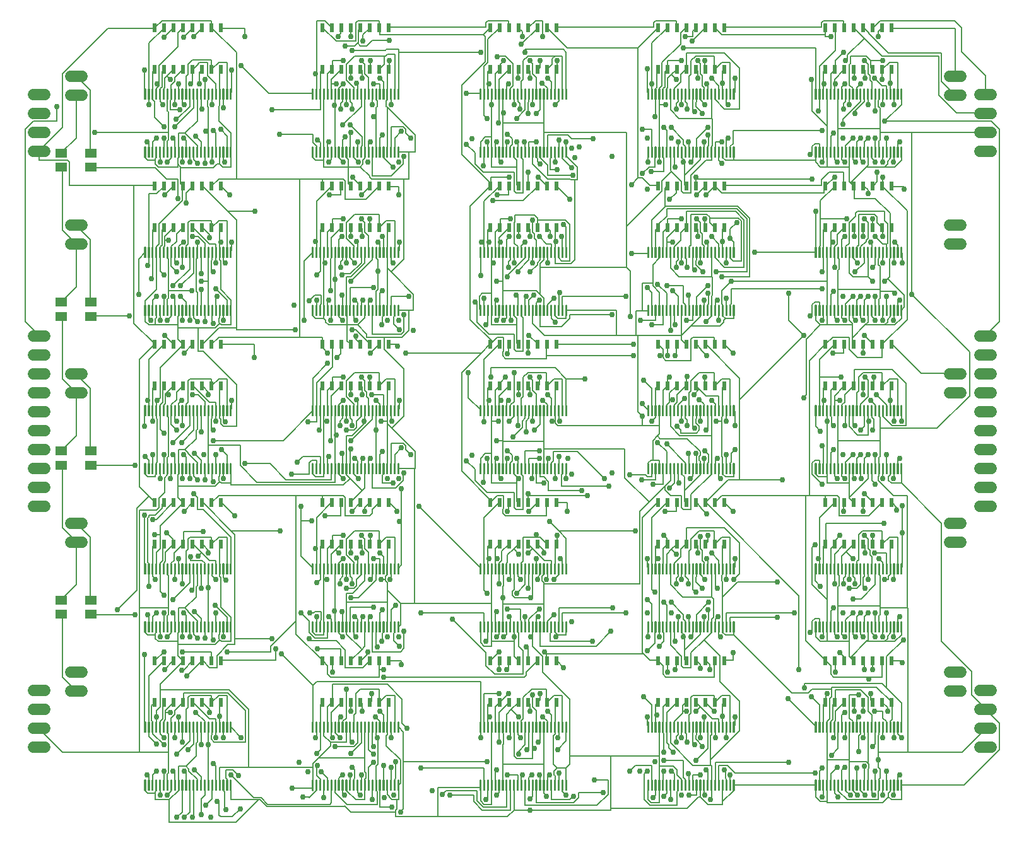
<source format=gbr>
G04 EAGLE Gerber RS-274X export*
G75*
%MOMM*%
%FSLAX34Y34*%
%LPD*%
%INTop Copper*%
%IPPOS*%
%AMOC8*
5,1,8,0,0,1.08239X$1,22.5*%
G01*
%ADD10R,1.600000X1.300000*%
%ADD11R,0.600000X1.200000*%
%ADD12C,0.198000*%
%ADD13C,1.524000*%
%ADD14C,0.152400*%
%ADD15C,0.756400*%


D10*
X-30000Y509500D03*
X-30000Y490500D03*
X-30000Y709500D03*
X-30000Y690500D03*
X-30000Y909500D03*
X-30000Y890500D03*
X-30000Y309500D03*
X-30000Y290500D03*
D11*
X55550Y172000D03*
X68250Y172000D03*
X80950Y172000D03*
X93650Y172000D03*
X106350Y172000D03*
X119050Y172000D03*
X131750Y172000D03*
X144450Y172000D03*
X144450Y228000D03*
X131750Y228000D03*
X119050Y228000D03*
X106350Y228000D03*
X93650Y228000D03*
X80950Y228000D03*
X68250Y228000D03*
X55550Y228000D03*
X955550Y384500D03*
X968250Y384500D03*
X980950Y384500D03*
X993650Y384500D03*
X1006350Y384500D03*
X1019050Y384500D03*
X1031750Y384500D03*
X1044450Y384500D03*
X1044450Y440500D03*
X1031750Y440500D03*
X1019050Y440500D03*
X1006350Y440500D03*
X993650Y440500D03*
X980950Y440500D03*
X968250Y440500D03*
X955550Y440500D03*
X55550Y597000D03*
X68250Y597000D03*
X80950Y597000D03*
X93650Y597000D03*
X106350Y597000D03*
X119050Y597000D03*
X131750Y597000D03*
X144450Y597000D03*
X144450Y653000D03*
X131750Y653000D03*
X119050Y653000D03*
X106350Y653000D03*
X93650Y653000D03*
X80950Y653000D03*
X68250Y653000D03*
X55550Y653000D03*
X280550Y597000D03*
X293250Y597000D03*
X305950Y597000D03*
X318650Y597000D03*
X331350Y597000D03*
X344050Y597000D03*
X356750Y597000D03*
X369450Y597000D03*
X369450Y653000D03*
X356750Y653000D03*
X344050Y653000D03*
X331350Y653000D03*
X318650Y653000D03*
X305950Y653000D03*
X293250Y653000D03*
X280550Y653000D03*
X505550Y597000D03*
X518250Y597000D03*
X530950Y597000D03*
X543650Y597000D03*
X556350Y597000D03*
X569050Y597000D03*
X581750Y597000D03*
X594450Y597000D03*
X594450Y653000D03*
X581750Y653000D03*
X569050Y653000D03*
X556350Y653000D03*
X543650Y653000D03*
X530950Y653000D03*
X518250Y653000D03*
X505550Y653000D03*
X730550Y597000D03*
X743250Y597000D03*
X755950Y597000D03*
X768650Y597000D03*
X781350Y597000D03*
X794050Y597000D03*
X806750Y597000D03*
X819450Y597000D03*
X819450Y653000D03*
X806750Y653000D03*
X794050Y653000D03*
X781350Y653000D03*
X768650Y653000D03*
X755950Y653000D03*
X743250Y653000D03*
X730550Y653000D03*
X955550Y597000D03*
X968250Y597000D03*
X980950Y597000D03*
X993650Y597000D03*
X1006350Y597000D03*
X1019050Y597000D03*
X1031750Y597000D03*
X1044450Y597000D03*
X1044450Y653000D03*
X1031750Y653000D03*
X1019050Y653000D03*
X1006350Y653000D03*
X993650Y653000D03*
X980950Y653000D03*
X968250Y653000D03*
X955550Y653000D03*
X55550Y809500D03*
X68250Y809500D03*
X80950Y809500D03*
X93650Y809500D03*
X106350Y809500D03*
X119050Y809500D03*
X131750Y809500D03*
X144450Y809500D03*
X144450Y865500D03*
X131750Y865500D03*
X119050Y865500D03*
X106350Y865500D03*
X93650Y865500D03*
X80950Y865500D03*
X68250Y865500D03*
X55550Y865500D03*
X280550Y809500D03*
X293250Y809500D03*
X305950Y809500D03*
X318650Y809500D03*
X331350Y809500D03*
X344050Y809500D03*
X356750Y809500D03*
X369450Y809500D03*
X369450Y865500D03*
X356750Y865500D03*
X344050Y865500D03*
X331350Y865500D03*
X318650Y865500D03*
X305950Y865500D03*
X293250Y865500D03*
X280550Y865500D03*
X505550Y809500D03*
X518250Y809500D03*
X530950Y809500D03*
X543650Y809500D03*
X556350Y809500D03*
X569050Y809500D03*
X581750Y809500D03*
X594450Y809500D03*
X594450Y865500D03*
X581750Y865500D03*
X569050Y865500D03*
X556350Y865500D03*
X543650Y865500D03*
X530950Y865500D03*
X518250Y865500D03*
X505550Y865500D03*
X730550Y809500D03*
X743250Y809500D03*
X755950Y809500D03*
X768650Y809500D03*
X781350Y809500D03*
X794050Y809500D03*
X806750Y809500D03*
X819450Y809500D03*
X819450Y865500D03*
X806750Y865500D03*
X794050Y865500D03*
X781350Y865500D03*
X768650Y865500D03*
X755950Y865500D03*
X743250Y865500D03*
X730550Y865500D03*
X280550Y172000D03*
X293250Y172000D03*
X305950Y172000D03*
X318650Y172000D03*
X331350Y172000D03*
X344050Y172000D03*
X356750Y172000D03*
X369450Y172000D03*
X369450Y228000D03*
X356750Y228000D03*
X344050Y228000D03*
X331350Y228000D03*
X318650Y228000D03*
X305950Y228000D03*
X293250Y228000D03*
X280550Y228000D03*
X955550Y809500D03*
X968250Y809500D03*
X980950Y809500D03*
X993650Y809500D03*
X1006350Y809500D03*
X1019050Y809500D03*
X1031750Y809500D03*
X1044450Y809500D03*
X1044450Y865500D03*
X1031750Y865500D03*
X1019050Y865500D03*
X1006350Y865500D03*
X993650Y865500D03*
X980950Y865500D03*
X968250Y865500D03*
X955550Y865500D03*
X55550Y1022000D03*
X68250Y1022000D03*
X80950Y1022000D03*
X93650Y1022000D03*
X106350Y1022000D03*
X119050Y1022000D03*
X131750Y1022000D03*
X144450Y1022000D03*
X144450Y1078000D03*
X131750Y1078000D03*
X119050Y1078000D03*
X106350Y1078000D03*
X93650Y1078000D03*
X80950Y1078000D03*
X68250Y1078000D03*
X55550Y1078000D03*
X280550Y1022000D03*
X293250Y1022000D03*
X305950Y1022000D03*
X318650Y1022000D03*
X331350Y1022000D03*
X344050Y1022000D03*
X356750Y1022000D03*
X369450Y1022000D03*
X369450Y1078000D03*
X356750Y1078000D03*
X344050Y1078000D03*
X331350Y1078000D03*
X318650Y1078000D03*
X305950Y1078000D03*
X293250Y1078000D03*
X280550Y1078000D03*
X505550Y1022000D03*
X518250Y1022000D03*
X530950Y1022000D03*
X543650Y1022000D03*
X556350Y1022000D03*
X569050Y1022000D03*
X581750Y1022000D03*
X594450Y1022000D03*
X594450Y1078000D03*
X581750Y1078000D03*
X569050Y1078000D03*
X556350Y1078000D03*
X543650Y1078000D03*
X530950Y1078000D03*
X518250Y1078000D03*
X505550Y1078000D03*
X730550Y1022000D03*
X743250Y1022000D03*
X755950Y1022000D03*
X768650Y1022000D03*
X781350Y1022000D03*
X794050Y1022000D03*
X806750Y1022000D03*
X819450Y1022000D03*
X819450Y1078000D03*
X806750Y1078000D03*
X794050Y1078000D03*
X781350Y1078000D03*
X768650Y1078000D03*
X755950Y1078000D03*
X743250Y1078000D03*
X730550Y1078000D03*
X955550Y1022000D03*
X968250Y1022000D03*
X980950Y1022000D03*
X993650Y1022000D03*
X1006350Y1022000D03*
X1019050Y1022000D03*
X1031750Y1022000D03*
X1044450Y1022000D03*
X1044450Y1078000D03*
X1031750Y1078000D03*
X1019050Y1078000D03*
X1006350Y1078000D03*
X993650Y1078000D03*
X980950Y1078000D03*
X968250Y1078000D03*
X955550Y1078000D03*
X505550Y172000D03*
X518250Y172000D03*
X530950Y172000D03*
X543650Y172000D03*
X556350Y172000D03*
X569050Y172000D03*
X581750Y172000D03*
X594450Y172000D03*
X594450Y228000D03*
X581750Y228000D03*
X569050Y228000D03*
X556350Y228000D03*
X543650Y228000D03*
X530950Y228000D03*
X518250Y228000D03*
X505550Y228000D03*
X730550Y172000D03*
X743250Y172000D03*
X755950Y172000D03*
X768650Y172000D03*
X781350Y172000D03*
X794050Y172000D03*
X806750Y172000D03*
X819450Y172000D03*
X819450Y228000D03*
X806750Y228000D03*
X794050Y228000D03*
X781350Y228000D03*
X768650Y228000D03*
X755950Y228000D03*
X743250Y228000D03*
X730550Y228000D03*
X955550Y172000D03*
X968250Y172000D03*
X980950Y172000D03*
X993650Y172000D03*
X1006350Y172000D03*
X1019050Y172000D03*
X1031750Y172000D03*
X1044450Y172000D03*
X1044450Y228000D03*
X1031750Y228000D03*
X1019050Y228000D03*
X1006350Y228000D03*
X993650Y228000D03*
X980950Y228000D03*
X968250Y228000D03*
X955550Y228000D03*
X55550Y384500D03*
X68250Y384500D03*
X80950Y384500D03*
X93650Y384500D03*
X106350Y384500D03*
X119050Y384500D03*
X131750Y384500D03*
X144450Y384500D03*
X144450Y440500D03*
X131750Y440500D03*
X119050Y440500D03*
X106350Y440500D03*
X93650Y440500D03*
X80950Y440500D03*
X68250Y440500D03*
X55550Y440500D03*
X280550Y384500D03*
X293250Y384500D03*
X305950Y384500D03*
X318650Y384500D03*
X331350Y384500D03*
X344050Y384500D03*
X356750Y384500D03*
X369450Y384500D03*
X369450Y440500D03*
X356750Y440500D03*
X344050Y440500D03*
X331350Y440500D03*
X318650Y440500D03*
X305950Y440500D03*
X293250Y440500D03*
X280550Y440500D03*
X505550Y384500D03*
X518250Y384500D03*
X530950Y384500D03*
X543650Y384500D03*
X556350Y384500D03*
X569050Y384500D03*
X581750Y384500D03*
X594450Y384500D03*
X594450Y440500D03*
X581750Y440500D03*
X569050Y440500D03*
X556350Y440500D03*
X543650Y440500D03*
X530950Y440500D03*
X518250Y440500D03*
X505550Y440500D03*
X730550Y384500D03*
X743250Y384500D03*
X755950Y384500D03*
X768650Y384500D03*
X781350Y384500D03*
X794050Y384500D03*
X806750Y384500D03*
X819450Y384500D03*
X819450Y440500D03*
X806750Y440500D03*
X794050Y440500D03*
X781350Y440500D03*
X768650Y440500D03*
X755950Y440500D03*
X743250Y440500D03*
X730550Y440500D03*
D12*
X43010Y68010D02*
X41990Y68010D01*
X43010Y68010D02*
X43010Y53990D01*
X41990Y53990D01*
X41990Y68010D01*
X41990Y55871D02*
X43010Y55871D01*
X43010Y57752D02*
X41990Y57752D01*
X41990Y59633D02*
X43010Y59633D01*
X43010Y61514D02*
X41990Y61514D01*
X41990Y63395D02*
X43010Y63395D01*
X43010Y65276D02*
X41990Y65276D01*
X41990Y67157D02*
X43010Y67157D01*
X43010Y146010D02*
X41990Y146010D01*
X43010Y146010D02*
X43010Y131990D01*
X41990Y131990D01*
X41990Y146010D01*
X41990Y133871D02*
X43010Y133871D01*
X43010Y135752D02*
X41990Y135752D01*
X41990Y137633D02*
X43010Y137633D01*
X43010Y139514D02*
X41990Y139514D01*
X41990Y141395D02*
X43010Y141395D01*
X43010Y143276D02*
X41990Y143276D01*
X41990Y145157D02*
X43010Y145157D01*
X46990Y68010D02*
X48010Y68010D01*
X48010Y53990D01*
X46990Y53990D01*
X46990Y68010D01*
X46990Y55871D02*
X48010Y55871D01*
X48010Y57752D02*
X46990Y57752D01*
X46990Y59633D02*
X48010Y59633D01*
X48010Y61514D02*
X46990Y61514D01*
X46990Y63395D02*
X48010Y63395D01*
X48010Y65276D02*
X46990Y65276D01*
X46990Y67157D02*
X48010Y67157D01*
X51990Y68010D02*
X53010Y68010D01*
X53010Y53990D01*
X51990Y53990D01*
X51990Y68010D01*
X51990Y55871D02*
X53010Y55871D01*
X53010Y57752D02*
X51990Y57752D01*
X51990Y59633D02*
X53010Y59633D01*
X53010Y61514D02*
X51990Y61514D01*
X51990Y63395D02*
X53010Y63395D01*
X53010Y65276D02*
X51990Y65276D01*
X51990Y67157D02*
X53010Y67157D01*
X56990Y68010D02*
X58010Y68010D01*
X58010Y53990D01*
X56990Y53990D01*
X56990Y68010D01*
X56990Y55871D02*
X58010Y55871D01*
X58010Y57752D02*
X56990Y57752D01*
X56990Y59633D02*
X58010Y59633D01*
X58010Y61514D02*
X56990Y61514D01*
X56990Y63395D02*
X58010Y63395D01*
X58010Y65276D02*
X56990Y65276D01*
X56990Y67157D02*
X58010Y67157D01*
X61990Y68010D02*
X63010Y68010D01*
X63010Y53990D01*
X61990Y53990D01*
X61990Y68010D01*
X61990Y55871D02*
X63010Y55871D01*
X63010Y57752D02*
X61990Y57752D01*
X61990Y59633D02*
X63010Y59633D01*
X63010Y61514D02*
X61990Y61514D01*
X61990Y63395D02*
X63010Y63395D01*
X63010Y65276D02*
X61990Y65276D01*
X61990Y67157D02*
X63010Y67157D01*
X66990Y68010D02*
X68010Y68010D01*
X68010Y53990D01*
X66990Y53990D01*
X66990Y68010D01*
X66990Y55871D02*
X68010Y55871D01*
X68010Y57752D02*
X66990Y57752D01*
X66990Y59633D02*
X68010Y59633D01*
X68010Y61514D02*
X66990Y61514D01*
X66990Y63395D02*
X68010Y63395D01*
X68010Y65276D02*
X66990Y65276D01*
X66990Y67157D02*
X68010Y67157D01*
X71990Y68010D02*
X73010Y68010D01*
X73010Y53990D01*
X71990Y53990D01*
X71990Y68010D01*
X71990Y55871D02*
X73010Y55871D01*
X73010Y57752D02*
X71990Y57752D01*
X71990Y59633D02*
X73010Y59633D01*
X73010Y61514D02*
X71990Y61514D01*
X71990Y63395D02*
X73010Y63395D01*
X73010Y65276D02*
X71990Y65276D01*
X71990Y67157D02*
X73010Y67157D01*
X76990Y68010D02*
X78010Y68010D01*
X78010Y53990D01*
X76990Y53990D01*
X76990Y68010D01*
X76990Y55871D02*
X78010Y55871D01*
X78010Y57752D02*
X76990Y57752D01*
X76990Y59633D02*
X78010Y59633D01*
X78010Y61514D02*
X76990Y61514D01*
X76990Y63395D02*
X78010Y63395D01*
X78010Y65276D02*
X76990Y65276D01*
X76990Y67157D02*
X78010Y67157D01*
X81990Y68010D02*
X83010Y68010D01*
X83010Y53990D01*
X81990Y53990D01*
X81990Y68010D01*
X81990Y55871D02*
X83010Y55871D01*
X83010Y57752D02*
X81990Y57752D01*
X81990Y59633D02*
X83010Y59633D01*
X83010Y61514D02*
X81990Y61514D01*
X81990Y63395D02*
X83010Y63395D01*
X83010Y65276D02*
X81990Y65276D01*
X81990Y67157D02*
X83010Y67157D01*
X86990Y68010D02*
X88010Y68010D01*
X88010Y53990D01*
X86990Y53990D01*
X86990Y68010D01*
X86990Y55871D02*
X88010Y55871D01*
X88010Y57752D02*
X86990Y57752D01*
X86990Y59633D02*
X88010Y59633D01*
X88010Y61514D02*
X86990Y61514D01*
X86990Y63395D02*
X88010Y63395D01*
X88010Y65276D02*
X86990Y65276D01*
X86990Y67157D02*
X88010Y67157D01*
X91990Y68010D02*
X93010Y68010D01*
X93010Y53990D01*
X91990Y53990D01*
X91990Y68010D01*
X91990Y55871D02*
X93010Y55871D01*
X93010Y57752D02*
X91990Y57752D01*
X91990Y59633D02*
X93010Y59633D01*
X93010Y61514D02*
X91990Y61514D01*
X91990Y63395D02*
X93010Y63395D01*
X93010Y65276D02*
X91990Y65276D01*
X91990Y67157D02*
X93010Y67157D01*
X96990Y68010D02*
X98010Y68010D01*
X98010Y53990D01*
X96990Y53990D01*
X96990Y68010D01*
X96990Y55871D02*
X98010Y55871D01*
X98010Y57752D02*
X96990Y57752D01*
X96990Y59633D02*
X98010Y59633D01*
X98010Y61514D02*
X96990Y61514D01*
X96990Y63395D02*
X98010Y63395D01*
X98010Y65276D02*
X96990Y65276D01*
X96990Y67157D02*
X98010Y67157D01*
X101990Y68010D02*
X103010Y68010D01*
X103010Y53990D01*
X101990Y53990D01*
X101990Y68010D01*
X101990Y55871D02*
X103010Y55871D01*
X103010Y57752D02*
X101990Y57752D01*
X101990Y59633D02*
X103010Y59633D01*
X103010Y61514D02*
X101990Y61514D01*
X101990Y63395D02*
X103010Y63395D01*
X103010Y65276D02*
X101990Y65276D01*
X101990Y67157D02*
X103010Y67157D01*
X106990Y68010D02*
X108010Y68010D01*
X108010Y53990D01*
X106990Y53990D01*
X106990Y68010D01*
X106990Y55871D02*
X108010Y55871D01*
X108010Y57752D02*
X106990Y57752D01*
X106990Y59633D02*
X108010Y59633D01*
X108010Y61514D02*
X106990Y61514D01*
X106990Y63395D02*
X108010Y63395D01*
X108010Y65276D02*
X106990Y65276D01*
X106990Y67157D02*
X108010Y67157D01*
X111990Y68010D02*
X113010Y68010D01*
X113010Y53990D01*
X111990Y53990D01*
X111990Y68010D01*
X111990Y55871D02*
X113010Y55871D01*
X113010Y57752D02*
X111990Y57752D01*
X111990Y59633D02*
X113010Y59633D01*
X113010Y61514D02*
X111990Y61514D01*
X111990Y63395D02*
X113010Y63395D01*
X113010Y65276D02*
X111990Y65276D01*
X111990Y67157D02*
X113010Y67157D01*
X116990Y68010D02*
X118010Y68010D01*
X118010Y53990D01*
X116990Y53990D01*
X116990Y68010D01*
X116990Y55871D02*
X118010Y55871D01*
X118010Y57752D02*
X116990Y57752D01*
X116990Y59633D02*
X118010Y59633D01*
X118010Y61514D02*
X116990Y61514D01*
X116990Y63395D02*
X118010Y63395D01*
X118010Y65276D02*
X116990Y65276D01*
X116990Y67157D02*
X118010Y67157D01*
X121990Y68010D02*
X123010Y68010D01*
X123010Y53990D01*
X121990Y53990D01*
X121990Y68010D01*
X121990Y55871D02*
X123010Y55871D01*
X123010Y57752D02*
X121990Y57752D01*
X121990Y59633D02*
X123010Y59633D01*
X123010Y61514D02*
X121990Y61514D01*
X121990Y63395D02*
X123010Y63395D01*
X123010Y65276D02*
X121990Y65276D01*
X121990Y67157D02*
X123010Y67157D01*
X126990Y68010D02*
X128010Y68010D01*
X128010Y53990D01*
X126990Y53990D01*
X126990Y68010D01*
X126990Y55871D02*
X128010Y55871D01*
X128010Y57752D02*
X126990Y57752D01*
X126990Y59633D02*
X128010Y59633D01*
X128010Y61514D02*
X126990Y61514D01*
X126990Y63395D02*
X128010Y63395D01*
X128010Y65276D02*
X126990Y65276D01*
X126990Y67157D02*
X128010Y67157D01*
X131990Y68010D02*
X133010Y68010D01*
X133010Y53990D01*
X131990Y53990D01*
X131990Y68010D01*
X131990Y55871D02*
X133010Y55871D01*
X133010Y57752D02*
X131990Y57752D01*
X131990Y59633D02*
X133010Y59633D01*
X133010Y61514D02*
X131990Y61514D01*
X131990Y63395D02*
X133010Y63395D01*
X133010Y65276D02*
X131990Y65276D01*
X131990Y67157D02*
X133010Y67157D01*
X136990Y68010D02*
X138010Y68010D01*
X138010Y53990D01*
X136990Y53990D01*
X136990Y68010D01*
X136990Y55871D02*
X138010Y55871D01*
X138010Y57752D02*
X136990Y57752D01*
X136990Y59633D02*
X138010Y59633D01*
X138010Y61514D02*
X136990Y61514D01*
X136990Y63395D02*
X138010Y63395D01*
X138010Y65276D02*
X136990Y65276D01*
X136990Y67157D02*
X138010Y67157D01*
X141990Y68010D02*
X143010Y68010D01*
X143010Y53990D01*
X141990Y53990D01*
X141990Y68010D01*
X141990Y55871D02*
X143010Y55871D01*
X143010Y57752D02*
X141990Y57752D01*
X141990Y59633D02*
X143010Y59633D01*
X143010Y61514D02*
X141990Y61514D01*
X141990Y63395D02*
X143010Y63395D01*
X143010Y65276D02*
X141990Y65276D01*
X141990Y67157D02*
X143010Y67157D01*
X146990Y68010D02*
X148010Y68010D01*
X148010Y53990D01*
X146990Y53990D01*
X146990Y68010D01*
X146990Y55871D02*
X148010Y55871D01*
X148010Y57752D02*
X146990Y57752D01*
X146990Y59633D02*
X148010Y59633D01*
X148010Y61514D02*
X146990Y61514D01*
X146990Y63395D02*
X148010Y63395D01*
X148010Y65276D02*
X146990Y65276D01*
X146990Y67157D02*
X148010Y67157D01*
X151990Y68010D02*
X153010Y68010D01*
X153010Y53990D01*
X151990Y53990D01*
X151990Y68010D01*
X151990Y55871D02*
X153010Y55871D01*
X153010Y57752D02*
X151990Y57752D01*
X151990Y59633D02*
X153010Y59633D01*
X153010Y61514D02*
X151990Y61514D01*
X151990Y63395D02*
X153010Y63395D01*
X153010Y65276D02*
X151990Y65276D01*
X151990Y67157D02*
X153010Y67157D01*
X156990Y68010D02*
X158010Y68010D01*
X158010Y53990D01*
X156990Y53990D01*
X156990Y68010D01*
X156990Y55871D02*
X158010Y55871D01*
X158010Y57752D02*
X156990Y57752D01*
X156990Y59633D02*
X158010Y59633D01*
X158010Y61514D02*
X156990Y61514D01*
X156990Y63395D02*
X158010Y63395D01*
X158010Y65276D02*
X156990Y65276D01*
X156990Y67157D02*
X158010Y67157D01*
X48010Y146010D02*
X46990Y146010D01*
X48010Y146010D02*
X48010Y131990D01*
X46990Y131990D01*
X46990Y146010D01*
X46990Y133871D02*
X48010Y133871D01*
X48010Y135752D02*
X46990Y135752D01*
X46990Y137633D02*
X48010Y137633D01*
X48010Y139514D02*
X46990Y139514D01*
X46990Y141395D02*
X48010Y141395D01*
X48010Y143276D02*
X46990Y143276D01*
X46990Y145157D02*
X48010Y145157D01*
X51990Y146010D02*
X53010Y146010D01*
X53010Y131990D01*
X51990Y131990D01*
X51990Y146010D01*
X51990Y133871D02*
X53010Y133871D01*
X53010Y135752D02*
X51990Y135752D01*
X51990Y137633D02*
X53010Y137633D01*
X53010Y139514D02*
X51990Y139514D01*
X51990Y141395D02*
X53010Y141395D01*
X53010Y143276D02*
X51990Y143276D01*
X51990Y145157D02*
X53010Y145157D01*
X56990Y146010D02*
X58010Y146010D01*
X58010Y131990D01*
X56990Y131990D01*
X56990Y146010D01*
X56990Y133871D02*
X58010Y133871D01*
X58010Y135752D02*
X56990Y135752D01*
X56990Y137633D02*
X58010Y137633D01*
X58010Y139514D02*
X56990Y139514D01*
X56990Y141395D02*
X58010Y141395D01*
X58010Y143276D02*
X56990Y143276D01*
X56990Y145157D02*
X58010Y145157D01*
X61990Y146010D02*
X63010Y146010D01*
X63010Y131990D01*
X61990Y131990D01*
X61990Y146010D01*
X61990Y133871D02*
X63010Y133871D01*
X63010Y135752D02*
X61990Y135752D01*
X61990Y137633D02*
X63010Y137633D01*
X63010Y139514D02*
X61990Y139514D01*
X61990Y141395D02*
X63010Y141395D01*
X63010Y143276D02*
X61990Y143276D01*
X61990Y145157D02*
X63010Y145157D01*
X66990Y146010D02*
X68010Y146010D01*
X68010Y131990D01*
X66990Y131990D01*
X66990Y146010D01*
X66990Y133871D02*
X68010Y133871D01*
X68010Y135752D02*
X66990Y135752D01*
X66990Y137633D02*
X68010Y137633D01*
X68010Y139514D02*
X66990Y139514D01*
X66990Y141395D02*
X68010Y141395D01*
X68010Y143276D02*
X66990Y143276D01*
X66990Y145157D02*
X68010Y145157D01*
X71990Y146010D02*
X73010Y146010D01*
X73010Y131990D01*
X71990Y131990D01*
X71990Y146010D01*
X71990Y133871D02*
X73010Y133871D01*
X73010Y135752D02*
X71990Y135752D01*
X71990Y137633D02*
X73010Y137633D01*
X73010Y139514D02*
X71990Y139514D01*
X71990Y141395D02*
X73010Y141395D01*
X73010Y143276D02*
X71990Y143276D01*
X71990Y145157D02*
X73010Y145157D01*
X76990Y146010D02*
X78010Y146010D01*
X78010Y131990D01*
X76990Y131990D01*
X76990Y146010D01*
X76990Y133871D02*
X78010Y133871D01*
X78010Y135752D02*
X76990Y135752D01*
X76990Y137633D02*
X78010Y137633D01*
X78010Y139514D02*
X76990Y139514D01*
X76990Y141395D02*
X78010Y141395D01*
X78010Y143276D02*
X76990Y143276D01*
X76990Y145157D02*
X78010Y145157D01*
X81990Y146010D02*
X83010Y146010D01*
X83010Y131990D01*
X81990Y131990D01*
X81990Y146010D01*
X81990Y133871D02*
X83010Y133871D01*
X83010Y135752D02*
X81990Y135752D01*
X81990Y137633D02*
X83010Y137633D01*
X83010Y139514D02*
X81990Y139514D01*
X81990Y141395D02*
X83010Y141395D01*
X83010Y143276D02*
X81990Y143276D01*
X81990Y145157D02*
X83010Y145157D01*
X86990Y146010D02*
X88010Y146010D01*
X88010Y131990D01*
X86990Y131990D01*
X86990Y146010D01*
X86990Y133871D02*
X88010Y133871D01*
X88010Y135752D02*
X86990Y135752D01*
X86990Y137633D02*
X88010Y137633D01*
X88010Y139514D02*
X86990Y139514D01*
X86990Y141395D02*
X88010Y141395D01*
X88010Y143276D02*
X86990Y143276D01*
X86990Y145157D02*
X88010Y145157D01*
X91990Y146010D02*
X93010Y146010D01*
X93010Y131990D01*
X91990Y131990D01*
X91990Y146010D01*
X91990Y133871D02*
X93010Y133871D01*
X93010Y135752D02*
X91990Y135752D01*
X91990Y137633D02*
X93010Y137633D01*
X93010Y139514D02*
X91990Y139514D01*
X91990Y141395D02*
X93010Y141395D01*
X93010Y143276D02*
X91990Y143276D01*
X91990Y145157D02*
X93010Y145157D01*
X96990Y146010D02*
X98010Y146010D01*
X98010Y131990D01*
X96990Y131990D01*
X96990Y146010D01*
X96990Y133871D02*
X98010Y133871D01*
X98010Y135752D02*
X96990Y135752D01*
X96990Y137633D02*
X98010Y137633D01*
X98010Y139514D02*
X96990Y139514D01*
X96990Y141395D02*
X98010Y141395D01*
X98010Y143276D02*
X96990Y143276D01*
X96990Y145157D02*
X98010Y145157D01*
X101990Y146010D02*
X103010Y146010D01*
X103010Y131990D01*
X101990Y131990D01*
X101990Y146010D01*
X101990Y133871D02*
X103010Y133871D01*
X103010Y135752D02*
X101990Y135752D01*
X101990Y137633D02*
X103010Y137633D01*
X103010Y139514D02*
X101990Y139514D01*
X101990Y141395D02*
X103010Y141395D01*
X103010Y143276D02*
X101990Y143276D01*
X101990Y145157D02*
X103010Y145157D01*
X106990Y146010D02*
X108010Y146010D01*
X108010Y131990D01*
X106990Y131990D01*
X106990Y146010D01*
X106990Y133871D02*
X108010Y133871D01*
X108010Y135752D02*
X106990Y135752D01*
X106990Y137633D02*
X108010Y137633D01*
X108010Y139514D02*
X106990Y139514D01*
X106990Y141395D02*
X108010Y141395D01*
X108010Y143276D02*
X106990Y143276D01*
X106990Y145157D02*
X108010Y145157D01*
X111990Y146010D02*
X113010Y146010D01*
X113010Y131990D01*
X111990Y131990D01*
X111990Y146010D01*
X111990Y133871D02*
X113010Y133871D01*
X113010Y135752D02*
X111990Y135752D01*
X111990Y137633D02*
X113010Y137633D01*
X113010Y139514D02*
X111990Y139514D01*
X111990Y141395D02*
X113010Y141395D01*
X113010Y143276D02*
X111990Y143276D01*
X111990Y145157D02*
X113010Y145157D01*
X116990Y146010D02*
X118010Y146010D01*
X118010Y131990D01*
X116990Y131990D01*
X116990Y146010D01*
X116990Y133871D02*
X118010Y133871D01*
X118010Y135752D02*
X116990Y135752D01*
X116990Y137633D02*
X118010Y137633D01*
X118010Y139514D02*
X116990Y139514D01*
X116990Y141395D02*
X118010Y141395D01*
X118010Y143276D02*
X116990Y143276D01*
X116990Y145157D02*
X118010Y145157D01*
X121990Y146010D02*
X123010Y146010D01*
X123010Y131990D01*
X121990Y131990D01*
X121990Y146010D01*
X121990Y133871D02*
X123010Y133871D01*
X123010Y135752D02*
X121990Y135752D01*
X121990Y137633D02*
X123010Y137633D01*
X123010Y139514D02*
X121990Y139514D01*
X121990Y141395D02*
X123010Y141395D01*
X123010Y143276D02*
X121990Y143276D01*
X121990Y145157D02*
X123010Y145157D01*
X126990Y146010D02*
X128010Y146010D01*
X128010Y131990D01*
X126990Y131990D01*
X126990Y146010D01*
X126990Y133871D02*
X128010Y133871D01*
X128010Y135752D02*
X126990Y135752D01*
X126990Y137633D02*
X128010Y137633D01*
X128010Y139514D02*
X126990Y139514D01*
X126990Y141395D02*
X128010Y141395D01*
X128010Y143276D02*
X126990Y143276D01*
X126990Y145157D02*
X128010Y145157D01*
X131990Y146010D02*
X133010Y146010D01*
X133010Y131990D01*
X131990Y131990D01*
X131990Y146010D01*
X131990Y133871D02*
X133010Y133871D01*
X133010Y135752D02*
X131990Y135752D01*
X131990Y137633D02*
X133010Y137633D01*
X133010Y139514D02*
X131990Y139514D01*
X131990Y141395D02*
X133010Y141395D01*
X133010Y143276D02*
X131990Y143276D01*
X131990Y145157D02*
X133010Y145157D01*
X136990Y146010D02*
X138010Y146010D01*
X138010Y131990D01*
X136990Y131990D01*
X136990Y146010D01*
X136990Y133871D02*
X138010Y133871D01*
X138010Y135752D02*
X136990Y135752D01*
X136990Y137633D02*
X138010Y137633D01*
X138010Y139514D02*
X136990Y139514D01*
X136990Y141395D02*
X138010Y141395D01*
X138010Y143276D02*
X136990Y143276D01*
X136990Y145157D02*
X138010Y145157D01*
X141990Y146010D02*
X143010Y146010D01*
X143010Y131990D01*
X141990Y131990D01*
X141990Y146010D01*
X141990Y133871D02*
X143010Y133871D01*
X143010Y135752D02*
X141990Y135752D01*
X141990Y137633D02*
X143010Y137633D01*
X143010Y139514D02*
X141990Y139514D01*
X141990Y141395D02*
X143010Y141395D01*
X143010Y143276D02*
X141990Y143276D01*
X141990Y145157D02*
X143010Y145157D01*
X146990Y146010D02*
X148010Y146010D01*
X148010Y131990D01*
X146990Y131990D01*
X146990Y146010D01*
X146990Y133871D02*
X148010Y133871D01*
X148010Y135752D02*
X146990Y135752D01*
X146990Y137633D02*
X148010Y137633D01*
X148010Y139514D02*
X146990Y139514D01*
X146990Y141395D02*
X148010Y141395D01*
X148010Y143276D02*
X146990Y143276D01*
X146990Y145157D02*
X148010Y145157D01*
X151990Y146010D02*
X153010Y146010D01*
X153010Y131990D01*
X151990Y131990D01*
X151990Y146010D01*
X151990Y133871D02*
X153010Y133871D01*
X153010Y135752D02*
X151990Y135752D01*
X151990Y137633D02*
X153010Y137633D01*
X153010Y139514D02*
X151990Y139514D01*
X151990Y141395D02*
X153010Y141395D01*
X153010Y143276D02*
X151990Y143276D01*
X151990Y145157D02*
X153010Y145157D01*
X156990Y146010D02*
X158010Y146010D01*
X158010Y131990D01*
X156990Y131990D01*
X156990Y146010D01*
X156990Y133871D02*
X158010Y133871D01*
X158010Y135752D02*
X156990Y135752D01*
X156990Y137633D02*
X158010Y137633D01*
X158010Y139514D02*
X156990Y139514D01*
X156990Y141395D02*
X158010Y141395D01*
X158010Y143276D02*
X156990Y143276D01*
X156990Y145157D02*
X158010Y145157D01*
X941990Y280510D02*
X943010Y280510D01*
X943010Y266490D01*
X941990Y266490D01*
X941990Y280510D01*
X941990Y268371D02*
X943010Y268371D01*
X943010Y270252D02*
X941990Y270252D01*
X941990Y272133D02*
X943010Y272133D01*
X943010Y274014D02*
X941990Y274014D01*
X941990Y275895D02*
X943010Y275895D01*
X943010Y277776D02*
X941990Y277776D01*
X941990Y279657D02*
X943010Y279657D01*
X943010Y358510D02*
X941990Y358510D01*
X943010Y358510D02*
X943010Y344490D01*
X941990Y344490D01*
X941990Y358510D01*
X941990Y346371D02*
X943010Y346371D01*
X943010Y348252D02*
X941990Y348252D01*
X941990Y350133D02*
X943010Y350133D01*
X943010Y352014D02*
X941990Y352014D01*
X941990Y353895D02*
X943010Y353895D01*
X943010Y355776D02*
X941990Y355776D01*
X941990Y357657D02*
X943010Y357657D01*
X946990Y280510D02*
X948010Y280510D01*
X948010Y266490D01*
X946990Y266490D01*
X946990Y280510D01*
X946990Y268371D02*
X948010Y268371D01*
X948010Y270252D02*
X946990Y270252D01*
X946990Y272133D02*
X948010Y272133D01*
X948010Y274014D02*
X946990Y274014D01*
X946990Y275895D02*
X948010Y275895D01*
X948010Y277776D02*
X946990Y277776D01*
X946990Y279657D02*
X948010Y279657D01*
X951990Y280510D02*
X953010Y280510D01*
X953010Y266490D01*
X951990Y266490D01*
X951990Y280510D01*
X951990Y268371D02*
X953010Y268371D01*
X953010Y270252D02*
X951990Y270252D01*
X951990Y272133D02*
X953010Y272133D01*
X953010Y274014D02*
X951990Y274014D01*
X951990Y275895D02*
X953010Y275895D01*
X953010Y277776D02*
X951990Y277776D01*
X951990Y279657D02*
X953010Y279657D01*
X956990Y280510D02*
X958010Y280510D01*
X958010Y266490D01*
X956990Y266490D01*
X956990Y280510D01*
X956990Y268371D02*
X958010Y268371D01*
X958010Y270252D02*
X956990Y270252D01*
X956990Y272133D02*
X958010Y272133D01*
X958010Y274014D02*
X956990Y274014D01*
X956990Y275895D02*
X958010Y275895D01*
X958010Y277776D02*
X956990Y277776D01*
X956990Y279657D02*
X958010Y279657D01*
X961990Y280510D02*
X963010Y280510D01*
X963010Y266490D01*
X961990Y266490D01*
X961990Y280510D01*
X961990Y268371D02*
X963010Y268371D01*
X963010Y270252D02*
X961990Y270252D01*
X961990Y272133D02*
X963010Y272133D01*
X963010Y274014D02*
X961990Y274014D01*
X961990Y275895D02*
X963010Y275895D01*
X963010Y277776D02*
X961990Y277776D01*
X961990Y279657D02*
X963010Y279657D01*
X966990Y280510D02*
X968010Y280510D01*
X968010Y266490D01*
X966990Y266490D01*
X966990Y280510D01*
X966990Y268371D02*
X968010Y268371D01*
X968010Y270252D02*
X966990Y270252D01*
X966990Y272133D02*
X968010Y272133D01*
X968010Y274014D02*
X966990Y274014D01*
X966990Y275895D02*
X968010Y275895D01*
X968010Y277776D02*
X966990Y277776D01*
X966990Y279657D02*
X968010Y279657D01*
X971990Y280510D02*
X973010Y280510D01*
X973010Y266490D01*
X971990Y266490D01*
X971990Y280510D01*
X971990Y268371D02*
X973010Y268371D01*
X973010Y270252D02*
X971990Y270252D01*
X971990Y272133D02*
X973010Y272133D01*
X973010Y274014D02*
X971990Y274014D01*
X971990Y275895D02*
X973010Y275895D01*
X973010Y277776D02*
X971990Y277776D01*
X971990Y279657D02*
X973010Y279657D01*
X976990Y280510D02*
X978010Y280510D01*
X978010Y266490D01*
X976990Y266490D01*
X976990Y280510D01*
X976990Y268371D02*
X978010Y268371D01*
X978010Y270252D02*
X976990Y270252D01*
X976990Y272133D02*
X978010Y272133D01*
X978010Y274014D02*
X976990Y274014D01*
X976990Y275895D02*
X978010Y275895D01*
X978010Y277776D02*
X976990Y277776D01*
X976990Y279657D02*
X978010Y279657D01*
X981990Y280510D02*
X983010Y280510D01*
X983010Y266490D01*
X981990Y266490D01*
X981990Y280510D01*
X981990Y268371D02*
X983010Y268371D01*
X983010Y270252D02*
X981990Y270252D01*
X981990Y272133D02*
X983010Y272133D01*
X983010Y274014D02*
X981990Y274014D01*
X981990Y275895D02*
X983010Y275895D01*
X983010Y277776D02*
X981990Y277776D01*
X981990Y279657D02*
X983010Y279657D01*
X986990Y280510D02*
X988010Y280510D01*
X988010Y266490D01*
X986990Y266490D01*
X986990Y280510D01*
X986990Y268371D02*
X988010Y268371D01*
X988010Y270252D02*
X986990Y270252D01*
X986990Y272133D02*
X988010Y272133D01*
X988010Y274014D02*
X986990Y274014D01*
X986990Y275895D02*
X988010Y275895D01*
X988010Y277776D02*
X986990Y277776D01*
X986990Y279657D02*
X988010Y279657D01*
X991990Y280510D02*
X993010Y280510D01*
X993010Y266490D01*
X991990Y266490D01*
X991990Y280510D01*
X991990Y268371D02*
X993010Y268371D01*
X993010Y270252D02*
X991990Y270252D01*
X991990Y272133D02*
X993010Y272133D01*
X993010Y274014D02*
X991990Y274014D01*
X991990Y275895D02*
X993010Y275895D01*
X993010Y277776D02*
X991990Y277776D01*
X991990Y279657D02*
X993010Y279657D01*
X996990Y280510D02*
X998010Y280510D01*
X998010Y266490D01*
X996990Y266490D01*
X996990Y280510D01*
X996990Y268371D02*
X998010Y268371D01*
X998010Y270252D02*
X996990Y270252D01*
X996990Y272133D02*
X998010Y272133D01*
X998010Y274014D02*
X996990Y274014D01*
X996990Y275895D02*
X998010Y275895D01*
X998010Y277776D02*
X996990Y277776D01*
X996990Y279657D02*
X998010Y279657D01*
X1001990Y280510D02*
X1003010Y280510D01*
X1003010Y266490D01*
X1001990Y266490D01*
X1001990Y280510D01*
X1001990Y268371D02*
X1003010Y268371D01*
X1003010Y270252D02*
X1001990Y270252D01*
X1001990Y272133D02*
X1003010Y272133D01*
X1003010Y274014D02*
X1001990Y274014D01*
X1001990Y275895D02*
X1003010Y275895D01*
X1003010Y277776D02*
X1001990Y277776D01*
X1001990Y279657D02*
X1003010Y279657D01*
X1006990Y280510D02*
X1008010Y280510D01*
X1008010Y266490D01*
X1006990Y266490D01*
X1006990Y280510D01*
X1006990Y268371D02*
X1008010Y268371D01*
X1008010Y270252D02*
X1006990Y270252D01*
X1006990Y272133D02*
X1008010Y272133D01*
X1008010Y274014D02*
X1006990Y274014D01*
X1006990Y275895D02*
X1008010Y275895D01*
X1008010Y277776D02*
X1006990Y277776D01*
X1006990Y279657D02*
X1008010Y279657D01*
X1011990Y280510D02*
X1013010Y280510D01*
X1013010Y266490D01*
X1011990Y266490D01*
X1011990Y280510D01*
X1011990Y268371D02*
X1013010Y268371D01*
X1013010Y270252D02*
X1011990Y270252D01*
X1011990Y272133D02*
X1013010Y272133D01*
X1013010Y274014D02*
X1011990Y274014D01*
X1011990Y275895D02*
X1013010Y275895D01*
X1013010Y277776D02*
X1011990Y277776D01*
X1011990Y279657D02*
X1013010Y279657D01*
X1016990Y280510D02*
X1018010Y280510D01*
X1018010Y266490D01*
X1016990Y266490D01*
X1016990Y280510D01*
X1016990Y268371D02*
X1018010Y268371D01*
X1018010Y270252D02*
X1016990Y270252D01*
X1016990Y272133D02*
X1018010Y272133D01*
X1018010Y274014D02*
X1016990Y274014D01*
X1016990Y275895D02*
X1018010Y275895D01*
X1018010Y277776D02*
X1016990Y277776D01*
X1016990Y279657D02*
X1018010Y279657D01*
X1021990Y280510D02*
X1023010Y280510D01*
X1023010Y266490D01*
X1021990Y266490D01*
X1021990Y280510D01*
X1021990Y268371D02*
X1023010Y268371D01*
X1023010Y270252D02*
X1021990Y270252D01*
X1021990Y272133D02*
X1023010Y272133D01*
X1023010Y274014D02*
X1021990Y274014D01*
X1021990Y275895D02*
X1023010Y275895D01*
X1023010Y277776D02*
X1021990Y277776D01*
X1021990Y279657D02*
X1023010Y279657D01*
X1026990Y280510D02*
X1028010Y280510D01*
X1028010Y266490D01*
X1026990Y266490D01*
X1026990Y280510D01*
X1026990Y268371D02*
X1028010Y268371D01*
X1028010Y270252D02*
X1026990Y270252D01*
X1026990Y272133D02*
X1028010Y272133D01*
X1028010Y274014D02*
X1026990Y274014D01*
X1026990Y275895D02*
X1028010Y275895D01*
X1028010Y277776D02*
X1026990Y277776D01*
X1026990Y279657D02*
X1028010Y279657D01*
X1031990Y280510D02*
X1033010Y280510D01*
X1033010Y266490D01*
X1031990Y266490D01*
X1031990Y280510D01*
X1031990Y268371D02*
X1033010Y268371D01*
X1033010Y270252D02*
X1031990Y270252D01*
X1031990Y272133D02*
X1033010Y272133D01*
X1033010Y274014D02*
X1031990Y274014D01*
X1031990Y275895D02*
X1033010Y275895D01*
X1033010Y277776D02*
X1031990Y277776D01*
X1031990Y279657D02*
X1033010Y279657D01*
X1036990Y280510D02*
X1038010Y280510D01*
X1038010Y266490D01*
X1036990Y266490D01*
X1036990Y280510D01*
X1036990Y268371D02*
X1038010Y268371D01*
X1038010Y270252D02*
X1036990Y270252D01*
X1036990Y272133D02*
X1038010Y272133D01*
X1038010Y274014D02*
X1036990Y274014D01*
X1036990Y275895D02*
X1038010Y275895D01*
X1038010Y277776D02*
X1036990Y277776D01*
X1036990Y279657D02*
X1038010Y279657D01*
X1041990Y280510D02*
X1043010Y280510D01*
X1043010Y266490D01*
X1041990Y266490D01*
X1041990Y280510D01*
X1041990Y268371D02*
X1043010Y268371D01*
X1043010Y270252D02*
X1041990Y270252D01*
X1041990Y272133D02*
X1043010Y272133D01*
X1043010Y274014D02*
X1041990Y274014D01*
X1041990Y275895D02*
X1043010Y275895D01*
X1043010Y277776D02*
X1041990Y277776D01*
X1041990Y279657D02*
X1043010Y279657D01*
X1046990Y280510D02*
X1048010Y280510D01*
X1048010Y266490D01*
X1046990Y266490D01*
X1046990Y280510D01*
X1046990Y268371D02*
X1048010Y268371D01*
X1048010Y270252D02*
X1046990Y270252D01*
X1046990Y272133D02*
X1048010Y272133D01*
X1048010Y274014D02*
X1046990Y274014D01*
X1046990Y275895D02*
X1048010Y275895D01*
X1048010Y277776D02*
X1046990Y277776D01*
X1046990Y279657D02*
X1048010Y279657D01*
X1051990Y280510D02*
X1053010Y280510D01*
X1053010Y266490D01*
X1051990Y266490D01*
X1051990Y280510D01*
X1051990Y268371D02*
X1053010Y268371D01*
X1053010Y270252D02*
X1051990Y270252D01*
X1051990Y272133D02*
X1053010Y272133D01*
X1053010Y274014D02*
X1051990Y274014D01*
X1051990Y275895D02*
X1053010Y275895D01*
X1053010Y277776D02*
X1051990Y277776D01*
X1051990Y279657D02*
X1053010Y279657D01*
X1056990Y280510D02*
X1058010Y280510D01*
X1058010Y266490D01*
X1056990Y266490D01*
X1056990Y280510D01*
X1056990Y268371D02*
X1058010Y268371D01*
X1058010Y270252D02*
X1056990Y270252D01*
X1056990Y272133D02*
X1058010Y272133D01*
X1058010Y274014D02*
X1056990Y274014D01*
X1056990Y275895D02*
X1058010Y275895D01*
X1058010Y277776D02*
X1056990Y277776D01*
X1056990Y279657D02*
X1058010Y279657D01*
X948010Y358510D02*
X946990Y358510D01*
X948010Y358510D02*
X948010Y344490D01*
X946990Y344490D01*
X946990Y358510D01*
X946990Y346371D02*
X948010Y346371D01*
X948010Y348252D02*
X946990Y348252D01*
X946990Y350133D02*
X948010Y350133D01*
X948010Y352014D02*
X946990Y352014D01*
X946990Y353895D02*
X948010Y353895D01*
X948010Y355776D02*
X946990Y355776D01*
X946990Y357657D02*
X948010Y357657D01*
X951990Y358510D02*
X953010Y358510D01*
X953010Y344490D01*
X951990Y344490D01*
X951990Y358510D01*
X951990Y346371D02*
X953010Y346371D01*
X953010Y348252D02*
X951990Y348252D01*
X951990Y350133D02*
X953010Y350133D01*
X953010Y352014D02*
X951990Y352014D01*
X951990Y353895D02*
X953010Y353895D01*
X953010Y355776D02*
X951990Y355776D01*
X951990Y357657D02*
X953010Y357657D01*
X956990Y358510D02*
X958010Y358510D01*
X958010Y344490D01*
X956990Y344490D01*
X956990Y358510D01*
X956990Y346371D02*
X958010Y346371D01*
X958010Y348252D02*
X956990Y348252D01*
X956990Y350133D02*
X958010Y350133D01*
X958010Y352014D02*
X956990Y352014D01*
X956990Y353895D02*
X958010Y353895D01*
X958010Y355776D02*
X956990Y355776D01*
X956990Y357657D02*
X958010Y357657D01*
X961990Y358510D02*
X963010Y358510D01*
X963010Y344490D01*
X961990Y344490D01*
X961990Y358510D01*
X961990Y346371D02*
X963010Y346371D01*
X963010Y348252D02*
X961990Y348252D01*
X961990Y350133D02*
X963010Y350133D01*
X963010Y352014D02*
X961990Y352014D01*
X961990Y353895D02*
X963010Y353895D01*
X963010Y355776D02*
X961990Y355776D01*
X961990Y357657D02*
X963010Y357657D01*
X966990Y358510D02*
X968010Y358510D01*
X968010Y344490D01*
X966990Y344490D01*
X966990Y358510D01*
X966990Y346371D02*
X968010Y346371D01*
X968010Y348252D02*
X966990Y348252D01*
X966990Y350133D02*
X968010Y350133D01*
X968010Y352014D02*
X966990Y352014D01*
X966990Y353895D02*
X968010Y353895D01*
X968010Y355776D02*
X966990Y355776D01*
X966990Y357657D02*
X968010Y357657D01*
X971990Y358510D02*
X973010Y358510D01*
X973010Y344490D01*
X971990Y344490D01*
X971990Y358510D01*
X971990Y346371D02*
X973010Y346371D01*
X973010Y348252D02*
X971990Y348252D01*
X971990Y350133D02*
X973010Y350133D01*
X973010Y352014D02*
X971990Y352014D01*
X971990Y353895D02*
X973010Y353895D01*
X973010Y355776D02*
X971990Y355776D01*
X971990Y357657D02*
X973010Y357657D01*
X976990Y358510D02*
X978010Y358510D01*
X978010Y344490D01*
X976990Y344490D01*
X976990Y358510D01*
X976990Y346371D02*
X978010Y346371D01*
X978010Y348252D02*
X976990Y348252D01*
X976990Y350133D02*
X978010Y350133D01*
X978010Y352014D02*
X976990Y352014D01*
X976990Y353895D02*
X978010Y353895D01*
X978010Y355776D02*
X976990Y355776D01*
X976990Y357657D02*
X978010Y357657D01*
X981990Y358510D02*
X983010Y358510D01*
X983010Y344490D01*
X981990Y344490D01*
X981990Y358510D01*
X981990Y346371D02*
X983010Y346371D01*
X983010Y348252D02*
X981990Y348252D01*
X981990Y350133D02*
X983010Y350133D01*
X983010Y352014D02*
X981990Y352014D01*
X981990Y353895D02*
X983010Y353895D01*
X983010Y355776D02*
X981990Y355776D01*
X981990Y357657D02*
X983010Y357657D01*
X986990Y358510D02*
X988010Y358510D01*
X988010Y344490D01*
X986990Y344490D01*
X986990Y358510D01*
X986990Y346371D02*
X988010Y346371D01*
X988010Y348252D02*
X986990Y348252D01*
X986990Y350133D02*
X988010Y350133D01*
X988010Y352014D02*
X986990Y352014D01*
X986990Y353895D02*
X988010Y353895D01*
X988010Y355776D02*
X986990Y355776D01*
X986990Y357657D02*
X988010Y357657D01*
X991990Y358510D02*
X993010Y358510D01*
X993010Y344490D01*
X991990Y344490D01*
X991990Y358510D01*
X991990Y346371D02*
X993010Y346371D01*
X993010Y348252D02*
X991990Y348252D01*
X991990Y350133D02*
X993010Y350133D01*
X993010Y352014D02*
X991990Y352014D01*
X991990Y353895D02*
X993010Y353895D01*
X993010Y355776D02*
X991990Y355776D01*
X991990Y357657D02*
X993010Y357657D01*
X996990Y358510D02*
X998010Y358510D01*
X998010Y344490D01*
X996990Y344490D01*
X996990Y358510D01*
X996990Y346371D02*
X998010Y346371D01*
X998010Y348252D02*
X996990Y348252D01*
X996990Y350133D02*
X998010Y350133D01*
X998010Y352014D02*
X996990Y352014D01*
X996990Y353895D02*
X998010Y353895D01*
X998010Y355776D02*
X996990Y355776D01*
X996990Y357657D02*
X998010Y357657D01*
X1001990Y358510D02*
X1003010Y358510D01*
X1003010Y344490D01*
X1001990Y344490D01*
X1001990Y358510D01*
X1001990Y346371D02*
X1003010Y346371D01*
X1003010Y348252D02*
X1001990Y348252D01*
X1001990Y350133D02*
X1003010Y350133D01*
X1003010Y352014D02*
X1001990Y352014D01*
X1001990Y353895D02*
X1003010Y353895D01*
X1003010Y355776D02*
X1001990Y355776D01*
X1001990Y357657D02*
X1003010Y357657D01*
X1006990Y358510D02*
X1008010Y358510D01*
X1008010Y344490D01*
X1006990Y344490D01*
X1006990Y358510D01*
X1006990Y346371D02*
X1008010Y346371D01*
X1008010Y348252D02*
X1006990Y348252D01*
X1006990Y350133D02*
X1008010Y350133D01*
X1008010Y352014D02*
X1006990Y352014D01*
X1006990Y353895D02*
X1008010Y353895D01*
X1008010Y355776D02*
X1006990Y355776D01*
X1006990Y357657D02*
X1008010Y357657D01*
X1011990Y358510D02*
X1013010Y358510D01*
X1013010Y344490D01*
X1011990Y344490D01*
X1011990Y358510D01*
X1011990Y346371D02*
X1013010Y346371D01*
X1013010Y348252D02*
X1011990Y348252D01*
X1011990Y350133D02*
X1013010Y350133D01*
X1013010Y352014D02*
X1011990Y352014D01*
X1011990Y353895D02*
X1013010Y353895D01*
X1013010Y355776D02*
X1011990Y355776D01*
X1011990Y357657D02*
X1013010Y357657D01*
X1016990Y358510D02*
X1018010Y358510D01*
X1018010Y344490D01*
X1016990Y344490D01*
X1016990Y358510D01*
X1016990Y346371D02*
X1018010Y346371D01*
X1018010Y348252D02*
X1016990Y348252D01*
X1016990Y350133D02*
X1018010Y350133D01*
X1018010Y352014D02*
X1016990Y352014D01*
X1016990Y353895D02*
X1018010Y353895D01*
X1018010Y355776D02*
X1016990Y355776D01*
X1016990Y357657D02*
X1018010Y357657D01*
X1021990Y358510D02*
X1023010Y358510D01*
X1023010Y344490D01*
X1021990Y344490D01*
X1021990Y358510D01*
X1021990Y346371D02*
X1023010Y346371D01*
X1023010Y348252D02*
X1021990Y348252D01*
X1021990Y350133D02*
X1023010Y350133D01*
X1023010Y352014D02*
X1021990Y352014D01*
X1021990Y353895D02*
X1023010Y353895D01*
X1023010Y355776D02*
X1021990Y355776D01*
X1021990Y357657D02*
X1023010Y357657D01*
X1026990Y358510D02*
X1028010Y358510D01*
X1028010Y344490D01*
X1026990Y344490D01*
X1026990Y358510D01*
X1026990Y346371D02*
X1028010Y346371D01*
X1028010Y348252D02*
X1026990Y348252D01*
X1026990Y350133D02*
X1028010Y350133D01*
X1028010Y352014D02*
X1026990Y352014D01*
X1026990Y353895D02*
X1028010Y353895D01*
X1028010Y355776D02*
X1026990Y355776D01*
X1026990Y357657D02*
X1028010Y357657D01*
X1031990Y358510D02*
X1033010Y358510D01*
X1033010Y344490D01*
X1031990Y344490D01*
X1031990Y358510D01*
X1031990Y346371D02*
X1033010Y346371D01*
X1033010Y348252D02*
X1031990Y348252D01*
X1031990Y350133D02*
X1033010Y350133D01*
X1033010Y352014D02*
X1031990Y352014D01*
X1031990Y353895D02*
X1033010Y353895D01*
X1033010Y355776D02*
X1031990Y355776D01*
X1031990Y357657D02*
X1033010Y357657D01*
X1036990Y358510D02*
X1038010Y358510D01*
X1038010Y344490D01*
X1036990Y344490D01*
X1036990Y358510D01*
X1036990Y346371D02*
X1038010Y346371D01*
X1038010Y348252D02*
X1036990Y348252D01*
X1036990Y350133D02*
X1038010Y350133D01*
X1038010Y352014D02*
X1036990Y352014D01*
X1036990Y353895D02*
X1038010Y353895D01*
X1038010Y355776D02*
X1036990Y355776D01*
X1036990Y357657D02*
X1038010Y357657D01*
X1041990Y358510D02*
X1043010Y358510D01*
X1043010Y344490D01*
X1041990Y344490D01*
X1041990Y358510D01*
X1041990Y346371D02*
X1043010Y346371D01*
X1043010Y348252D02*
X1041990Y348252D01*
X1041990Y350133D02*
X1043010Y350133D01*
X1043010Y352014D02*
X1041990Y352014D01*
X1041990Y353895D02*
X1043010Y353895D01*
X1043010Y355776D02*
X1041990Y355776D01*
X1041990Y357657D02*
X1043010Y357657D01*
X1046990Y358510D02*
X1048010Y358510D01*
X1048010Y344490D01*
X1046990Y344490D01*
X1046990Y358510D01*
X1046990Y346371D02*
X1048010Y346371D01*
X1048010Y348252D02*
X1046990Y348252D01*
X1046990Y350133D02*
X1048010Y350133D01*
X1048010Y352014D02*
X1046990Y352014D01*
X1046990Y353895D02*
X1048010Y353895D01*
X1048010Y355776D02*
X1046990Y355776D01*
X1046990Y357657D02*
X1048010Y357657D01*
X1051990Y358510D02*
X1053010Y358510D01*
X1053010Y344490D01*
X1051990Y344490D01*
X1051990Y358510D01*
X1051990Y346371D02*
X1053010Y346371D01*
X1053010Y348252D02*
X1051990Y348252D01*
X1051990Y350133D02*
X1053010Y350133D01*
X1053010Y352014D02*
X1051990Y352014D01*
X1051990Y353895D02*
X1053010Y353895D01*
X1053010Y355776D02*
X1051990Y355776D01*
X1051990Y357657D02*
X1053010Y357657D01*
X1056990Y358510D02*
X1058010Y358510D01*
X1058010Y344490D01*
X1056990Y344490D01*
X1056990Y358510D01*
X1056990Y346371D02*
X1058010Y346371D01*
X1058010Y348252D02*
X1056990Y348252D01*
X1056990Y350133D02*
X1058010Y350133D01*
X1058010Y352014D02*
X1056990Y352014D01*
X1056990Y353895D02*
X1058010Y353895D01*
X1058010Y355776D02*
X1056990Y355776D01*
X1056990Y357657D02*
X1058010Y357657D01*
X43010Y493010D02*
X41990Y493010D01*
X43010Y493010D02*
X43010Y478990D01*
X41990Y478990D01*
X41990Y493010D01*
X41990Y480871D02*
X43010Y480871D01*
X43010Y482752D02*
X41990Y482752D01*
X41990Y484633D02*
X43010Y484633D01*
X43010Y486514D02*
X41990Y486514D01*
X41990Y488395D02*
X43010Y488395D01*
X43010Y490276D02*
X41990Y490276D01*
X41990Y492157D02*
X43010Y492157D01*
X43010Y571010D02*
X41990Y571010D01*
X43010Y571010D02*
X43010Y556990D01*
X41990Y556990D01*
X41990Y571010D01*
X41990Y558871D02*
X43010Y558871D01*
X43010Y560752D02*
X41990Y560752D01*
X41990Y562633D02*
X43010Y562633D01*
X43010Y564514D02*
X41990Y564514D01*
X41990Y566395D02*
X43010Y566395D01*
X43010Y568276D02*
X41990Y568276D01*
X41990Y570157D02*
X43010Y570157D01*
X46990Y493010D02*
X48010Y493010D01*
X48010Y478990D01*
X46990Y478990D01*
X46990Y493010D01*
X46990Y480871D02*
X48010Y480871D01*
X48010Y482752D02*
X46990Y482752D01*
X46990Y484633D02*
X48010Y484633D01*
X48010Y486514D02*
X46990Y486514D01*
X46990Y488395D02*
X48010Y488395D01*
X48010Y490276D02*
X46990Y490276D01*
X46990Y492157D02*
X48010Y492157D01*
X51990Y493010D02*
X53010Y493010D01*
X53010Y478990D01*
X51990Y478990D01*
X51990Y493010D01*
X51990Y480871D02*
X53010Y480871D01*
X53010Y482752D02*
X51990Y482752D01*
X51990Y484633D02*
X53010Y484633D01*
X53010Y486514D02*
X51990Y486514D01*
X51990Y488395D02*
X53010Y488395D01*
X53010Y490276D02*
X51990Y490276D01*
X51990Y492157D02*
X53010Y492157D01*
X56990Y493010D02*
X58010Y493010D01*
X58010Y478990D01*
X56990Y478990D01*
X56990Y493010D01*
X56990Y480871D02*
X58010Y480871D01*
X58010Y482752D02*
X56990Y482752D01*
X56990Y484633D02*
X58010Y484633D01*
X58010Y486514D02*
X56990Y486514D01*
X56990Y488395D02*
X58010Y488395D01*
X58010Y490276D02*
X56990Y490276D01*
X56990Y492157D02*
X58010Y492157D01*
X61990Y493010D02*
X63010Y493010D01*
X63010Y478990D01*
X61990Y478990D01*
X61990Y493010D01*
X61990Y480871D02*
X63010Y480871D01*
X63010Y482752D02*
X61990Y482752D01*
X61990Y484633D02*
X63010Y484633D01*
X63010Y486514D02*
X61990Y486514D01*
X61990Y488395D02*
X63010Y488395D01*
X63010Y490276D02*
X61990Y490276D01*
X61990Y492157D02*
X63010Y492157D01*
X66990Y493010D02*
X68010Y493010D01*
X68010Y478990D01*
X66990Y478990D01*
X66990Y493010D01*
X66990Y480871D02*
X68010Y480871D01*
X68010Y482752D02*
X66990Y482752D01*
X66990Y484633D02*
X68010Y484633D01*
X68010Y486514D02*
X66990Y486514D01*
X66990Y488395D02*
X68010Y488395D01*
X68010Y490276D02*
X66990Y490276D01*
X66990Y492157D02*
X68010Y492157D01*
X71990Y493010D02*
X73010Y493010D01*
X73010Y478990D01*
X71990Y478990D01*
X71990Y493010D01*
X71990Y480871D02*
X73010Y480871D01*
X73010Y482752D02*
X71990Y482752D01*
X71990Y484633D02*
X73010Y484633D01*
X73010Y486514D02*
X71990Y486514D01*
X71990Y488395D02*
X73010Y488395D01*
X73010Y490276D02*
X71990Y490276D01*
X71990Y492157D02*
X73010Y492157D01*
X76990Y493010D02*
X78010Y493010D01*
X78010Y478990D01*
X76990Y478990D01*
X76990Y493010D01*
X76990Y480871D02*
X78010Y480871D01*
X78010Y482752D02*
X76990Y482752D01*
X76990Y484633D02*
X78010Y484633D01*
X78010Y486514D02*
X76990Y486514D01*
X76990Y488395D02*
X78010Y488395D01*
X78010Y490276D02*
X76990Y490276D01*
X76990Y492157D02*
X78010Y492157D01*
X81990Y493010D02*
X83010Y493010D01*
X83010Y478990D01*
X81990Y478990D01*
X81990Y493010D01*
X81990Y480871D02*
X83010Y480871D01*
X83010Y482752D02*
X81990Y482752D01*
X81990Y484633D02*
X83010Y484633D01*
X83010Y486514D02*
X81990Y486514D01*
X81990Y488395D02*
X83010Y488395D01*
X83010Y490276D02*
X81990Y490276D01*
X81990Y492157D02*
X83010Y492157D01*
X86990Y493010D02*
X88010Y493010D01*
X88010Y478990D01*
X86990Y478990D01*
X86990Y493010D01*
X86990Y480871D02*
X88010Y480871D01*
X88010Y482752D02*
X86990Y482752D01*
X86990Y484633D02*
X88010Y484633D01*
X88010Y486514D02*
X86990Y486514D01*
X86990Y488395D02*
X88010Y488395D01*
X88010Y490276D02*
X86990Y490276D01*
X86990Y492157D02*
X88010Y492157D01*
X91990Y493010D02*
X93010Y493010D01*
X93010Y478990D01*
X91990Y478990D01*
X91990Y493010D01*
X91990Y480871D02*
X93010Y480871D01*
X93010Y482752D02*
X91990Y482752D01*
X91990Y484633D02*
X93010Y484633D01*
X93010Y486514D02*
X91990Y486514D01*
X91990Y488395D02*
X93010Y488395D01*
X93010Y490276D02*
X91990Y490276D01*
X91990Y492157D02*
X93010Y492157D01*
X96990Y493010D02*
X98010Y493010D01*
X98010Y478990D01*
X96990Y478990D01*
X96990Y493010D01*
X96990Y480871D02*
X98010Y480871D01*
X98010Y482752D02*
X96990Y482752D01*
X96990Y484633D02*
X98010Y484633D01*
X98010Y486514D02*
X96990Y486514D01*
X96990Y488395D02*
X98010Y488395D01*
X98010Y490276D02*
X96990Y490276D01*
X96990Y492157D02*
X98010Y492157D01*
X101990Y493010D02*
X103010Y493010D01*
X103010Y478990D01*
X101990Y478990D01*
X101990Y493010D01*
X101990Y480871D02*
X103010Y480871D01*
X103010Y482752D02*
X101990Y482752D01*
X101990Y484633D02*
X103010Y484633D01*
X103010Y486514D02*
X101990Y486514D01*
X101990Y488395D02*
X103010Y488395D01*
X103010Y490276D02*
X101990Y490276D01*
X101990Y492157D02*
X103010Y492157D01*
X106990Y493010D02*
X108010Y493010D01*
X108010Y478990D01*
X106990Y478990D01*
X106990Y493010D01*
X106990Y480871D02*
X108010Y480871D01*
X108010Y482752D02*
X106990Y482752D01*
X106990Y484633D02*
X108010Y484633D01*
X108010Y486514D02*
X106990Y486514D01*
X106990Y488395D02*
X108010Y488395D01*
X108010Y490276D02*
X106990Y490276D01*
X106990Y492157D02*
X108010Y492157D01*
X111990Y493010D02*
X113010Y493010D01*
X113010Y478990D01*
X111990Y478990D01*
X111990Y493010D01*
X111990Y480871D02*
X113010Y480871D01*
X113010Y482752D02*
X111990Y482752D01*
X111990Y484633D02*
X113010Y484633D01*
X113010Y486514D02*
X111990Y486514D01*
X111990Y488395D02*
X113010Y488395D01*
X113010Y490276D02*
X111990Y490276D01*
X111990Y492157D02*
X113010Y492157D01*
X116990Y493010D02*
X118010Y493010D01*
X118010Y478990D01*
X116990Y478990D01*
X116990Y493010D01*
X116990Y480871D02*
X118010Y480871D01*
X118010Y482752D02*
X116990Y482752D01*
X116990Y484633D02*
X118010Y484633D01*
X118010Y486514D02*
X116990Y486514D01*
X116990Y488395D02*
X118010Y488395D01*
X118010Y490276D02*
X116990Y490276D01*
X116990Y492157D02*
X118010Y492157D01*
X121990Y493010D02*
X123010Y493010D01*
X123010Y478990D01*
X121990Y478990D01*
X121990Y493010D01*
X121990Y480871D02*
X123010Y480871D01*
X123010Y482752D02*
X121990Y482752D01*
X121990Y484633D02*
X123010Y484633D01*
X123010Y486514D02*
X121990Y486514D01*
X121990Y488395D02*
X123010Y488395D01*
X123010Y490276D02*
X121990Y490276D01*
X121990Y492157D02*
X123010Y492157D01*
X126990Y493010D02*
X128010Y493010D01*
X128010Y478990D01*
X126990Y478990D01*
X126990Y493010D01*
X126990Y480871D02*
X128010Y480871D01*
X128010Y482752D02*
X126990Y482752D01*
X126990Y484633D02*
X128010Y484633D01*
X128010Y486514D02*
X126990Y486514D01*
X126990Y488395D02*
X128010Y488395D01*
X128010Y490276D02*
X126990Y490276D01*
X126990Y492157D02*
X128010Y492157D01*
X131990Y493010D02*
X133010Y493010D01*
X133010Y478990D01*
X131990Y478990D01*
X131990Y493010D01*
X131990Y480871D02*
X133010Y480871D01*
X133010Y482752D02*
X131990Y482752D01*
X131990Y484633D02*
X133010Y484633D01*
X133010Y486514D02*
X131990Y486514D01*
X131990Y488395D02*
X133010Y488395D01*
X133010Y490276D02*
X131990Y490276D01*
X131990Y492157D02*
X133010Y492157D01*
X136990Y493010D02*
X138010Y493010D01*
X138010Y478990D01*
X136990Y478990D01*
X136990Y493010D01*
X136990Y480871D02*
X138010Y480871D01*
X138010Y482752D02*
X136990Y482752D01*
X136990Y484633D02*
X138010Y484633D01*
X138010Y486514D02*
X136990Y486514D01*
X136990Y488395D02*
X138010Y488395D01*
X138010Y490276D02*
X136990Y490276D01*
X136990Y492157D02*
X138010Y492157D01*
X141990Y493010D02*
X143010Y493010D01*
X143010Y478990D01*
X141990Y478990D01*
X141990Y493010D01*
X141990Y480871D02*
X143010Y480871D01*
X143010Y482752D02*
X141990Y482752D01*
X141990Y484633D02*
X143010Y484633D01*
X143010Y486514D02*
X141990Y486514D01*
X141990Y488395D02*
X143010Y488395D01*
X143010Y490276D02*
X141990Y490276D01*
X141990Y492157D02*
X143010Y492157D01*
X146990Y493010D02*
X148010Y493010D01*
X148010Y478990D01*
X146990Y478990D01*
X146990Y493010D01*
X146990Y480871D02*
X148010Y480871D01*
X148010Y482752D02*
X146990Y482752D01*
X146990Y484633D02*
X148010Y484633D01*
X148010Y486514D02*
X146990Y486514D01*
X146990Y488395D02*
X148010Y488395D01*
X148010Y490276D02*
X146990Y490276D01*
X146990Y492157D02*
X148010Y492157D01*
X151990Y493010D02*
X153010Y493010D01*
X153010Y478990D01*
X151990Y478990D01*
X151990Y493010D01*
X151990Y480871D02*
X153010Y480871D01*
X153010Y482752D02*
X151990Y482752D01*
X151990Y484633D02*
X153010Y484633D01*
X153010Y486514D02*
X151990Y486514D01*
X151990Y488395D02*
X153010Y488395D01*
X153010Y490276D02*
X151990Y490276D01*
X151990Y492157D02*
X153010Y492157D01*
X156990Y493010D02*
X158010Y493010D01*
X158010Y478990D01*
X156990Y478990D01*
X156990Y493010D01*
X156990Y480871D02*
X158010Y480871D01*
X158010Y482752D02*
X156990Y482752D01*
X156990Y484633D02*
X158010Y484633D01*
X158010Y486514D02*
X156990Y486514D01*
X156990Y488395D02*
X158010Y488395D01*
X158010Y490276D02*
X156990Y490276D01*
X156990Y492157D02*
X158010Y492157D01*
X48010Y571010D02*
X46990Y571010D01*
X48010Y571010D02*
X48010Y556990D01*
X46990Y556990D01*
X46990Y571010D01*
X46990Y558871D02*
X48010Y558871D01*
X48010Y560752D02*
X46990Y560752D01*
X46990Y562633D02*
X48010Y562633D01*
X48010Y564514D02*
X46990Y564514D01*
X46990Y566395D02*
X48010Y566395D01*
X48010Y568276D02*
X46990Y568276D01*
X46990Y570157D02*
X48010Y570157D01*
X51990Y571010D02*
X53010Y571010D01*
X53010Y556990D01*
X51990Y556990D01*
X51990Y571010D01*
X51990Y558871D02*
X53010Y558871D01*
X53010Y560752D02*
X51990Y560752D01*
X51990Y562633D02*
X53010Y562633D01*
X53010Y564514D02*
X51990Y564514D01*
X51990Y566395D02*
X53010Y566395D01*
X53010Y568276D02*
X51990Y568276D01*
X51990Y570157D02*
X53010Y570157D01*
X56990Y571010D02*
X58010Y571010D01*
X58010Y556990D01*
X56990Y556990D01*
X56990Y571010D01*
X56990Y558871D02*
X58010Y558871D01*
X58010Y560752D02*
X56990Y560752D01*
X56990Y562633D02*
X58010Y562633D01*
X58010Y564514D02*
X56990Y564514D01*
X56990Y566395D02*
X58010Y566395D01*
X58010Y568276D02*
X56990Y568276D01*
X56990Y570157D02*
X58010Y570157D01*
X61990Y571010D02*
X63010Y571010D01*
X63010Y556990D01*
X61990Y556990D01*
X61990Y571010D01*
X61990Y558871D02*
X63010Y558871D01*
X63010Y560752D02*
X61990Y560752D01*
X61990Y562633D02*
X63010Y562633D01*
X63010Y564514D02*
X61990Y564514D01*
X61990Y566395D02*
X63010Y566395D01*
X63010Y568276D02*
X61990Y568276D01*
X61990Y570157D02*
X63010Y570157D01*
X66990Y571010D02*
X68010Y571010D01*
X68010Y556990D01*
X66990Y556990D01*
X66990Y571010D01*
X66990Y558871D02*
X68010Y558871D01*
X68010Y560752D02*
X66990Y560752D01*
X66990Y562633D02*
X68010Y562633D01*
X68010Y564514D02*
X66990Y564514D01*
X66990Y566395D02*
X68010Y566395D01*
X68010Y568276D02*
X66990Y568276D01*
X66990Y570157D02*
X68010Y570157D01*
X71990Y571010D02*
X73010Y571010D01*
X73010Y556990D01*
X71990Y556990D01*
X71990Y571010D01*
X71990Y558871D02*
X73010Y558871D01*
X73010Y560752D02*
X71990Y560752D01*
X71990Y562633D02*
X73010Y562633D01*
X73010Y564514D02*
X71990Y564514D01*
X71990Y566395D02*
X73010Y566395D01*
X73010Y568276D02*
X71990Y568276D01*
X71990Y570157D02*
X73010Y570157D01*
X76990Y571010D02*
X78010Y571010D01*
X78010Y556990D01*
X76990Y556990D01*
X76990Y571010D01*
X76990Y558871D02*
X78010Y558871D01*
X78010Y560752D02*
X76990Y560752D01*
X76990Y562633D02*
X78010Y562633D01*
X78010Y564514D02*
X76990Y564514D01*
X76990Y566395D02*
X78010Y566395D01*
X78010Y568276D02*
X76990Y568276D01*
X76990Y570157D02*
X78010Y570157D01*
X81990Y571010D02*
X83010Y571010D01*
X83010Y556990D01*
X81990Y556990D01*
X81990Y571010D01*
X81990Y558871D02*
X83010Y558871D01*
X83010Y560752D02*
X81990Y560752D01*
X81990Y562633D02*
X83010Y562633D01*
X83010Y564514D02*
X81990Y564514D01*
X81990Y566395D02*
X83010Y566395D01*
X83010Y568276D02*
X81990Y568276D01*
X81990Y570157D02*
X83010Y570157D01*
X86990Y571010D02*
X88010Y571010D01*
X88010Y556990D01*
X86990Y556990D01*
X86990Y571010D01*
X86990Y558871D02*
X88010Y558871D01*
X88010Y560752D02*
X86990Y560752D01*
X86990Y562633D02*
X88010Y562633D01*
X88010Y564514D02*
X86990Y564514D01*
X86990Y566395D02*
X88010Y566395D01*
X88010Y568276D02*
X86990Y568276D01*
X86990Y570157D02*
X88010Y570157D01*
X91990Y571010D02*
X93010Y571010D01*
X93010Y556990D01*
X91990Y556990D01*
X91990Y571010D01*
X91990Y558871D02*
X93010Y558871D01*
X93010Y560752D02*
X91990Y560752D01*
X91990Y562633D02*
X93010Y562633D01*
X93010Y564514D02*
X91990Y564514D01*
X91990Y566395D02*
X93010Y566395D01*
X93010Y568276D02*
X91990Y568276D01*
X91990Y570157D02*
X93010Y570157D01*
X96990Y571010D02*
X98010Y571010D01*
X98010Y556990D01*
X96990Y556990D01*
X96990Y571010D01*
X96990Y558871D02*
X98010Y558871D01*
X98010Y560752D02*
X96990Y560752D01*
X96990Y562633D02*
X98010Y562633D01*
X98010Y564514D02*
X96990Y564514D01*
X96990Y566395D02*
X98010Y566395D01*
X98010Y568276D02*
X96990Y568276D01*
X96990Y570157D02*
X98010Y570157D01*
X101990Y571010D02*
X103010Y571010D01*
X103010Y556990D01*
X101990Y556990D01*
X101990Y571010D01*
X101990Y558871D02*
X103010Y558871D01*
X103010Y560752D02*
X101990Y560752D01*
X101990Y562633D02*
X103010Y562633D01*
X103010Y564514D02*
X101990Y564514D01*
X101990Y566395D02*
X103010Y566395D01*
X103010Y568276D02*
X101990Y568276D01*
X101990Y570157D02*
X103010Y570157D01*
X106990Y571010D02*
X108010Y571010D01*
X108010Y556990D01*
X106990Y556990D01*
X106990Y571010D01*
X106990Y558871D02*
X108010Y558871D01*
X108010Y560752D02*
X106990Y560752D01*
X106990Y562633D02*
X108010Y562633D01*
X108010Y564514D02*
X106990Y564514D01*
X106990Y566395D02*
X108010Y566395D01*
X108010Y568276D02*
X106990Y568276D01*
X106990Y570157D02*
X108010Y570157D01*
X111990Y571010D02*
X113010Y571010D01*
X113010Y556990D01*
X111990Y556990D01*
X111990Y571010D01*
X111990Y558871D02*
X113010Y558871D01*
X113010Y560752D02*
X111990Y560752D01*
X111990Y562633D02*
X113010Y562633D01*
X113010Y564514D02*
X111990Y564514D01*
X111990Y566395D02*
X113010Y566395D01*
X113010Y568276D02*
X111990Y568276D01*
X111990Y570157D02*
X113010Y570157D01*
X116990Y571010D02*
X118010Y571010D01*
X118010Y556990D01*
X116990Y556990D01*
X116990Y571010D01*
X116990Y558871D02*
X118010Y558871D01*
X118010Y560752D02*
X116990Y560752D01*
X116990Y562633D02*
X118010Y562633D01*
X118010Y564514D02*
X116990Y564514D01*
X116990Y566395D02*
X118010Y566395D01*
X118010Y568276D02*
X116990Y568276D01*
X116990Y570157D02*
X118010Y570157D01*
X121990Y571010D02*
X123010Y571010D01*
X123010Y556990D01*
X121990Y556990D01*
X121990Y571010D01*
X121990Y558871D02*
X123010Y558871D01*
X123010Y560752D02*
X121990Y560752D01*
X121990Y562633D02*
X123010Y562633D01*
X123010Y564514D02*
X121990Y564514D01*
X121990Y566395D02*
X123010Y566395D01*
X123010Y568276D02*
X121990Y568276D01*
X121990Y570157D02*
X123010Y570157D01*
X126990Y571010D02*
X128010Y571010D01*
X128010Y556990D01*
X126990Y556990D01*
X126990Y571010D01*
X126990Y558871D02*
X128010Y558871D01*
X128010Y560752D02*
X126990Y560752D01*
X126990Y562633D02*
X128010Y562633D01*
X128010Y564514D02*
X126990Y564514D01*
X126990Y566395D02*
X128010Y566395D01*
X128010Y568276D02*
X126990Y568276D01*
X126990Y570157D02*
X128010Y570157D01*
X131990Y571010D02*
X133010Y571010D01*
X133010Y556990D01*
X131990Y556990D01*
X131990Y571010D01*
X131990Y558871D02*
X133010Y558871D01*
X133010Y560752D02*
X131990Y560752D01*
X131990Y562633D02*
X133010Y562633D01*
X133010Y564514D02*
X131990Y564514D01*
X131990Y566395D02*
X133010Y566395D01*
X133010Y568276D02*
X131990Y568276D01*
X131990Y570157D02*
X133010Y570157D01*
X136990Y571010D02*
X138010Y571010D01*
X138010Y556990D01*
X136990Y556990D01*
X136990Y571010D01*
X136990Y558871D02*
X138010Y558871D01*
X138010Y560752D02*
X136990Y560752D01*
X136990Y562633D02*
X138010Y562633D01*
X138010Y564514D02*
X136990Y564514D01*
X136990Y566395D02*
X138010Y566395D01*
X138010Y568276D02*
X136990Y568276D01*
X136990Y570157D02*
X138010Y570157D01*
X141990Y571010D02*
X143010Y571010D01*
X143010Y556990D01*
X141990Y556990D01*
X141990Y571010D01*
X141990Y558871D02*
X143010Y558871D01*
X143010Y560752D02*
X141990Y560752D01*
X141990Y562633D02*
X143010Y562633D01*
X143010Y564514D02*
X141990Y564514D01*
X141990Y566395D02*
X143010Y566395D01*
X143010Y568276D02*
X141990Y568276D01*
X141990Y570157D02*
X143010Y570157D01*
X146990Y571010D02*
X148010Y571010D01*
X148010Y556990D01*
X146990Y556990D01*
X146990Y571010D01*
X146990Y558871D02*
X148010Y558871D01*
X148010Y560752D02*
X146990Y560752D01*
X146990Y562633D02*
X148010Y562633D01*
X148010Y564514D02*
X146990Y564514D01*
X146990Y566395D02*
X148010Y566395D01*
X148010Y568276D02*
X146990Y568276D01*
X146990Y570157D02*
X148010Y570157D01*
X151990Y571010D02*
X153010Y571010D01*
X153010Y556990D01*
X151990Y556990D01*
X151990Y571010D01*
X151990Y558871D02*
X153010Y558871D01*
X153010Y560752D02*
X151990Y560752D01*
X151990Y562633D02*
X153010Y562633D01*
X153010Y564514D02*
X151990Y564514D01*
X151990Y566395D02*
X153010Y566395D01*
X153010Y568276D02*
X151990Y568276D01*
X151990Y570157D02*
X153010Y570157D01*
X156990Y571010D02*
X158010Y571010D01*
X158010Y556990D01*
X156990Y556990D01*
X156990Y571010D01*
X156990Y558871D02*
X158010Y558871D01*
X158010Y560752D02*
X156990Y560752D01*
X156990Y562633D02*
X158010Y562633D01*
X158010Y564514D02*
X156990Y564514D01*
X156990Y566395D02*
X158010Y566395D01*
X158010Y568276D02*
X156990Y568276D01*
X156990Y570157D02*
X158010Y570157D01*
X266990Y493010D02*
X268010Y493010D01*
X268010Y478990D01*
X266990Y478990D01*
X266990Y493010D01*
X266990Y480871D02*
X268010Y480871D01*
X268010Y482752D02*
X266990Y482752D01*
X266990Y484633D02*
X268010Y484633D01*
X268010Y486514D02*
X266990Y486514D01*
X266990Y488395D02*
X268010Y488395D01*
X268010Y490276D02*
X266990Y490276D01*
X266990Y492157D02*
X268010Y492157D01*
X268010Y571010D02*
X266990Y571010D01*
X268010Y571010D02*
X268010Y556990D01*
X266990Y556990D01*
X266990Y571010D01*
X266990Y558871D02*
X268010Y558871D01*
X268010Y560752D02*
X266990Y560752D01*
X266990Y562633D02*
X268010Y562633D01*
X268010Y564514D02*
X266990Y564514D01*
X266990Y566395D02*
X268010Y566395D01*
X268010Y568276D02*
X266990Y568276D01*
X266990Y570157D02*
X268010Y570157D01*
X271990Y493010D02*
X273010Y493010D01*
X273010Y478990D01*
X271990Y478990D01*
X271990Y493010D01*
X271990Y480871D02*
X273010Y480871D01*
X273010Y482752D02*
X271990Y482752D01*
X271990Y484633D02*
X273010Y484633D01*
X273010Y486514D02*
X271990Y486514D01*
X271990Y488395D02*
X273010Y488395D01*
X273010Y490276D02*
X271990Y490276D01*
X271990Y492157D02*
X273010Y492157D01*
X276990Y493010D02*
X278010Y493010D01*
X278010Y478990D01*
X276990Y478990D01*
X276990Y493010D01*
X276990Y480871D02*
X278010Y480871D01*
X278010Y482752D02*
X276990Y482752D01*
X276990Y484633D02*
X278010Y484633D01*
X278010Y486514D02*
X276990Y486514D01*
X276990Y488395D02*
X278010Y488395D01*
X278010Y490276D02*
X276990Y490276D01*
X276990Y492157D02*
X278010Y492157D01*
X281990Y493010D02*
X283010Y493010D01*
X283010Y478990D01*
X281990Y478990D01*
X281990Y493010D01*
X281990Y480871D02*
X283010Y480871D01*
X283010Y482752D02*
X281990Y482752D01*
X281990Y484633D02*
X283010Y484633D01*
X283010Y486514D02*
X281990Y486514D01*
X281990Y488395D02*
X283010Y488395D01*
X283010Y490276D02*
X281990Y490276D01*
X281990Y492157D02*
X283010Y492157D01*
X286990Y493010D02*
X288010Y493010D01*
X288010Y478990D01*
X286990Y478990D01*
X286990Y493010D01*
X286990Y480871D02*
X288010Y480871D01*
X288010Y482752D02*
X286990Y482752D01*
X286990Y484633D02*
X288010Y484633D01*
X288010Y486514D02*
X286990Y486514D01*
X286990Y488395D02*
X288010Y488395D01*
X288010Y490276D02*
X286990Y490276D01*
X286990Y492157D02*
X288010Y492157D01*
X291990Y493010D02*
X293010Y493010D01*
X293010Y478990D01*
X291990Y478990D01*
X291990Y493010D01*
X291990Y480871D02*
X293010Y480871D01*
X293010Y482752D02*
X291990Y482752D01*
X291990Y484633D02*
X293010Y484633D01*
X293010Y486514D02*
X291990Y486514D01*
X291990Y488395D02*
X293010Y488395D01*
X293010Y490276D02*
X291990Y490276D01*
X291990Y492157D02*
X293010Y492157D01*
X296990Y493010D02*
X298010Y493010D01*
X298010Y478990D01*
X296990Y478990D01*
X296990Y493010D01*
X296990Y480871D02*
X298010Y480871D01*
X298010Y482752D02*
X296990Y482752D01*
X296990Y484633D02*
X298010Y484633D01*
X298010Y486514D02*
X296990Y486514D01*
X296990Y488395D02*
X298010Y488395D01*
X298010Y490276D02*
X296990Y490276D01*
X296990Y492157D02*
X298010Y492157D01*
X301990Y493010D02*
X303010Y493010D01*
X303010Y478990D01*
X301990Y478990D01*
X301990Y493010D01*
X301990Y480871D02*
X303010Y480871D01*
X303010Y482752D02*
X301990Y482752D01*
X301990Y484633D02*
X303010Y484633D01*
X303010Y486514D02*
X301990Y486514D01*
X301990Y488395D02*
X303010Y488395D01*
X303010Y490276D02*
X301990Y490276D01*
X301990Y492157D02*
X303010Y492157D01*
X306990Y493010D02*
X308010Y493010D01*
X308010Y478990D01*
X306990Y478990D01*
X306990Y493010D01*
X306990Y480871D02*
X308010Y480871D01*
X308010Y482752D02*
X306990Y482752D01*
X306990Y484633D02*
X308010Y484633D01*
X308010Y486514D02*
X306990Y486514D01*
X306990Y488395D02*
X308010Y488395D01*
X308010Y490276D02*
X306990Y490276D01*
X306990Y492157D02*
X308010Y492157D01*
X311990Y493010D02*
X313010Y493010D01*
X313010Y478990D01*
X311990Y478990D01*
X311990Y493010D01*
X311990Y480871D02*
X313010Y480871D01*
X313010Y482752D02*
X311990Y482752D01*
X311990Y484633D02*
X313010Y484633D01*
X313010Y486514D02*
X311990Y486514D01*
X311990Y488395D02*
X313010Y488395D01*
X313010Y490276D02*
X311990Y490276D01*
X311990Y492157D02*
X313010Y492157D01*
X316990Y493010D02*
X318010Y493010D01*
X318010Y478990D01*
X316990Y478990D01*
X316990Y493010D01*
X316990Y480871D02*
X318010Y480871D01*
X318010Y482752D02*
X316990Y482752D01*
X316990Y484633D02*
X318010Y484633D01*
X318010Y486514D02*
X316990Y486514D01*
X316990Y488395D02*
X318010Y488395D01*
X318010Y490276D02*
X316990Y490276D01*
X316990Y492157D02*
X318010Y492157D01*
X321990Y493010D02*
X323010Y493010D01*
X323010Y478990D01*
X321990Y478990D01*
X321990Y493010D01*
X321990Y480871D02*
X323010Y480871D01*
X323010Y482752D02*
X321990Y482752D01*
X321990Y484633D02*
X323010Y484633D01*
X323010Y486514D02*
X321990Y486514D01*
X321990Y488395D02*
X323010Y488395D01*
X323010Y490276D02*
X321990Y490276D01*
X321990Y492157D02*
X323010Y492157D01*
X326990Y493010D02*
X328010Y493010D01*
X328010Y478990D01*
X326990Y478990D01*
X326990Y493010D01*
X326990Y480871D02*
X328010Y480871D01*
X328010Y482752D02*
X326990Y482752D01*
X326990Y484633D02*
X328010Y484633D01*
X328010Y486514D02*
X326990Y486514D01*
X326990Y488395D02*
X328010Y488395D01*
X328010Y490276D02*
X326990Y490276D01*
X326990Y492157D02*
X328010Y492157D01*
X331990Y493010D02*
X333010Y493010D01*
X333010Y478990D01*
X331990Y478990D01*
X331990Y493010D01*
X331990Y480871D02*
X333010Y480871D01*
X333010Y482752D02*
X331990Y482752D01*
X331990Y484633D02*
X333010Y484633D01*
X333010Y486514D02*
X331990Y486514D01*
X331990Y488395D02*
X333010Y488395D01*
X333010Y490276D02*
X331990Y490276D01*
X331990Y492157D02*
X333010Y492157D01*
X336990Y493010D02*
X338010Y493010D01*
X338010Y478990D01*
X336990Y478990D01*
X336990Y493010D01*
X336990Y480871D02*
X338010Y480871D01*
X338010Y482752D02*
X336990Y482752D01*
X336990Y484633D02*
X338010Y484633D01*
X338010Y486514D02*
X336990Y486514D01*
X336990Y488395D02*
X338010Y488395D01*
X338010Y490276D02*
X336990Y490276D01*
X336990Y492157D02*
X338010Y492157D01*
X341990Y493010D02*
X343010Y493010D01*
X343010Y478990D01*
X341990Y478990D01*
X341990Y493010D01*
X341990Y480871D02*
X343010Y480871D01*
X343010Y482752D02*
X341990Y482752D01*
X341990Y484633D02*
X343010Y484633D01*
X343010Y486514D02*
X341990Y486514D01*
X341990Y488395D02*
X343010Y488395D01*
X343010Y490276D02*
X341990Y490276D01*
X341990Y492157D02*
X343010Y492157D01*
X346990Y493010D02*
X348010Y493010D01*
X348010Y478990D01*
X346990Y478990D01*
X346990Y493010D01*
X346990Y480871D02*
X348010Y480871D01*
X348010Y482752D02*
X346990Y482752D01*
X346990Y484633D02*
X348010Y484633D01*
X348010Y486514D02*
X346990Y486514D01*
X346990Y488395D02*
X348010Y488395D01*
X348010Y490276D02*
X346990Y490276D01*
X346990Y492157D02*
X348010Y492157D01*
X351990Y493010D02*
X353010Y493010D01*
X353010Y478990D01*
X351990Y478990D01*
X351990Y493010D01*
X351990Y480871D02*
X353010Y480871D01*
X353010Y482752D02*
X351990Y482752D01*
X351990Y484633D02*
X353010Y484633D01*
X353010Y486514D02*
X351990Y486514D01*
X351990Y488395D02*
X353010Y488395D01*
X353010Y490276D02*
X351990Y490276D01*
X351990Y492157D02*
X353010Y492157D01*
X356990Y493010D02*
X358010Y493010D01*
X358010Y478990D01*
X356990Y478990D01*
X356990Y493010D01*
X356990Y480871D02*
X358010Y480871D01*
X358010Y482752D02*
X356990Y482752D01*
X356990Y484633D02*
X358010Y484633D01*
X358010Y486514D02*
X356990Y486514D01*
X356990Y488395D02*
X358010Y488395D01*
X358010Y490276D02*
X356990Y490276D01*
X356990Y492157D02*
X358010Y492157D01*
X361990Y493010D02*
X363010Y493010D01*
X363010Y478990D01*
X361990Y478990D01*
X361990Y493010D01*
X361990Y480871D02*
X363010Y480871D01*
X363010Y482752D02*
X361990Y482752D01*
X361990Y484633D02*
X363010Y484633D01*
X363010Y486514D02*
X361990Y486514D01*
X361990Y488395D02*
X363010Y488395D01*
X363010Y490276D02*
X361990Y490276D01*
X361990Y492157D02*
X363010Y492157D01*
X366990Y493010D02*
X368010Y493010D01*
X368010Y478990D01*
X366990Y478990D01*
X366990Y493010D01*
X366990Y480871D02*
X368010Y480871D01*
X368010Y482752D02*
X366990Y482752D01*
X366990Y484633D02*
X368010Y484633D01*
X368010Y486514D02*
X366990Y486514D01*
X366990Y488395D02*
X368010Y488395D01*
X368010Y490276D02*
X366990Y490276D01*
X366990Y492157D02*
X368010Y492157D01*
X371990Y493010D02*
X373010Y493010D01*
X373010Y478990D01*
X371990Y478990D01*
X371990Y493010D01*
X371990Y480871D02*
X373010Y480871D01*
X373010Y482752D02*
X371990Y482752D01*
X371990Y484633D02*
X373010Y484633D01*
X373010Y486514D02*
X371990Y486514D01*
X371990Y488395D02*
X373010Y488395D01*
X373010Y490276D02*
X371990Y490276D01*
X371990Y492157D02*
X373010Y492157D01*
X376990Y493010D02*
X378010Y493010D01*
X378010Y478990D01*
X376990Y478990D01*
X376990Y493010D01*
X376990Y480871D02*
X378010Y480871D01*
X378010Y482752D02*
X376990Y482752D01*
X376990Y484633D02*
X378010Y484633D01*
X378010Y486514D02*
X376990Y486514D01*
X376990Y488395D02*
X378010Y488395D01*
X378010Y490276D02*
X376990Y490276D01*
X376990Y492157D02*
X378010Y492157D01*
X381990Y493010D02*
X383010Y493010D01*
X383010Y478990D01*
X381990Y478990D01*
X381990Y493010D01*
X381990Y480871D02*
X383010Y480871D01*
X383010Y482752D02*
X381990Y482752D01*
X381990Y484633D02*
X383010Y484633D01*
X383010Y486514D02*
X381990Y486514D01*
X381990Y488395D02*
X383010Y488395D01*
X383010Y490276D02*
X381990Y490276D01*
X381990Y492157D02*
X383010Y492157D01*
X273010Y571010D02*
X271990Y571010D01*
X273010Y571010D02*
X273010Y556990D01*
X271990Y556990D01*
X271990Y571010D01*
X271990Y558871D02*
X273010Y558871D01*
X273010Y560752D02*
X271990Y560752D01*
X271990Y562633D02*
X273010Y562633D01*
X273010Y564514D02*
X271990Y564514D01*
X271990Y566395D02*
X273010Y566395D01*
X273010Y568276D02*
X271990Y568276D01*
X271990Y570157D02*
X273010Y570157D01*
X276990Y571010D02*
X278010Y571010D01*
X278010Y556990D01*
X276990Y556990D01*
X276990Y571010D01*
X276990Y558871D02*
X278010Y558871D01*
X278010Y560752D02*
X276990Y560752D01*
X276990Y562633D02*
X278010Y562633D01*
X278010Y564514D02*
X276990Y564514D01*
X276990Y566395D02*
X278010Y566395D01*
X278010Y568276D02*
X276990Y568276D01*
X276990Y570157D02*
X278010Y570157D01*
X281990Y571010D02*
X283010Y571010D01*
X283010Y556990D01*
X281990Y556990D01*
X281990Y571010D01*
X281990Y558871D02*
X283010Y558871D01*
X283010Y560752D02*
X281990Y560752D01*
X281990Y562633D02*
X283010Y562633D01*
X283010Y564514D02*
X281990Y564514D01*
X281990Y566395D02*
X283010Y566395D01*
X283010Y568276D02*
X281990Y568276D01*
X281990Y570157D02*
X283010Y570157D01*
X286990Y571010D02*
X288010Y571010D01*
X288010Y556990D01*
X286990Y556990D01*
X286990Y571010D01*
X286990Y558871D02*
X288010Y558871D01*
X288010Y560752D02*
X286990Y560752D01*
X286990Y562633D02*
X288010Y562633D01*
X288010Y564514D02*
X286990Y564514D01*
X286990Y566395D02*
X288010Y566395D01*
X288010Y568276D02*
X286990Y568276D01*
X286990Y570157D02*
X288010Y570157D01*
X291990Y571010D02*
X293010Y571010D01*
X293010Y556990D01*
X291990Y556990D01*
X291990Y571010D01*
X291990Y558871D02*
X293010Y558871D01*
X293010Y560752D02*
X291990Y560752D01*
X291990Y562633D02*
X293010Y562633D01*
X293010Y564514D02*
X291990Y564514D01*
X291990Y566395D02*
X293010Y566395D01*
X293010Y568276D02*
X291990Y568276D01*
X291990Y570157D02*
X293010Y570157D01*
X296990Y571010D02*
X298010Y571010D01*
X298010Y556990D01*
X296990Y556990D01*
X296990Y571010D01*
X296990Y558871D02*
X298010Y558871D01*
X298010Y560752D02*
X296990Y560752D01*
X296990Y562633D02*
X298010Y562633D01*
X298010Y564514D02*
X296990Y564514D01*
X296990Y566395D02*
X298010Y566395D01*
X298010Y568276D02*
X296990Y568276D01*
X296990Y570157D02*
X298010Y570157D01*
X301990Y571010D02*
X303010Y571010D01*
X303010Y556990D01*
X301990Y556990D01*
X301990Y571010D01*
X301990Y558871D02*
X303010Y558871D01*
X303010Y560752D02*
X301990Y560752D01*
X301990Y562633D02*
X303010Y562633D01*
X303010Y564514D02*
X301990Y564514D01*
X301990Y566395D02*
X303010Y566395D01*
X303010Y568276D02*
X301990Y568276D01*
X301990Y570157D02*
X303010Y570157D01*
X306990Y571010D02*
X308010Y571010D01*
X308010Y556990D01*
X306990Y556990D01*
X306990Y571010D01*
X306990Y558871D02*
X308010Y558871D01*
X308010Y560752D02*
X306990Y560752D01*
X306990Y562633D02*
X308010Y562633D01*
X308010Y564514D02*
X306990Y564514D01*
X306990Y566395D02*
X308010Y566395D01*
X308010Y568276D02*
X306990Y568276D01*
X306990Y570157D02*
X308010Y570157D01*
X311990Y571010D02*
X313010Y571010D01*
X313010Y556990D01*
X311990Y556990D01*
X311990Y571010D01*
X311990Y558871D02*
X313010Y558871D01*
X313010Y560752D02*
X311990Y560752D01*
X311990Y562633D02*
X313010Y562633D01*
X313010Y564514D02*
X311990Y564514D01*
X311990Y566395D02*
X313010Y566395D01*
X313010Y568276D02*
X311990Y568276D01*
X311990Y570157D02*
X313010Y570157D01*
X316990Y571010D02*
X318010Y571010D01*
X318010Y556990D01*
X316990Y556990D01*
X316990Y571010D01*
X316990Y558871D02*
X318010Y558871D01*
X318010Y560752D02*
X316990Y560752D01*
X316990Y562633D02*
X318010Y562633D01*
X318010Y564514D02*
X316990Y564514D01*
X316990Y566395D02*
X318010Y566395D01*
X318010Y568276D02*
X316990Y568276D01*
X316990Y570157D02*
X318010Y570157D01*
X321990Y571010D02*
X323010Y571010D01*
X323010Y556990D01*
X321990Y556990D01*
X321990Y571010D01*
X321990Y558871D02*
X323010Y558871D01*
X323010Y560752D02*
X321990Y560752D01*
X321990Y562633D02*
X323010Y562633D01*
X323010Y564514D02*
X321990Y564514D01*
X321990Y566395D02*
X323010Y566395D01*
X323010Y568276D02*
X321990Y568276D01*
X321990Y570157D02*
X323010Y570157D01*
X326990Y571010D02*
X328010Y571010D01*
X328010Y556990D01*
X326990Y556990D01*
X326990Y571010D01*
X326990Y558871D02*
X328010Y558871D01*
X328010Y560752D02*
X326990Y560752D01*
X326990Y562633D02*
X328010Y562633D01*
X328010Y564514D02*
X326990Y564514D01*
X326990Y566395D02*
X328010Y566395D01*
X328010Y568276D02*
X326990Y568276D01*
X326990Y570157D02*
X328010Y570157D01*
X331990Y571010D02*
X333010Y571010D01*
X333010Y556990D01*
X331990Y556990D01*
X331990Y571010D01*
X331990Y558871D02*
X333010Y558871D01*
X333010Y560752D02*
X331990Y560752D01*
X331990Y562633D02*
X333010Y562633D01*
X333010Y564514D02*
X331990Y564514D01*
X331990Y566395D02*
X333010Y566395D01*
X333010Y568276D02*
X331990Y568276D01*
X331990Y570157D02*
X333010Y570157D01*
X336990Y571010D02*
X338010Y571010D01*
X338010Y556990D01*
X336990Y556990D01*
X336990Y571010D01*
X336990Y558871D02*
X338010Y558871D01*
X338010Y560752D02*
X336990Y560752D01*
X336990Y562633D02*
X338010Y562633D01*
X338010Y564514D02*
X336990Y564514D01*
X336990Y566395D02*
X338010Y566395D01*
X338010Y568276D02*
X336990Y568276D01*
X336990Y570157D02*
X338010Y570157D01*
X341990Y571010D02*
X343010Y571010D01*
X343010Y556990D01*
X341990Y556990D01*
X341990Y571010D01*
X341990Y558871D02*
X343010Y558871D01*
X343010Y560752D02*
X341990Y560752D01*
X341990Y562633D02*
X343010Y562633D01*
X343010Y564514D02*
X341990Y564514D01*
X341990Y566395D02*
X343010Y566395D01*
X343010Y568276D02*
X341990Y568276D01*
X341990Y570157D02*
X343010Y570157D01*
X346990Y571010D02*
X348010Y571010D01*
X348010Y556990D01*
X346990Y556990D01*
X346990Y571010D01*
X346990Y558871D02*
X348010Y558871D01*
X348010Y560752D02*
X346990Y560752D01*
X346990Y562633D02*
X348010Y562633D01*
X348010Y564514D02*
X346990Y564514D01*
X346990Y566395D02*
X348010Y566395D01*
X348010Y568276D02*
X346990Y568276D01*
X346990Y570157D02*
X348010Y570157D01*
X351990Y571010D02*
X353010Y571010D01*
X353010Y556990D01*
X351990Y556990D01*
X351990Y571010D01*
X351990Y558871D02*
X353010Y558871D01*
X353010Y560752D02*
X351990Y560752D01*
X351990Y562633D02*
X353010Y562633D01*
X353010Y564514D02*
X351990Y564514D01*
X351990Y566395D02*
X353010Y566395D01*
X353010Y568276D02*
X351990Y568276D01*
X351990Y570157D02*
X353010Y570157D01*
X356990Y571010D02*
X358010Y571010D01*
X358010Y556990D01*
X356990Y556990D01*
X356990Y571010D01*
X356990Y558871D02*
X358010Y558871D01*
X358010Y560752D02*
X356990Y560752D01*
X356990Y562633D02*
X358010Y562633D01*
X358010Y564514D02*
X356990Y564514D01*
X356990Y566395D02*
X358010Y566395D01*
X358010Y568276D02*
X356990Y568276D01*
X356990Y570157D02*
X358010Y570157D01*
X361990Y571010D02*
X363010Y571010D01*
X363010Y556990D01*
X361990Y556990D01*
X361990Y571010D01*
X361990Y558871D02*
X363010Y558871D01*
X363010Y560752D02*
X361990Y560752D01*
X361990Y562633D02*
X363010Y562633D01*
X363010Y564514D02*
X361990Y564514D01*
X361990Y566395D02*
X363010Y566395D01*
X363010Y568276D02*
X361990Y568276D01*
X361990Y570157D02*
X363010Y570157D01*
X366990Y571010D02*
X368010Y571010D01*
X368010Y556990D01*
X366990Y556990D01*
X366990Y571010D01*
X366990Y558871D02*
X368010Y558871D01*
X368010Y560752D02*
X366990Y560752D01*
X366990Y562633D02*
X368010Y562633D01*
X368010Y564514D02*
X366990Y564514D01*
X366990Y566395D02*
X368010Y566395D01*
X368010Y568276D02*
X366990Y568276D01*
X366990Y570157D02*
X368010Y570157D01*
X371990Y571010D02*
X373010Y571010D01*
X373010Y556990D01*
X371990Y556990D01*
X371990Y571010D01*
X371990Y558871D02*
X373010Y558871D01*
X373010Y560752D02*
X371990Y560752D01*
X371990Y562633D02*
X373010Y562633D01*
X373010Y564514D02*
X371990Y564514D01*
X371990Y566395D02*
X373010Y566395D01*
X373010Y568276D02*
X371990Y568276D01*
X371990Y570157D02*
X373010Y570157D01*
X376990Y571010D02*
X378010Y571010D01*
X378010Y556990D01*
X376990Y556990D01*
X376990Y571010D01*
X376990Y558871D02*
X378010Y558871D01*
X378010Y560752D02*
X376990Y560752D01*
X376990Y562633D02*
X378010Y562633D01*
X378010Y564514D02*
X376990Y564514D01*
X376990Y566395D02*
X378010Y566395D01*
X378010Y568276D02*
X376990Y568276D01*
X376990Y570157D02*
X378010Y570157D01*
X381990Y571010D02*
X383010Y571010D01*
X383010Y556990D01*
X381990Y556990D01*
X381990Y571010D01*
X381990Y558871D02*
X383010Y558871D01*
X383010Y560752D02*
X381990Y560752D01*
X381990Y562633D02*
X383010Y562633D01*
X383010Y564514D02*
X381990Y564514D01*
X381990Y566395D02*
X383010Y566395D01*
X383010Y568276D02*
X381990Y568276D01*
X381990Y570157D02*
X383010Y570157D01*
X491990Y493010D02*
X493010Y493010D01*
X493010Y478990D01*
X491990Y478990D01*
X491990Y493010D01*
X491990Y480871D02*
X493010Y480871D01*
X493010Y482752D02*
X491990Y482752D01*
X491990Y484633D02*
X493010Y484633D01*
X493010Y486514D02*
X491990Y486514D01*
X491990Y488395D02*
X493010Y488395D01*
X493010Y490276D02*
X491990Y490276D01*
X491990Y492157D02*
X493010Y492157D01*
X493010Y571010D02*
X491990Y571010D01*
X493010Y571010D02*
X493010Y556990D01*
X491990Y556990D01*
X491990Y571010D01*
X491990Y558871D02*
X493010Y558871D01*
X493010Y560752D02*
X491990Y560752D01*
X491990Y562633D02*
X493010Y562633D01*
X493010Y564514D02*
X491990Y564514D01*
X491990Y566395D02*
X493010Y566395D01*
X493010Y568276D02*
X491990Y568276D01*
X491990Y570157D02*
X493010Y570157D01*
X496990Y493010D02*
X498010Y493010D01*
X498010Y478990D01*
X496990Y478990D01*
X496990Y493010D01*
X496990Y480871D02*
X498010Y480871D01*
X498010Y482752D02*
X496990Y482752D01*
X496990Y484633D02*
X498010Y484633D01*
X498010Y486514D02*
X496990Y486514D01*
X496990Y488395D02*
X498010Y488395D01*
X498010Y490276D02*
X496990Y490276D01*
X496990Y492157D02*
X498010Y492157D01*
X501990Y493010D02*
X503010Y493010D01*
X503010Y478990D01*
X501990Y478990D01*
X501990Y493010D01*
X501990Y480871D02*
X503010Y480871D01*
X503010Y482752D02*
X501990Y482752D01*
X501990Y484633D02*
X503010Y484633D01*
X503010Y486514D02*
X501990Y486514D01*
X501990Y488395D02*
X503010Y488395D01*
X503010Y490276D02*
X501990Y490276D01*
X501990Y492157D02*
X503010Y492157D01*
X506990Y493010D02*
X508010Y493010D01*
X508010Y478990D01*
X506990Y478990D01*
X506990Y493010D01*
X506990Y480871D02*
X508010Y480871D01*
X508010Y482752D02*
X506990Y482752D01*
X506990Y484633D02*
X508010Y484633D01*
X508010Y486514D02*
X506990Y486514D01*
X506990Y488395D02*
X508010Y488395D01*
X508010Y490276D02*
X506990Y490276D01*
X506990Y492157D02*
X508010Y492157D01*
X511990Y493010D02*
X513010Y493010D01*
X513010Y478990D01*
X511990Y478990D01*
X511990Y493010D01*
X511990Y480871D02*
X513010Y480871D01*
X513010Y482752D02*
X511990Y482752D01*
X511990Y484633D02*
X513010Y484633D01*
X513010Y486514D02*
X511990Y486514D01*
X511990Y488395D02*
X513010Y488395D01*
X513010Y490276D02*
X511990Y490276D01*
X511990Y492157D02*
X513010Y492157D01*
X516990Y493010D02*
X518010Y493010D01*
X518010Y478990D01*
X516990Y478990D01*
X516990Y493010D01*
X516990Y480871D02*
X518010Y480871D01*
X518010Y482752D02*
X516990Y482752D01*
X516990Y484633D02*
X518010Y484633D01*
X518010Y486514D02*
X516990Y486514D01*
X516990Y488395D02*
X518010Y488395D01*
X518010Y490276D02*
X516990Y490276D01*
X516990Y492157D02*
X518010Y492157D01*
X521990Y493010D02*
X523010Y493010D01*
X523010Y478990D01*
X521990Y478990D01*
X521990Y493010D01*
X521990Y480871D02*
X523010Y480871D01*
X523010Y482752D02*
X521990Y482752D01*
X521990Y484633D02*
X523010Y484633D01*
X523010Y486514D02*
X521990Y486514D01*
X521990Y488395D02*
X523010Y488395D01*
X523010Y490276D02*
X521990Y490276D01*
X521990Y492157D02*
X523010Y492157D01*
X526990Y493010D02*
X528010Y493010D01*
X528010Y478990D01*
X526990Y478990D01*
X526990Y493010D01*
X526990Y480871D02*
X528010Y480871D01*
X528010Y482752D02*
X526990Y482752D01*
X526990Y484633D02*
X528010Y484633D01*
X528010Y486514D02*
X526990Y486514D01*
X526990Y488395D02*
X528010Y488395D01*
X528010Y490276D02*
X526990Y490276D01*
X526990Y492157D02*
X528010Y492157D01*
X531990Y493010D02*
X533010Y493010D01*
X533010Y478990D01*
X531990Y478990D01*
X531990Y493010D01*
X531990Y480871D02*
X533010Y480871D01*
X533010Y482752D02*
X531990Y482752D01*
X531990Y484633D02*
X533010Y484633D01*
X533010Y486514D02*
X531990Y486514D01*
X531990Y488395D02*
X533010Y488395D01*
X533010Y490276D02*
X531990Y490276D01*
X531990Y492157D02*
X533010Y492157D01*
X536990Y493010D02*
X538010Y493010D01*
X538010Y478990D01*
X536990Y478990D01*
X536990Y493010D01*
X536990Y480871D02*
X538010Y480871D01*
X538010Y482752D02*
X536990Y482752D01*
X536990Y484633D02*
X538010Y484633D01*
X538010Y486514D02*
X536990Y486514D01*
X536990Y488395D02*
X538010Y488395D01*
X538010Y490276D02*
X536990Y490276D01*
X536990Y492157D02*
X538010Y492157D01*
X541990Y493010D02*
X543010Y493010D01*
X543010Y478990D01*
X541990Y478990D01*
X541990Y493010D01*
X541990Y480871D02*
X543010Y480871D01*
X543010Y482752D02*
X541990Y482752D01*
X541990Y484633D02*
X543010Y484633D01*
X543010Y486514D02*
X541990Y486514D01*
X541990Y488395D02*
X543010Y488395D01*
X543010Y490276D02*
X541990Y490276D01*
X541990Y492157D02*
X543010Y492157D01*
X546990Y493010D02*
X548010Y493010D01*
X548010Y478990D01*
X546990Y478990D01*
X546990Y493010D01*
X546990Y480871D02*
X548010Y480871D01*
X548010Y482752D02*
X546990Y482752D01*
X546990Y484633D02*
X548010Y484633D01*
X548010Y486514D02*
X546990Y486514D01*
X546990Y488395D02*
X548010Y488395D01*
X548010Y490276D02*
X546990Y490276D01*
X546990Y492157D02*
X548010Y492157D01*
X551990Y493010D02*
X553010Y493010D01*
X553010Y478990D01*
X551990Y478990D01*
X551990Y493010D01*
X551990Y480871D02*
X553010Y480871D01*
X553010Y482752D02*
X551990Y482752D01*
X551990Y484633D02*
X553010Y484633D01*
X553010Y486514D02*
X551990Y486514D01*
X551990Y488395D02*
X553010Y488395D01*
X553010Y490276D02*
X551990Y490276D01*
X551990Y492157D02*
X553010Y492157D01*
X556990Y493010D02*
X558010Y493010D01*
X558010Y478990D01*
X556990Y478990D01*
X556990Y493010D01*
X556990Y480871D02*
X558010Y480871D01*
X558010Y482752D02*
X556990Y482752D01*
X556990Y484633D02*
X558010Y484633D01*
X558010Y486514D02*
X556990Y486514D01*
X556990Y488395D02*
X558010Y488395D01*
X558010Y490276D02*
X556990Y490276D01*
X556990Y492157D02*
X558010Y492157D01*
X561990Y493010D02*
X563010Y493010D01*
X563010Y478990D01*
X561990Y478990D01*
X561990Y493010D01*
X561990Y480871D02*
X563010Y480871D01*
X563010Y482752D02*
X561990Y482752D01*
X561990Y484633D02*
X563010Y484633D01*
X563010Y486514D02*
X561990Y486514D01*
X561990Y488395D02*
X563010Y488395D01*
X563010Y490276D02*
X561990Y490276D01*
X561990Y492157D02*
X563010Y492157D01*
X566990Y493010D02*
X568010Y493010D01*
X568010Y478990D01*
X566990Y478990D01*
X566990Y493010D01*
X566990Y480871D02*
X568010Y480871D01*
X568010Y482752D02*
X566990Y482752D01*
X566990Y484633D02*
X568010Y484633D01*
X568010Y486514D02*
X566990Y486514D01*
X566990Y488395D02*
X568010Y488395D01*
X568010Y490276D02*
X566990Y490276D01*
X566990Y492157D02*
X568010Y492157D01*
X571990Y493010D02*
X573010Y493010D01*
X573010Y478990D01*
X571990Y478990D01*
X571990Y493010D01*
X571990Y480871D02*
X573010Y480871D01*
X573010Y482752D02*
X571990Y482752D01*
X571990Y484633D02*
X573010Y484633D01*
X573010Y486514D02*
X571990Y486514D01*
X571990Y488395D02*
X573010Y488395D01*
X573010Y490276D02*
X571990Y490276D01*
X571990Y492157D02*
X573010Y492157D01*
X576990Y493010D02*
X578010Y493010D01*
X578010Y478990D01*
X576990Y478990D01*
X576990Y493010D01*
X576990Y480871D02*
X578010Y480871D01*
X578010Y482752D02*
X576990Y482752D01*
X576990Y484633D02*
X578010Y484633D01*
X578010Y486514D02*
X576990Y486514D01*
X576990Y488395D02*
X578010Y488395D01*
X578010Y490276D02*
X576990Y490276D01*
X576990Y492157D02*
X578010Y492157D01*
X581990Y493010D02*
X583010Y493010D01*
X583010Y478990D01*
X581990Y478990D01*
X581990Y493010D01*
X581990Y480871D02*
X583010Y480871D01*
X583010Y482752D02*
X581990Y482752D01*
X581990Y484633D02*
X583010Y484633D01*
X583010Y486514D02*
X581990Y486514D01*
X581990Y488395D02*
X583010Y488395D01*
X583010Y490276D02*
X581990Y490276D01*
X581990Y492157D02*
X583010Y492157D01*
X586990Y493010D02*
X588010Y493010D01*
X588010Y478990D01*
X586990Y478990D01*
X586990Y493010D01*
X586990Y480871D02*
X588010Y480871D01*
X588010Y482752D02*
X586990Y482752D01*
X586990Y484633D02*
X588010Y484633D01*
X588010Y486514D02*
X586990Y486514D01*
X586990Y488395D02*
X588010Y488395D01*
X588010Y490276D02*
X586990Y490276D01*
X586990Y492157D02*
X588010Y492157D01*
X591990Y493010D02*
X593010Y493010D01*
X593010Y478990D01*
X591990Y478990D01*
X591990Y493010D01*
X591990Y480871D02*
X593010Y480871D01*
X593010Y482752D02*
X591990Y482752D01*
X591990Y484633D02*
X593010Y484633D01*
X593010Y486514D02*
X591990Y486514D01*
X591990Y488395D02*
X593010Y488395D01*
X593010Y490276D02*
X591990Y490276D01*
X591990Y492157D02*
X593010Y492157D01*
X596990Y493010D02*
X598010Y493010D01*
X598010Y478990D01*
X596990Y478990D01*
X596990Y493010D01*
X596990Y480871D02*
X598010Y480871D01*
X598010Y482752D02*
X596990Y482752D01*
X596990Y484633D02*
X598010Y484633D01*
X598010Y486514D02*
X596990Y486514D01*
X596990Y488395D02*
X598010Y488395D01*
X598010Y490276D02*
X596990Y490276D01*
X596990Y492157D02*
X598010Y492157D01*
X601990Y493010D02*
X603010Y493010D01*
X603010Y478990D01*
X601990Y478990D01*
X601990Y493010D01*
X601990Y480871D02*
X603010Y480871D01*
X603010Y482752D02*
X601990Y482752D01*
X601990Y484633D02*
X603010Y484633D01*
X603010Y486514D02*
X601990Y486514D01*
X601990Y488395D02*
X603010Y488395D01*
X603010Y490276D02*
X601990Y490276D01*
X601990Y492157D02*
X603010Y492157D01*
X606990Y493010D02*
X608010Y493010D01*
X608010Y478990D01*
X606990Y478990D01*
X606990Y493010D01*
X606990Y480871D02*
X608010Y480871D01*
X608010Y482752D02*
X606990Y482752D01*
X606990Y484633D02*
X608010Y484633D01*
X608010Y486514D02*
X606990Y486514D01*
X606990Y488395D02*
X608010Y488395D01*
X608010Y490276D02*
X606990Y490276D01*
X606990Y492157D02*
X608010Y492157D01*
X498010Y571010D02*
X496990Y571010D01*
X498010Y571010D02*
X498010Y556990D01*
X496990Y556990D01*
X496990Y571010D01*
X496990Y558871D02*
X498010Y558871D01*
X498010Y560752D02*
X496990Y560752D01*
X496990Y562633D02*
X498010Y562633D01*
X498010Y564514D02*
X496990Y564514D01*
X496990Y566395D02*
X498010Y566395D01*
X498010Y568276D02*
X496990Y568276D01*
X496990Y570157D02*
X498010Y570157D01*
X501990Y571010D02*
X503010Y571010D01*
X503010Y556990D01*
X501990Y556990D01*
X501990Y571010D01*
X501990Y558871D02*
X503010Y558871D01*
X503010Y560752D02*
X501990Y560752D01*
X501990Y562633D02*
X503010Y562633D01*
X503010Y564514D02*
X501990Y564514D01*
X501990Y566395D02*
X503010Y566395D01*
X503010Y568276D02*
X501990Y568276D01*
X501990Y570157D02*
X503010Y570157D01*
X506990Y571010D02*
X508010Y571010D01*
X508010Y556990D01*
X506990Y556990D01*
X506990Y571010D01*
X506990Y558871D02*
X508010Y558871D01*
X508010Y560752D02*
X506990Y560752D01*
X506990Y562633D02*
X508010Y562633D01*
X508010Y564514D02*
X506990Y564514D01*
X506990Y566395D02*
X508010Y566395D01*
X508010Y568276D02*
X506990Y568276D01*
X506990Y570157D02*
X508010Y570157D01*
X511990Y571010D02*
X513010Y571010D01*
X513010Y556990D01*
X511990Y556990D01*
X511990Y571010D01*
X511990Y558871D02*
X513010Y558871D01*
X513010Y560752D02*
X511990Y560752D01*
X511990Y562633D02*
X513010Y562633D01*
X513010Y564514D02*
X511990Y564514D01*
X511990Y566395D02*
X513010Y566395D01*
X513010Y568276D02*
X511990Y568276D01*
X511990Y570157D02*
X513010Y570157D01*
X516990Y571010D02*
X518010Y571010D01*
X518010Y556990D01*
X516990Y556990D01*
X516990Y571010D01*
X516990Y558871D02*
X518010Y558871D01*
X518010Y560752D02*
X516990Y560752D01*
X516990Y562633D02*
X518010Y562633D01*
X518010Y564514D02*
X516990Y564514D01*
X516990Y566395D02*
X518010Y566395D01*
X518010Y568276D02*
X516990Y568276D01*
X516990Y570157D02*
X518010Y570157D01*
X521990Y571010D02*
X523010Y571010D01*
X523010Y556990D01*
X521990Y556990D01*
X521990Y571010D01*
X521990Y558871D02*
X523010Y558871D01*
X523010Y560752D02*
X521990Y560752D01*
X521990Y562633D02*
X523010Y562633D01*
X523010Y564514D02*
X521990Y564514D01*
X521990Y566395D02*
X523010Y566395D01*
X523010Y568276D02*
X521990Y568276D01*
X521990Y570157D02*
X523010Y570157D01*
X526990Y571010D02*
X528010Y571010D01*
X528010Y556990D01*
X526990Y556990D01*
X526990Y571010D01*
X526990Y558871D02*
X528010Y558871D01*
X528010Y560752D02*
X526990Y560752D01*
X526990Y562633D02*
X528010Y562633D01*
X528010Y564514D02*
X526990Y564514D01*
X526990Y566395D02*
X528010Y566395D01*
X528010Y568276D02*
X526990Y568276D01*
X526990Y570157D02*
X528010Y570157D01*
X531990Y571010D02*
X533010Y571010D01*
X533010Y556990D01*
X531990Y556990D01*
X531990Y571010D01*
X531990Y558871D02*
X533010Y558871D01*
X533010Y560752D02*
X531990Y560752D01*
X531990Y562633D02*
X533010Y562633D01*
X533010Y564514D02*
X531990Y564514D01*
X531990Y566395D02*
X533010Y566395D01*
X533010Y568276D02*
X531990Y568276D01*
X531990Y570157D02*
X533010Y570157D01*
X536990Y571010D02*
X538010Y571010D01*
X538010Y556990D01*
X536990Y556990D01*
X536990Y571010D01*
X536990Y558871D02*
X538010Y558871D01*
X538010Y560752D02*
X536990Y560752D01*
X536990Y562633D02*
X538010Y562633D01*
X538010Y564514D02*
X536990Y564514D01*
X536990Y566395D02*
X538010Y566395D01*
X538010Y568276D02*
X536990Y568276D01*
X536990Y570157D02*
X538010Y570157D01*
X541990Y571010D02*
X543010Y571010D01*
X543010Y556990D01*
X541990Y556990D01*
X541990Y571010D01*
X541990Y558871D02*
X543010Y558871D01*
X543010Y560752D02*
X541990Y560752D01*
X541990Y562633D02*
X543010Y562633D01*
X543010Y564514D02*
X541990Y564514D01*
X541990Y566395D02*
X543010Y566395D01*
X543010Y568276D02*
X541990Y568276D01*
X541990Y570157D02*
X543010Y570157D01*
X546990Y571010D02*
X548010Y571010D01*
X548010Y556990D01*
X546990Y556990D01*
X546990Y571010D01*
X546990Y558871D02*
X548010Y558871D01*
X548010Y560752D02*
X546990Y560752D01*
X546990Y562633D02*
X548010Y562633D01*
X548010Y564514D02*
X546990Y564514D01*
X546990Y566395D02*
X548010Y566395D01*
X548010Y568276D02*
X546990Y568276D01*
X546990Y570157D02*
X548010Y570157D01*
X551990Y571010D02*
X553010Y571010D01*
X553010Y556990D01*
X551990Y556990D01*
X551990Y571010D01*
X551990Y558871D02*
X553010Y558871D01*
X553010Y560752D02*
X551990Y560752D01*
X551990Y562633D02*
X553010Y562633D01*
X553010Y564514D02*
X551990Y564514D01*
X551990Y566395D02*
X553010Y566395D01*
X553010Y568276D02*
X551990Y568276D01*
X551990Y570157D02*
X553010Y570157D01*
X556990Y571010D02*
X558010Y571010D01*
X558010Y556990D01*
X556990Y556990D01*
X556990Y571010D01*
X556990Y558871D02*
X558010Y558871D01*
X558010Y560752D02*
X556990Y560752D01*
X556990Y562633D02*
X558010Y562633D01*
X558010Y564514D02*
X556990Y564514D01*
X556990Y566395D02*
X558010Y566395D01*
X558010Y568276D02*
X556990Y568276D01*
X556990Y570157D02*
X558010Y570157D01*
X561990Y571010D02*
X563010Y571010D01*
X563010Y556990D01*
X561990Y556990D01*
X561990Y571010D01*
X561990Y558871D02*
X563010Y558871D01*
X563010Y560752D02*
X561990Y560752D01*
X561990Y562633D02*
X563010Y562633D01*
X563010Y564514D02*
X561990Y564514D01*
X561990Y566395D02*
X563010Y566395D01*
X563010Y568276D02*
X561990Y568276D01*
X561990Y570157D02*
X563010Y570157D01*
X566990Y571010D02*
X568010Y571010D01*
X568010Y556990D01*
X566990Y556990D01*
X566990Y571010D01*
X566990Y558871D02*
X568010Y558871D01*
X568010Y560752D02*
X566990Y560752D01*
X566990Y562633D02*
X568010Y562633D01*
X568010Y564514D02*
X566990Y564514D01*
X566990Y566395D02*
X568010Y566395D01*
X568010Y568276D02*
X566990Y568276D01*
X566990Y570157D02*
X568010Y570157D01*
X571990Y571010D02*
X573010Y571010D01*
X573010Y556990D01*
X571990Y556990D01*
X571990Y571010D01*
X571990Y558871D02*
X573010Y558871D01*
X573010Y560752D02*
X571990Y560752D01*
X571990Y562633D02*
X573010Y562633D01*
X573010Y564514D02*
X571990Y564514D01*
X571990Y566395D02*
X573010Y566395D01*
X573010Y568276D02*
X571990Y568276D01*
X571990Y570157D02*
X573010Y570157D01*
X576990Y571010D02*
X578010Y571010D01*
X578010Y556990D01*
X576990Y556990D01*
X576990Y571010D01*
X576990Y558871D02*
X578010Y558871D01*
X578010Y560752D02*
X576990Y560752D01*
X576990Y562633D02*
X578010Y562633D01*
X578010Y564514D02*
X576990Y564514D01*
X576990Y566395D02*
X578010Y566395D01*
X578010Y568276D02*
X576990Y568276D01*
X576990Y570157D02*
X578010Y570157D01*
X581990Y571010D02*
X583010Y571010D01*
X583010Y556990D01*
X581990Y556990D01*
X581990Y571010D01*
X581990Y558871D02*
X583010Y558871D01*
X583010Y560752D02*
X581990Y560752D01*
X581990Y562633D02*
X583010Y562633D01*
X583010Y564514D02*
X581990Y564514D01*
X581990Y566395D02*
X583010Y566395D01*
X583010Y568276D02*
X581990Y568276D01*
X581990Y570157D02*
X583010Y570157D01*
X586990Y571010D02*
X588010Y571010D01*
X588010Y556990D01*
X586990Y556990D01*
X586990Y571010D01*
X586990Y558871D02*
X588010Y558871D01*
X588010Y560752D02*
X586990Y560752D01*
X586990Y562633D02*
X588010Y562633D01*
X588010Y564514D02*
X586990Y564514D01*
X586990Y566395D02*
X588010Y566395D01*
X588010Y568276D02*
X586990Y568276D01*
X586990Y570157D02*
X588010Y570157D01*
X591990Y571010D02*
X593010Y571010D01*
X593010Y556990D01*
X591990Y556990D01*
X591990Y571010D01*
X591990Y558871D02*
X593010Y558871D01*
X593010Y560752D02*
X591990Y560752D01*
X591990Y562633D02*
X593010Y562633D01*
X593010Y564514D02*
X591990Y564514D01*
X591990Y566395D02*
X593010Y566395D01*
X593010Y568276D02*
X591990Y568276D01*
X591990Y570157D02*
X593010Y570157D01*
X596990Y571010D02*
X598010Y571010D01*
X598010Y556990D01*
X596990Y556990D01*
X596990Y571010D01*
X596990Y558871D02*
X598010Y558871D01*
X598010Y560752D02*
X596990Y560752D01*
X596990Y562633D02*
X598010Y562633D01*
X598010Y564514D02*
X596990Y564514D01*
X596990Y566395D02*
X598010Y566395D01*
X598010Y568276D02*
X596990Y568276D01*
X596990Y570157D02*
X598010Y570157D01*
X601990Y571010D02*
X603010Y571010D01*
X603010Y556990D01*
X601990Y556990D01*
X601990Y571010D01*
X601990Y558871D02*
X603010Y558871D01*
X603010Y560752D02*
X601990Y560752D01*
X601990Y562633D02*
X603010Y562633D01*
X603010Y564514D02*
X601990Y564514D01*
X601990Y566395D02*
X603010Y566395D01*
X603010Y568276D02*
X601990Y568276D01*
X601990Y570157D02*
X603010Y570157D01*
X606990Y571010D02*
X608010Y571010D01*
X608010Y556990D01*
X606990Y556990D01*
X606990Y571010D01*
X606990Y558871D02*
X608010Y558871D01*
X608010Y560752D02*
X606990Y560752D01*
X606990Y562633D02*
X608010Y562633D01*
X608010Y564514D02*
X606990Y564514D01*
X606990Y566395D02*
X608010Y566395D01*
X608010Y568276D02*
X606990Y568276D01*
X606990Y570157D02*
X608010Y570157D01*
X716990Y493010D02*
X718010Y493010D01*
X718010Y478990D01*
X716990Y478990D01*
X716990Y493010D01*
X716990Y480871D02*
X718010Y480871D01*
X718010Y482752D02*
X716990Y482752D01*
X716990Y484633D02*
X718010Y484633D01*
X718010Y486514D02*
X716990Y486514D01*
X716990Y488395D02*
X718010Y488395D01*
X718010Y490276D02*
X716990Y490276D01*
X716990Y492157D02*
X718010Y492157D01*
X718010Y571010D02*
X716990Y571010D01*
X718010Y571010D02*
X718010Y556990D01*
X716990Y556990D01*
X716990Y571010D01*
X716990Y558871D02*
X718010Y558871D01*
X718010Y560752D02*
X716990Y560752D01*
X716990Y562633D02*
X718010Y562633D01*
X718010Y564514D02*
X716990Y564514D01*
X716990Y566395D02*
X718010Y566395D01*
X718010Y568276D02*
X716990Y568276D01*
X716990Y570157D02*
X718010Y570157D01*
X721990Y493010D02*
X723010Y493010D01*
X723010Y478990D01*
X721990Y478990D01*
X721990Y493010D01*
X721990Y480871D02*
X723010Y480871D01*
X723010Y482752D02*
X721990Y482752D01*
X721990Y484633D02*
X723010Y484633D01*
X723010Y486514D02*
X721990Y486514D01*
X721990Y488395D02*
X723010Y488395D01*
X723010Y490276D02*
X721990Y490276D01*
X721990Y492157D02*
X723010Y492157D01*
X726990Y493010D02*
X728010Y493010D01*
X728010Y478990D01*
X726990Y478990D01*
X726990Y493010D01*
X726990Y480871D02*
X728010Y480871D01*
X728010Y482752D02*
X726990Y482752D01*
X726990Y484633D02*
X728010Y484633D01*
X728010Y486514D02*
X726990Y486514D01*
X726990Y488395D02*
X728010Y488395D01*
X728010Y490276D02*
X726990Y490276D01*
X726990Y492157D02*
X728010Y492157D01*
X731990Y493010D02*
X733010Y493010D01*
X733010Y478990D01*
X731990Y478990D01*
X731990Y493010D01*
X731990Y480871D02*
X733010Y480871D01*
X733010Y482752D02*
X731990Y482752D01*
X731990Y484633D02*
X733010Y484633D01*
X733010Y486514D02*
X731990Y486514D01*
X731990Y488395D02*
X733010Y488395D01*
X733010Y490276D02*
X731990Y490276D01*
X731990Y492157D02*
X733010Y492157D01*
X736990Y493010D02*
X738010Y493010D01*
X738010Y478990D01*
X736990Y478990D01*
X736990Y493010D01*
X736990Y480871D02*
X738010Y480871D01*
X738010Y482752D02*
X736990Y482752D01*
X736990Y484633D02*
X738010Y484633D01*
X738010Y486514D02*
X736990Y486514D01*
X736990Y488395D02*
X738010Y488395D01*
X738010Y490276D02*
X736990Y490276D01*
X736990Y492157D02*
X738010Y492157D01*
X741990Y493010D02*
X743010Y493010D01*
X743010Y478990D01*
X741990Y478990D01*
X741990Y493010D01*
X741990Y480871D02*
X743010Y480871D01*
X743010Y482752D02*
X741990Y482752D01*
X741990Y484633D02*
X743010Y484633D01*
X743010Y486514D02*
X741990Y486514D01*
X741990Y488395D02*
X743010Y488395D01*
X743010Y490276D02*
X741990Y490276D01*
X741990Y492157D02*
X743010Y492157D01*
X746990Y493010D02*
X748010Y493010D01*
X748010Y478990D01*
X746990Y478990D01*
X746990Y493010D01*
X746990Y480871D02*
X748010Y480871D01*
X748010Y482752D02*
X746990Y482752D01*
X746990Y484633D02*
X748010Y484633D01*
X748010Y486514D02*
X746990Y486514D01*
X746990Y488395D02*
X748010Y488395D01*
X748010Y490276D02*
X746990Y490276D01*
X746990Y492157D02*
X748010Y492157D01*
X751990Y493010D02*
X753010Y493010D01*
X753010Y478990D01*
X751990Y478990D01*
X751990Y493010D01*
X751990Y480871D02*
X753010Y480871D01*
X753010Y482752D02*
X751990Y482752D01*
X751990Y484633D02*
X753010Y484633D01*
X753010Y486514D02*
X751990Y486514D01*
X751990Y488395D02*
X753010Y488395D01*
X753010Y490276D02*
X751990Y490276D01*
X751990Y492157D02*
X753010Y492157D01*
X756990Y493010D02*
X758010Y493010D01*
X758010Y478990D01*
X756990Y478990D01*
X756990Y493010D01*
X756990Y480871D02*
X758010Y480871D01*
X758010Y482752D02*
X756990Y482752D01*
X756990Y484633D02*
X758010Y484633D01*
X758010Y486514D02*
X756990Y486514D01*
X756990Y488395D02*
X758010Y488395D01*
X758010Y490276D02*
X756990Y490276D01*
X756990Y492157D02*
X758010Y492157D01*
X761990Y493010D02*
X763010Y493010D01*
X763010Y478990D01*
X761990Y478990D01*
X761990Y493010D01*
X761990Y480871D02*
X763010Y480871D01*
X763010Y482752D02*
X761990Y482752D01*
X761990Y484633D02*
X763010Y484633D01*
X763010Y486514D02*
X761990Y486514D01*
X761990Y488395D02*
X763010Y488395D01*
X763010Y490276D02*
X761990Y490276D01*
X761990Y492157D02*
X763010Y492157D01*
X766990Y493010D02*
X768010Y493010D01*
X768010Y478990D01*
X766990Y478990D01*
X766990Y493010D01*
X766990Y480871D02*
X768010Y480871D01*
X768010Y482752D02*
X766990Y482752D01*
X766990Y484633D02*
X768010Y484633D01*
X768010Y486514D02*
X766990Y486514D01*
X766990Y488395D02*
X768010Y488395D01*
X768010Y490276D02*
X766990Y490276D01*
X766990Y492157D02*
X768010Y492157D01*
X771990Y493010D02*
X773010Y493010D01*
X773010Y478990D01*
X771990Y478990D01*
X771990Y493010D01*
X771990Y480871D02*
X773010Y480871D01*
X773010Y482752D02*
X771990Y482752D01*
X771990Y484633D02*
X773010Y484633D01*
X773010Y486514D02*
X771990Y486514D01*
X771990Y488395D02*
X773010Y488395D01*
X773010Y490276D02*
X771990Y490276D01*
X771990Y492157D02*
X773010Y492157D01*
X776990Y493010D02*
X778010Y493010D01*
X778010Y478990D01*
X776990Y478990D01*
X776990Y493010D01*
X776990Y480871D02*
X778010Y480871D01*
X778010Y482752D02*
X776990Y482752D01*
X776990Y484633D02*
X778010Y484633D01*
X778010Y486514D02*
X776990Y486514D01*
X776990Y488395D02*
X778010Y488395D01*
X778010Y490276D02*
X776990Y490276D01*
X776990Y492157D02*
X778010Y492157D01*
X781990Y493010D02*
X783010Y493010D01*
X783010Y478990D01*
X781990Y478990D01*
X781990Y493010D01*
X781990Y480871D02*
X783010Y480871D01*
X783010Y482752D02*
X781990Y482752D01*
X781990Y484633D02*
X783010Y484633D01*
X783010Y486514D02*
X781990Y486514D01*
X781990Y488395D02*
X783010Y488395D01*
X783010Y490276D02*
X781990Y490276D01*
X781990Y492157D02*
X783010Y492157D01*
X786990Y493010D02*
X788010Y493010D01*
X788010Y478990D01*
X786990Y478990D01*
X786990Y493010D01*
X786990Y480871D02*
X788010Y480871D01*
X788010Y482752D02*
X786990Y482752D01*
X786990Y484633D02*
X788010Y484633D01*
X788010Y486514D02*
X786990Y486514D01*
X786990Y488395D02*
X788010Y488395D01*
X788010Y490276D02*
X786990Y490276D01*
X786990Y492157D02*
X788010Y492157D01*
X791990Y493010D02*
X793010Y493010D01*
X793010Y478990D01*
X791990Y478990D01*
X791990Y493010D01*
X791990Y480871D02*
X793010Y480871D01*
X793010Y482752D02*
X791990Y482752D01*
X791990Y484633D02*
X793010Y484633D01*
X793010Y486514D02*
X791990Y486514D01*
X791990Y488395D02*
X793010Y488395D01*
X793010Y490276D02*
X791990Y490276D01*
X791990Y492157D02*
X793010Y492157D01*
X796990Y493010D02*
X798010Y493010D01*
X798010Y478990D01*
X796990Y478990D01*
X796990Y493010D01*
X796990Y480871D02*
X798010Y480871D01*
X798010Y482752D02*
X796990Y482752D01*
X796990Y484633D02*
X798010Y484633D01*
X798010Y486514D02*
X796990Y486514D01*
X796990Y488395D02*
X798010Y488395D01*
X798010Y490276D02*
X796990Y490276D01*
X796990Y492157D02*
X798010Y492157D01*
X801990Y493010D02*
X803010Y493010D01*
X803010Y478990D01*
X801990Y478990D01*
X801990Y493010D01*
X801990Y480871D02*
X803010Y480871D01*
X803010Y482752D02*
X801990Y482752D01*
X801990Y484633D02*
X803010Y484633D01*
X803010Y486514D02*
X801990Y486514D01*
X801990Y488395D02*
X803010Y488395D01*
X803010Y490276D02*
X801990Y490276D01*
X801990Y492157D02*
X803010Y492157D01*
X806990Y493010D02*
X808010Y493010D01*
X808010Y478990D01*
X806990Y478990D01*
X806990Y493010D01*
X806990Y480871D02*
X808010Y480871D01*
X808010Y482752D02*
X806990Y482752D01*
X806990Y484633D02*
X808010Y484633D01*
X808010Y486514D02*
X806990Y486514D01*
X806990Y488395D02*
X808010Y488395D01*
X808010Y490276D02*
X806990Y490276D01*
X806990Y492157D02*
X808010Y492157D01*
X811990Y493010D02*
X813010Y493010D01*
X813010Y478990D01*
X811990Y478990D01*
X811990Y493010D01*
X811990Y480871D02*
X813010Y480871D01*
X813010Y482752D02*
X811990Y482752D01*
X811990Y484633D02*
X813010Y484633D01*
X813010Y486514D02*
X811990Y486514D01*
X811990Y488395D02*
X813010Y488395D01*
X813010Y490276D02*
X811990Y490276D01*
X811990Y492157D02*
X813010Y492157D01*
X816990Y493010D02*
X818010Y493010D01*
X818010Y478990D01*
X816990Y478990D01*
X816990Y493010D01*
X816990Y480871D02*
X818010Y480871D01*
X818010Y482752D02*
X816990Y482752D01*
X816990Y484633D02*
X818010Y484633D01*
X818010Y486514D02*
X816990Y486514D01*
X816990Y488395D02*
X818010Y488395D01*
X818010Y490276D02*
X816990Y490276D01*
X816990Y492157D02*
X818010Y492157D01*
X821990Y493010D02*
X823010Y493010D01*
X823010Y478990D01*
X821990Y478990D01*
X821990Y493010D01*
X821990Y480871D02*
X823010Y480871D01*
X823010Y482752D02*
X821990Y482752D01*
X821990Y484633D02*
X823010Y484633D01*
X823010Y486514D02*
X821990Y486514D01*
X821990Y488395D02*
X823010Y488395D01*
X823010Y490276D02*
X821990Y490276D01*
X821990Y492157D02*
X823010Y492157D01*
X826990Y493010D02*
X828010Y493010D01*
X828010Y478990D01*
X826990Y478990D01*
X826990Y493010D01*
X826990Y480871D02*
X828010Y480871D01*
X828010Y482752D02*
X826990Y482752D01*
X826990Y484633D02*
X828010Y484633D01*
X828010Y486514D02*
X826990Y486514D01*
X826990Y488395D02*
X828010Y488395D01*
X828010Y490276D02*
X826990Y490276D01*
X826990Y492157D02*
X828010Y492157D01*
X831990Y493010D02*
X833010Y493010D01*
X833010Y478990D01*
X831990Y478990D01*
X831990Y493010D01*
X831990Y480871D02*
X833010Y480871D01*
X833010Y482752D02*
X831990Y482752D01*
X831990Y484633D02*
X833010Y484633D01*
X833010Y486514D02*
X831990Y486514D01*
X831990Y488395D02*
X833010Y488395D01*
X833010Y490276D02*
X831990Y490276D01*
X831990Y492157D02*
X833010Y492157D01*
X723010Y571010D02*
X721990Y571010D01*
X723010Y571010D02*
X723010Y556990D01*
X721990Y556990D01*
X721990Y571010D01*
X721990Y558871D02*
X723010Y558871D01*
X723010Y560752D02*
X721990Y560752D01*
X721990Y562633D02*
X723010Y562633D01*
X723010Y564514D02*
X721990Y564514D01*
X721990Y566395D02*
X723010Y566395D01*
X723010Y568276D02*
X721990Y568276D01*
X721990Y570157D02*
X723010Y570157D01*
X726990Y571010D02*
X728010Y571010D01*
X728010Y556990D01*
X726990Y556990D01*
X726990Y571010D01*
X726990Y558871D02*
X728010Y558871D01*
X728010Y560752D02*
X726990Y560752D01*
X726990Y562633D02*
X728010Y562633D01*
X728010Y564514D02*
X726990Y564514D01*
X726990Y566395D02*
X728010Y566395D01*
X728010Y568276D02*
X726990Y568276D01*
X726990Y570157D02*
X728010Y570157D01*
X731990Y571010D02*
X733010Y571010D01*
X733010Y556990D01*
X731990Y556990D01*
X731990Y571010D01*
X731990Y558871D02*
X733010Y558871D01*
X733010Y560752D02*
X731990Y560752D01*
X731990Y562633D02*
X733010Y562633D01*
X733010Y564514D02*
X731990Y564514D01*
X731990Y566395D02*
X733010Y566395D01*
X733010Y568276D02*
X731990Y568276D01*
X731990Y570157D02*
X733010Y570157D01*
X736990Y571010D02*
X738010Y571010D01*
X738010Y556990D01*
X736990Y556990D01*
X736990Y571010D01*
X736990Y558871D02*
X738010Y558871D01*
X738010Y560752D02*
X736990Y560752D01*
X736990Y562633D02*
X738010Y562633D01*
X738010Y564514D02*
X736990Y564514D01*
X736990Y566395D02*
X738010Y566395D01*
X738010Y568276D02*
X736990Y568276D01*
X736990Y570157D02*
X738010Y570157D01*
X741990Y571010D02*
X743010Y571010D01*
X743010Y556990D01*
X741990Y556990D01*
X741990Y571010D01*
X741990Y558871D02*
X743010Y558871D01*
X743010Y560752D02*
X741990Y560752D01*
X741990Y562633D02*
X743010Y562633D01*
X743010Y564514D02*
X741990Y564514D01*
X741990Y566395D02*
X743010Y566395D01*
X743010Y568276D02*
X741990Y568276D01*
X741990Y570157D02*
X743010Y570157D01*
X746990Y571010D02*
X748010Y571010D01*
X748010Y556990D01*
X746990Y556990D01*
X746990Y571010D01*
X746990Y558871D02*
X748010Y558871D01*
X748010Y560752D02*
X746990Y560752D01*
X746990Y562633D02*
X748010Y562633D01*
X748010Y564514D02*
X746990Y564514D01*
X746990Y566395D02*
X748010Y566395D01*
X748010Y568276D02*
X746990Y568276D01*
X746990Y570157D02*
X748010Y570157D01*
X751990Y571010D02*
X753010Y571010D01*
X753010Y556990D01*
X751990Y556990D01*
X751990Y571010D01*
X751990Y558871D02*
X753010Y558871D01*
X753010Y560752D02*
X751990Y560752D01*
X751990Y562633D02*
X753010Y562633D01*
X753010Y564514D02*
X751990Y564514D01*
X751990Y566395D02*
X753010Y566395D01*
X753010Y568276D02*
X751990Y568276D01*
X751990Y570157D02*
X753010Y570157D01*
X756990Y571010D02*
X758010Y571010D01*
X758010Y556990D01*
X756990Y556990D01*
X756990Y571010D01*
X756990Y558871D02*
X758010Y558871D01*
X758010Y560752D02*
X756990Y560752D01*
X756990Y562633D02*
X758010Y562633D01*
X758010Y564514D02*
X756990Y564514D01*
X756990Y566395D02*
X758010Y566395D01*
X758010Y568276D02*
X756990Y568276D01*
X756990Y570157D02*
X758010Y570157D01*
X761990Y571010D02*
X763010Y571010D01*
X763010Y556990D01*
X761990Y556990D01*
X761990Y571010D01*
X761990Y558871D02*
X763010Y558871D01*
X763010Y560752D02*
X761990Y560752D01*
X761990Y562633D02*
X763010Y562633D01*
X763010Y564514D02*
X761990Y564514D01*
X761990Y566395D02*
X763010Y566395D01*
X763010Y568276D02*
X761990Y568276D01*
X761990Y570157D02*
X763010Y570157D01*
X766990Y571010D02*
X768010Y571010D01*
X768010Y556990D01*
X766990Y556990D01*
X766990Y571010D01*
X766990Y558871D02*
X768010Y558871D01*
X768010Y560752D02*
X766990Y560752D01*
X766990Y562633D02*
X768010Y562633D01*
X768010Y564514D02*
X766990Y564514D01*
X766990Y566395D02*
X768010Y566395D01*
X768010Y568276D02*
X766990Y568276D01*
X766990Y570157D02*
X768010Y570157D01*
X771990Y571010D02*
X773010Y571010D01*
X773010Y556990D01*
X771990Y556990D01*
X771990Y571010D01*
X771990Y558871D02*
X773010Y558871D01*
X773010Y560752D02*
X771990Y560752D01*
X771990Y562633D02*
X773010Y562633D01*
X773010Y564514D02*
X771990Y564514D01*
X771990Y566395D02*
X773010Y566395D01*
X773010Y568276D02*
X771990Y568276D01*
X771990Y570157D02*
X773010Y570157D01*
X776990Y571010D02*
X778010Y571010D01*
X778010Y556990D01*
X776990Y556990D01*
X776990Y571010D01*
X776990Y558871D02*
X778010Y558871D01*
X778010Y560752D02*
X776990Y560752D01*
X776990Y562633D02*
X778010Y562633D01*
X778010Y564514D02*
X776990Y564514D01*
X776990Y566395D02*
X778010Y566395D01*
X778010Y568276D02*
X776990Y568276D01*
X776990Y570157D02*
X778010Y570157D01*
X781990Y571010D02*
X783010Y571010D01*
X783010Y556990D01*
X781990Y556990D01*
X781990Y571010D01*
X781990Y558871D02*
X783010Y558871D01*
X783010Y560752D02*
X781990Y560752D01*
X781990Y562633D02*
X783010Y562633D01*
X783010Y564514D02*
X781990Y564514D01*
X781990Y566395D02*
X783010Y566395D01*
X783010Y568276D02*
X781990Y568276D01*
X781990Y570157D02*
X783010Y570157D01*
X786990Y571010D02*
X788010Y571010D01*
X788010Y556990D01*
X786990Y556990D01*
X786990Y571010D01*
X786990Y558871D02*
X788010Y558871D01*
X788010Y560752D02*
X786990Y560752D01*
X786990Y562633D02*
X788010Y562633D01*
X788010Y564514D02*
X786990Y564514D01*
X786990Y566395D02*
X788010Y566395D01*
X788010Y568276D02*
X786990Y568276D01*
X786990Y570157D02*
X788010Y570157D01*
X791990Y571010D02*
X793010Y571010D01*
X793010Y556990D01*
X791990Y556990D01*
X791990Y571010D01*
X791990Y558871D02*
X793010Y558871D01*
X793010Y560752D02*
X791990Y560752D01*
X791990Y562633D02*
X793010Y562633D01*
X793010Y564514D02*
X791990Y564514D01*
X791990Y566395D02*
X793010Y566395D01*
X793010Y568276D02*
X791990Y568276D01*
X791990Y570157D02*
X793010Y570157D01*
X796990Y571010D02*
X798010Y571010D01*
X798010Y556990D01*
X796990Y556990D01*
X796990Y571010D01*
X796990Y558871D02*
X798010Y558871D01*
X798010Y560752D02*
X796990Y560752D01*
X796990Y562633D02*
X798010Y562633D01*
X798010Y564514D02*
X796990Y564514D01*
X796990Y566395D02*
X798010Y566395D01*
X798010Y568276D02*
X796990Y568276D01*
X796990Y570157D02*
X798010Y570157D01*
X801990Y571010D02*
X803010Y571010D01*
X803010Y556990D01*
X801990Y556990D01*
X801990Y571010D01*
X801990Y558871D02*
X803010Y558871D01*
X803010Y560752D02*
X801990Y560752D01*
X801990Y562633D02*
X803010Y562633D01*
X803010Y564514D02*
X801990Y564514D01*
X801990Y566395D02*
X803010Y566395D01*
X803010Y568276D02*
X801990Y568276D01*
X801990Y570157D02*
X803010Y570157D01*
X806990Y571010D02*
X808010Y571010D01*
X808010Y556990D01*
X806990Y556990D01*
X806990Y571010D01*
X806990Y558871D02*
X808010Y558871D01*
X808010Y560752D02*
X806990Y560752D01*
X806990Y562633D02*
X808010Y562633D01*
X808010Y564514D02*
X806990Y564514D01*
X806990Y566395D02*
X808010Y566395D01*
X808010Y568276D02*
X806990Y568276D01*
X806990Y570157D02*
X808010Y570157D01*
X811990Y571010D02*
X813010Y571010D01*
X813010Y556990D01*
X811990Y556990D01*
X811990Y571010D01*
X811990Y558871D02*
X813010Y558871D01*
X813010Y560752D02*
X811990Y560752D01*
X811990Y562633D02*
X813010Y562633D01*
X813010Y564514D02*
X811990Y564514D01*
X811990Y566395D02*
X813010Y566395D01*
X813010Y568276D02*
X811990Y568276D01*
X811990Y570157D02*
X813010Y570157D01*
X816990Y571010D02*
X818010Y571010D01*
X818010Y556990D01*
X816990Y556990D01*
X816990Y571010D01*
X816990Y558871D02*
X818010Y558871D01*
X818010Y560752D02*
X816990Y560752D01*
X816990Y562633D02*
X818010Y562633D01*
X818010Y564514D02*
X816990Y564514D01*
X816990Y566395D02*
X818010Y566395D01*
X818010Y568276D02*
X816990Y568276D01*
X816990Y570157D02*
X818010Y570157D01*
X821990Y571010D02*
X823010Y571010D01*
X823010Y556990D01*
X821990Y556990D01*
X821990Y571010D01*
X821990Y558871D02*
X823010Y558871D01*
X823010Y560752D02*
X821990Y560752D01*
X821990Y562633D02*
X823010Y562633D01*
X823010Y564514D02*
X821990Y564514D01*
X821990Y566395D02*
X823010Y566395D01*
X823010Y568276D02*
X821990Y568276D01*
X821990Y570157D02*
X823010Y570157D01*
X826990Y571010D02*
X828010Y571010D01*
X828010Y556990D01*
X826990Y556990D01*
X826990Y571010D01*
X826990Y558871D02*
X828010Y558871D01*
X828010Y560752D02*
X826990Y560752D01*
X826990Y562633D02*
X828010Y562633D01*
X828010Y564514D02*
X826990Y564514D01*
X826990Y566395D02*
X828010Y566395D01*
X828010Y568276D02*
X826990Y568276D01*
X826990Y570157D02*
X828010Y570157D01*
X831990Y571010D02*
X833010Y571010D01*
X833010Y556990D01*
X831990Y556990D01*
X831990Y571010D01*
X831990Y558871D02*
X833010Y558871D01*
X833010Y560752D02*
X831990Y560752D01*
X831990Y562633D02*
X833010Y562633D01*
X833010Y564514D02*
X831990Y564514D01*
X831990Y566395D02*
X833010Y566395D01*
X833010Y568276D02*
X831990Y568276D01*
X831990Y570157D02*
X833010Y570157D01*
X941990Y493010D02*
X943010Y493010D01*
X943010Y478990D01*
X941990Y478990D01*
X941990Y493010D01*
X941990Y480871D02*
X943010Y480871D01*
X943010Y482752D02*
X941990Y482752D01*
X941990Y484633D02*
X943010Y484633D01*
X943010Y486514D02*
X941990Y486514D01*
X941990Y488395D02*
X943010Y488395D01*
X943010Y490276D02*
X941990Y490276D01*
X941990Y492157D02*
X943010Y492157D01*
X943010Y571010D02*
X941990Y571010D01*
X943010Y571010D02*
X943010Y556990D01*
X941990Y556990D01*
X941990Y571010D01*
X941990Y558871D02*
X943010Y558871D01*
X943010Y560752D02*
X941990Y560752D01*
X941990Y562633D02*
X943010Y562633D01*
X943010Y564514D02*
X941990Y564514D01*
X941990Y566395D02*
X943010Y566395D01*
X943010Y568276D02*
X941990Y568276D01*
X941990Y570157D02*
X943010Y570157D01*
X946990Y493010D02*
X948010Y493010D01*
X948010Y478990D01*
X946990Y478990D01*
X946990Y493010D01*
X946990Y480871D02*
X948010Y480871D01*
X948010Y482752D02*
X946990Y482752D01*
X946990Y484633D02*
X948010Y484633D01*
X948010Y486514D02*
X946990Y486514D01*
X946990Y488395D02*
X948010Y488395D01*
X948010Y490276D02*
X946990Y490276D01*
X946990Y492157D02*
X948010Y492157D01*
X951990Y493010D02*
X953010Y493010D01*
X953010Y478990D01*
X951990Y478990D01*
X951990Y493010D01*
X951990Y480871D02*
X953010Y480871D01*
X953010Y482752D02*
X951990Y482752D01*
X951990Y484633D02*
X953010Y484633D01*
X953010Y486514D02*
X951990Y486514D01*
X951990Y488395D02*
X953010Y488395D01*
X953010Y490276D02*
X951990Y490276D01*
X951990Y492157D02*
X953010Y492157D01*
X956990Y493010D02*
X958010Y493010D01*
X958010Y478990D01*
X956990Y478990D01*
X956990Y493010D01*
X956990Y480871D02*
X958010Y480871D01*
X958010Y482752D02*
X956990Y482752D01*
X956990Y484633D02*
X958010Y484633D01*
X958010Y486514D02*
X956990Y486514D01*
X956990Y488395D02*
X958010Y488395D01*
X958010Y490276D02*
X956990Y490276D01*
X956990Y492157D02*
X958010Y492157D01*
X961990Y493010D02*
X963010Y493010D01*
X963010Y478990D01*
X961990Y478990D01*
X961990Y493010D01*
X961990Y480871D02*
X963010Y480871D01*
X963010Y482752D02*
X961990Y482752D01*
X961990Y484633D02*
X963010Y484633D01*
X963010Y486514D02*
X961990Y486514D01*
X961990Y488395D02*
X963010Y488395D01*
X963010Y490276D02*
X961990Y490276D01*
X961990Y492157D02*
X963010Y492157D01*
X966990Y493010D02*
X968010Y493010D01*
X968010Y478990D01*
X966990Y478990D01*
X966990Y493010D01*
X966990Y480871D02*
X968010Y480871D01*
X968010Y482752D02*
X966990Y482752D01*
X966990Y484633D02*
X968010Y484633D01*
X968010Y486514D02*
X966990Y486514D01*
X966990Y488395D02*
X968010Y488395D01*
X968010Y490276D02*
X966990Y490276D01*
X966990Y492157D02*
X968010Y492157D01*
X971990Y493010D02*
X973010Y493010D01*
X973010Y478990D01*
X971990Y478990D01*
X971990Y493010D01*
X971990Y480871D02*
X973010Y480871D01*
X973010Y482752D02*
X971990Y482752D01*
X971990Y484633D02*
X973010Y484633D01*
X973010Y486514D02*
X971990Y486514D01*
X971990Y488395D02*
X973010Y488395D01*
X973010Y490276D02*
X971990Y490276D01*
X971990Y492157D02*
X973010Y492157D01*
X976990Y493010D02*
X978010Y493010D01*
X978010Y478990D01*
X976990Y478990D01*
X976990Y493010D01*
X976990Y480871D02*
X978010Y480871D01*
X978010Y482752D02*
X976990Y482752D01*
X976990Y484633D02*
X978010Y484633D01*
X978010Y486514D02*
X976990Y486514D01*
X976990Y488395D02*
X978010Y488395D01*
X978010Y490276D02*
X976990Y490276D01*
X976990Y492157D02*
X978010Y492157D01*
X981990Y493010D02*
X983010Y493010D01*
X983010Y478990D01*
X981990Y478990D01*
X981990Y493010D01*
X981990Y480871D02*
X983010Y480871D01*
X983010Y482752D02*
X981990Y482752D01*
X981990Y484633D02*
X983010Y484633D01*
X983010Y486514D02*
X981990Y486514D01*
X981990Y488395D02*
X983010Y488395D01*
X983010Y490276D02*
X981990Y490276D01*
X981990Y492157D02*
X983010Y492157D01*
X986990Y493010D02*
X988010Y493010D01*
X988010Y478990D01*
X986990Y478990D01*
X986990Y493010D01*
X986990Y480871D02*
X988010Y480871D01*
X988010Y482752D02*
X986990Y482752D01*
X986990Y484633D02*
X988010Y484633D01*
X988010Y486514D02*
X986990Y486514D01*
X986990Y488395D02*
X988010Y488395D01*
X988010Y490276D02*
X986990Y490276D01*
X986990Y492157D02*
X988010Y492157D01*
X991990Y493010D02*
X993010Y493010D01*
X993010Y478990D01*
X991990Y478990D01*
X991990Y493010D01*
X991990Y480871D02*
X993010Y480871D01*
X993010Y482752D02*
X991990Y482752D01*
X991990Y484633D02*
X993010Y484633D01*
X993010Y486514D02*
X991990Y486514D01*
X991990Y488395D02*
X993010Y488395D01*
X993010Y490276D02*
X991990Y490276D01*
X991990Y492157D02*
X993010Y492157D01*
X996990Y493010D02*
X998010Y493010D01*
X998010Y478990D01*
X996990Y478990D01*
X996990Y493010D01*
X996990Y480871D02*
X998010Y480871D01*
X998010Y482752D02*
X996990Y482752D01*
X996990Y484633D02*
X998010Y484633D01*
X998010Y486514D02*
X996990Y486514D01*
X996990Y488395D02*
X998010Y488395D01*
X998010Y490276D02*
X996990Y490276D01*
X996990Y492157D02*
X998010Y492157D01*
X1001990Y493010D02*
X1003010Y493010D01*
X1003010Y478990D01*
X1001990Y478990D01*
X1001990Y493010D01*
X1001990Y480871D02*
X1003010Y480871D01*
X1003010Y482752D02*
X1001990Y482752D01*
X1001990Y484633D02*
X1003010Y484633D01*
X1003010Y486514D02*
X1001990Y486514D01*
X1001990Y488395D02*
X1003010Y488395D01*
X1003010Y490276D02*
X1001990Y490276D01*
X1001990Y492157D02*
X1003010Y492157D01*
X1006990Y493010D02*
X1008010Y493010D01*
X1008010Y478990D01*
X1006990Y478990D01*
X1006990Y493010D01*
X1006990Y480871D02*
X1008010Y480871D01*
X1008010Y482752D02*
X1006990Y482752D01*
X1006990Y484633D02*
X1008010Y484633D01*
X1008010Y486514D02*
X1006990Y486514D01*
X1006990Y488395D02*
X1008010Y488395D01*
X1008010Y490276D02*
X1006990Y490276D01*
X1006990Y492157D02*
X1008010Y492157D01*
X1011990Y493010D02*
X1013010Y493010D01*
X1013010Y478990D01*
X1011990Y478990D01*
X1011990Y493010D01*
X1011990Y480871D02*
X1013010Y480871D01*
X1013010Y482752D02*
X1011990Y482752D01*
X1011990Y484633D02*
X1013010Y484633D01*
X1013010Y486514D02*
X1011990Y486514D01*
X1011990Y488395D02*
X1013010Y488395D01*
X1013010Y490276D02*
X1011990Y490276D01*
X1011990Y492157D02*
X1013010Y492157D01*
X1016990Y493010D02*
X1018010Y493010D01*
X1018010Y478990D01*
X1016990Y478990D01*
X1016990Y493010D01*
X1016990Y480871D02*
X1018010Y480871D01*
X1018010Y482752D02*
X1016990Y482752D01*
X1016990Y484633D02*
X1018010Y484633D01*
X1018010Y486514D02*
X1016990Y486514D01*
X1016990Y488395D02*
X1018010Y488395D01*
X1018010Y490276D02*
X1016990Y490276D01*
X1016990Y492157D02*
X1018010Y492157D01*
X1021990Y493010D02*
X1023010Y493010D01*
X1023010Y478990D01*
X1021990Y478990D01*
X1021990Y493010D01*
X1021990Y480871D02*
X1023010Y480871D01*
X1023010Y482752D02*
X1021990Y482752D01*
X1021990Y484633D02*
X1023010Y484633D01*
X1023010Y486514D02*
X1021990Y486514D01*
X1021990Y488395D02*
X1023010Y488395D01*
X1023010Y490276D02*
X1021990Y490276D01*
X1021990Y492157D02*
X1023010Y492157D01*
X1026990Y493010D02*
X1028010Y493010D01*
X1028010Y478990D01*
X1026990Y478990D01*
X1026990Y493010D01*
X1026990Y480871D02*
X1028010Y480871D01*
X1028010Y482752D02*
X1026990Y482752D01*
X1026990Y484633D02*
X1028010Y484633D01*
X1028010Y486514D02*
X1026990Y486514D01*
X1026990Y488395D02*
X1028010Y488395D01*
X1028010Y490276D02*
X1026990Y490276D01*
X1026990Y492157D02*
X1028010Y492157D01*
X1031990Y493010D02*
X1033010Y493010D01*
X1033010Y478990D01*
X1031990Y478990D01*
X1031990Y493010D01*
X1031990Y480871D02*
X1033010Y480871D01*
X1033010Y482752D02*
X1031990Y482752D01*
X1031990Y484633D02*
X1033010Y484633D01*
X1033010Y486514D02*
X1031990Y486514D01*
X1031990Y488395D02*
X1033010Y488395D01*
X1033010Y490276D02*
X1031990Y490276D01*
X1031990Y492157D02*
X1033010Y492157D01*
X1036990Y493010D02*
X1038010Y493010D01*
X1038010Y478990D01*
X1036990Y478990D01*
X1036990Y493010D01*
X1036990Y480871D02*
X1038010Y480871D01*
X1038010Y482752D02*
X1036990Y482752D01*
X1036990Y484633D02*
X1038010Y484633D01*
X1038010Y486514D02*
X1036990Y486514D01*
X1036990Y488395D02*
X1038010Y488395D01*
X1038010Y490276D02*
X1036990Y490276D01*
X1036990Y492157D02*
X1038010Y492157D01*
X1041990Y493010D02*
X1043010Y493010D01*
X1043010Y478990D01*
X1041990Y478990D01*
X1041990Y493010D01*
X1041990Y480871D02*
X1043010Y480871D01*
X1043010Y482752D02*
X1041990Y482752D01*
X1041990Y484633D02*
X1043010Y484633D01*
X1043010Y486514D02*
X1041990Y486514D01*
X1041990Y488395D02*
X1043010Y488395D01*
X1043010Y490276D02*
X1041990Y490276D01*
X1041990Y492157D02*
X1043010Y492157D01*
X1046990Y493010D02*
X1048010Y493010D01*
X1048010Y478990D01*
X1046990Y478990D01*
X1046990Y493010D01*
X1046990Y480871D02*
X1048010Y480871D01*
X1048010Y482752D02*
X1046990Y482752D01*
X1046990Y484633D02*
X1048010Y484633D01*
X1048010Y486514D02*
X1046990Y486514D01*
X1046990Y488395D02*
X1048010Y488395D01*
X1048010Y490276D02*
X1046990Y490276D01*
X1046990Y492157D02*
X1048010Y492157D01*
X1051990Y493010D02*
X1053010Y493010D01*
X1053010Y478990D01*
X1051990Y478990D01*
X1051990Y493010D01*
X1051990Y480871D02*
X1053010Y480871D01*
X1053010Y482752D02*
X1051990Y482752D01*
X1051990Y484633D02*
X1053010Y484633D01*
X1053010Y486514D02*
X1051990Y486514D01*
X1051990Y488395D02*
X1053010Y488395D01*
X1053010Y490276D02*
X1051990Y490276D01*
X1051990Y492157D02*
X1053010Y492157D01*
X1056990Y493010D02*
X1058010Y493010D01*
X1058010Y478990D01*
X1056990Y478990D01*
X1056990Y493010D01*
X1056990Y480871D02*
X1058010Y480871D01*
X1058010Y482752D02*
X1056990Y482752D01*
X1056990Y484633D02*
X1058010Y484633D01*
X1058010Y486514D02*
X1056990Y486514D01*
X1056990Y488395D02*
X1058010Y488395D01*
X1058010Y490276D02*
X1056990Y490276D01*
X1056990Y492157D02*
X1058010Y492157D01*
X948010Y571010D02*
X946990Y571010D01*
X948010Y571010D02*
X948010Y556990D01*
X946990Y556990D01*
X946990Y571010D01*
X946990Y558871D02*
X948010Y558871D01*
X948010Y560752D02*
X946990Y560752D01*
X946990Y562633D02*
X948010Y562633D01*
X948010Y564514D02*
X946990Y564514D01*
X946990Y566395D02*
X948010Y566395D01*
X948010Y568276D02*
X946990Y568276D01*
X946990Y570157D02*
X948010Y570157D01*
X951990Y571010D02*
X953010Y571010D01*
X953010Y556990D01*
X951990Y556990D01*
X951990Y571010D01*
X951990Y558871D02*
X953010Y558871D01*
X953010Y560752D02*
X951990Y560752D01*
X951990Y562633D02*
X953010Y562633D01*
X953010Y564514D02*
X951990Y564514D01*
X951990Y566395D02*
X953010Y566395D01*
X953010Y568276D02*
X951990Y568276D01*
X951990Y570157D02*
X953010Y570157D01*
X956990Y571010D02*
X958010Y571010D01*
X958010Y556990D01*
X956990Y556990D01*
X956990Y571010D01*
X956990Y558871D02*
X958010Y558871D01*
X958010Y560752D02*
X956990Y560752D01*
X956990Y562633D02*
X958010Y562633D01*
X958010Y564514D02*
X956990Y564514D01*
X956990Y566395D02*
X958010Y566395D01*
X958010Y568276D02*
X956990Y568276D01*
X956990Y570157D02*
X958010Y570157D01*
X961990Y571010D02*
X963010Y571010D01*
X963010Y556990D01*
X961990Y556990D01*
X961990Y571010D01*
X961990Y558871D02*
X963010Y558871D01*
X963010Y560752D02*
X961990Y560752D01*
X961990Y562633D02*
X963010Y562633D01*
X963010Y564514D02*
X961990Y564514D01*
X961990Y566395D02*
X963010Y566395D01*
X963010Y568276D02*
X961990Y568276D01*
X961990Y570157D02*
X963010Y570157D01*
X966990Y571010D02*
X968010Y571010D01*
X968010Y556990D01*
X966990Y556990D01*
X966990Y571010D01*
X966990Y558871D02*
X968010Y558871D01*
X968010Y560752D02*
X966990Y560752D01*
X966990Y562633D02*
X968010Y562633D01*
X968010Y564514D02*
X966990Y564514D01*
X966990Y566395D02*
X968010Y566395D01*
X968010Y568276D02*
X966990Y568276D01*
X966990Y570157D02*
X968010Y570157D01*
X971990Y571010D02*
X973010Y571010D01*
X973010Y556990D01*
X971990Y556990D01*
X971990Y571010D01*
X971990Y558871D02*
X973010Y558871D01*
X973010Y560752D02*
X971990Y560752D01*
X971990Y562633D02*
X973010Y562633D01*
X973010Y564514D02*
X971990Y564514D01*
X971990Y566395D02*
X973010Y566395D01*
X973010Y568276D02*
X971990Y568276D01*
X971990Y570157D02*
X973010Y570157D01*
X976990Y571010D02*
X978010Y571010D01*
X978010Y556990D01*
X976990Y556990D01*
X976990Y571010D01*
X976990Y558871D02*
X978010Y558871D01*
X978010Y560752D02*
X976990Y560752D01*
X976990Y562633D02*
X978010Y562633D01*
X978010Y564514D02*
X976990Y564514D01*
X976990Y566395D02*
X978010Y566395D01*
X978010Y568276D02*
X976990Y568276D01*
X976990Y570157D02*
X978010Y570157D01*
X981990Y571010D02*
X983010Y571010D01*
X983010Y556990D01*
X981990Y556990D01*
X981990Y571010D01*
X981990Y558871D02*
X983010Y558871D01*
X983010Y560752D02*
X981990Y560752D01*
X981990Y562633D02*
X983010Y562633D01*
X983010Y564514D02*
X981990Y564514D01*
X981990Y566395D02*
X983010Y566395D01*
X983010Y568276D02*
X981990Y568276D01*
X981990Y570157D02*
X983010Y570157D01*
X986990Y571010D02*
X988010Y571010D01*
X988010Y556990D01*
X986990Y556990D01*
X986990Y571010D01*
X986990Y558871D02*
X988010Y558871D01*
X988010Y560752D02*
X986990Y560752D01*
X986990Y562633D02*
X988010Y562633D01*
X988010Y564514D02*
X986990Y564514D01*
X986990Y566395D02*
X988010Y566395D01*
X988010Y568276D02*
X986990Y568276D01*
X986990Y570157D02*
X988010Y570157D01*
X991990Y571010D02*
X993010Y571010D01*
X993010Y556990D01*
X991990Y556990D01*
X991990Y571010D01*
X991990Y558871D02*
X993010Y558871D01*
X993010Y560752D02*
X991990Y560752D01*
X991990Y562633D02*
X993010Y562633D01*
X993010Y564514D02*
X991990Y564514D01*
X991990Y566395D02*
X993010Y566395D01*
X993010Y568276D02*
X991990Y568276D01*
X991990Y570157D02*
X993010Y570157D01*
X996990Y571010D02*
X998010Y571010D01*
X998010Y556990D01*
X996990Y556990D01*
X996990Y571010D01*
X996990Y558871D02*
X998010Y558871D01*
X998010Y560752D02*
X996990Y560752D01*
X996990Y562633D02*
X998010Y562633D01*
X998010Y564514D02*
X996990Y564514D01*
X996990Y566395D02*
X998010Y566395D01*
X998010Y568276D02*
X996990Y568276D01*
X996990Y570157D02*
X998010Y570157D01*
X1001990Y571010D02*
X1003010Y571010D01*
X1003010Y556990D01*
X1001990Y556990D01*
X1001990Y571010D01*
X1001990Y558871D02*
X1003010Y558871D01*
X1003010Y560752D02*
X1001990Y560752D01*
X1001990Y562633D02*
X1003010Y562633D01*
X1003010Y564514D02*
X1001990Y564514D01*
X1001990Y566395D02*
X1003010Y566395D01*
X1003010Y568276D02*
X1001990Y568276D01*
X1001990Y570157D02*
X1003010Y570157D01*
X1006990Y571010D02*
X1008010Y571010D01*
X1008010Y556990D01*
X1006990Y556990D01*
X1006990Y571010D01*
X1006990Y558871D02*
X1008010Y558871D01*
X1008010Y560752D02*
X1006990Y560752D01*
X1006990Y562633D02*
X1008010Y562633D01*
X1008010Y564514D02*
X1006990Y564514D01*
X1006990Y566395D02*
X1008010Y566395D01*
X1008010Y568276D02*
X1006990Y568276D01*
X1006990Y570157D02*
X1008010Y570157D01*
X1011990Y571010D02*
X1013010Y571010D01*
X1013010Y556990D01*
X1011990Y556990D01*
X1011990Y571010D01*
X1011990Y558871D02*
X1013010Y558871D01*
X1013010Y560752D02*
X1011990Y560752D01*
X1011990Y562633D02*
X1013010Y562633D01*
X1013010Y564514D02*
X1011990Y564514D01*
X1011990Y566395D02*
X1013010Y566395D01*
X1013010Y568276D02*
X1011990Y568276D01*
X1011990Y570157D02*
X1013010Y570157D01*
X1016990Y571010D02*
X1018010Y571010D01*
X1018010Y556990D01*
X1016990Y556990D01*
X1016990Y571010D01*
X1016990Y558871D02*
X1018010Y558871D01*
X1018010Y560752D02*
X1016990Y560752D01*
X1016990Y562633D02*
X1018010Y562633D01*
X1018010Y564514D02*
X1016990Y564514D01*
X1016990Y566395D02*
X1018010Y566395D01*
X1018010Y568276D02*
X1016990Y568276D01*
X1016990Y570157D02*
X1018010Y570157D01*
X1021990Y571010D02*
X1023010Y571010D01*
X1023010Y556990D01*
X1021990Y556990D01*
X1021990Y571010D01*
X1021990Y558871D02*
X1023010Y558871D01*
X1023010Y560752D02*
X1021990Y560752D01*
X1021990Y562633D02*
X1023010Y562633D01*
X1023010Y564514D02*
X1021990Y564514D01*
X1021990Y566395D02*
X1023010Y566395D01*
X1023010Y568276D02*
X1021990Y568276D01*
X1021990Y570157D02*
X1023010Y570157D01*
X1026990Y571010D02*
X1028010Y571010D01*
X1028010Y556990D01*
X1026990Y556990D01*
X1026990Y571010D01*
X1026990Y558871D02*
X1028010Y558871D01*
X1028010Y560752D02*
X1026990Y560752D01*
X1026990Y562633D02*
X1028010Y562633D01*
X1028010Y564514D02*
X1026990Y564514D01*
X1026990Y566395D02*
X1028010Y566395D01*
X1028010Y568276D02*
X1026990Y568276D01*
X1026990Y570157D02*
X1028010Y570157D01*
X1031990Y571010D02*
X1033010Y571010D01*
X1033010Y556990D01*
X1031990Y556990D01*
X1031990Y571010D01*
X1031990Y558871D02*
X1033010Y558871D01*
X1033010Y560752D02*
X1031990Y560752D01*
X1031990Y562633D02*
X1033010Y562633D01*
X1033010Y564514D02*
X1031990Y564514D01*
X1031990Y566395D02*
X1033010Y566395D01*
X1033010Y568276D02*
X1031990Y568276D01*
X1031990Y570157D02*
X1033010Y570157D01*
X1036990Y571010D02*
X1038010Y571010D01*
X1038010Y556990D01*
X1036990Y556990D01*
X1036990Y571010D01*
X1036990Y558871D02*
X1038010Y558871D01*
X1038010Y560752D02*
X1036990Y560752D01*
X1036990Y562633D02*
X1038010Y562633D01*
X1038010Y564514D02*
X1036990Y564514D01*
X1036990Y566395D02*
X1038010Y566395D01*
X1038010Y568276D02*
X1036990Y568276D01*
X1036990Y570157D02*
X1038010Y570157D01*
X1041990Y571010D02*
X1043010Y571010D01*
X1043010Y556990D01*
X1041990Y556990D01*
X1041990Y571010D01*
X1041990Y558871D02*
X1043010Y558871D01*
X1043010Y560752D02*
X1041990Y560752D01*
X1041990Y562633D02*
X1043010Y562633D01*
X1043010Y564514D02*
X1041990Y564514D01*
X1041990Y566395D02*
X1043010Y566395D01*
X1043010Y568276D02*
X1041990Y568276D01*
X1041990Y570157D02*
X1043010Y570157D01*
X1046990Y571010D02*
X1048010Y571010D01*
X1048010Y556990D01*
X1046990Y556990D01*
X1046990Y571010D01*
X1046990Y558871D02*
X1048010Y558871D01*
X1048010Y560752D02*
X1046990Y560752D01*
X1046990Y562633D02*
X1048010Y562633D01*
X1048010Y564514D02*
X1046990Y564514D01*
X1046990Y566395D02*
X1048010Y566395D01*
X1048010Y568276D02*
X1046990Y568276D01*
X1046990Y570157D02*
X1048010Y570157D01*
X1051990Y571010D02*
X1053010Y571010D01*
X1053010Y556990D01*
X1051990Y556990D01*
X1051990Y571010D01*
X1051990Y558871D02*
X1053010Y558871D01*
X1053010Y560752D02*
X1051990Y560752D01*
X1051990Y562633D02*
X1053010Y562633D01*
X1053010Y564514D02*
X1051990Y564514D01*
X1051990Y566395D02*
X1053010Y566395D01*
X1053010Y568276D02*
X1051990Y568276D01*
X1051990Y570157D02*
X1053010Y570157D01*
X1056990Y571010D02*
X1058010Y571010D01*
X1058010Y556990D01*
X1056990Y556990D01*
X1056990Y571010D01*
X1056990Y558871D02*
X1058010Y558871D01*
X1058010Y560752D02*
X1056990Y560752D01*
X1056990Y562633D02*
X1058010Y562633D01*
X1058010Y564514D02*
X1056990Y564514D01*
X1056990Y566395D02*
X1058010Y566395D01*
X1058010Y568276D02*
X1056990Y568276D01*
X1056990Y570157D02*
X1058010Y570157D01*
X43010Y705510D02*
X41990Y705510D01*
X43010Y705510D02*
X43010Y691490D01*
X41990Y691490D01*
X41990Y705510D01*
X41990Y693371D02*
X43010Y693371D01*
X43010Y695252D02*
X41990Y695252D01*
X41990Y697133D02*
X43010Y697133D01*
X43010Y699014D02*
X41990Y699014D01*
X41990Y700895D02*
X43010Y700895D01*
X43010Y702776D02*
X41990Y702776D01*
X41990Y704657D02*
X43010Y704657D01*
X43010Y783510D02*
X41990Y783510D01*
X43010Y783510D02*
X43010Y769490D01*
X41990Y769490D01*
X41990Y783510D01*
X41990Y771371D02*
X43010Y771371D01*
X43010Y773252D02*
X41990Y773252D01*
X41990Y775133D02*
X43010Y775133D01*
X43010Y777014D02*
X41990Y777014D01*
X41990Y778895D02*
X43010Y778895D01*
X43010Y780776D02*
X41990Y780776D01*
X41990Y782657D02*
X43010Y782657D01*
X46990Y705510D02*
X48010Y705510D01*
X48010Y691490D01*
X46990Y691490D01*
X46990Y705510D01*
X46990Y693371D02*
X48010Y693371D01*
X48010Y695252D02*
X46990Y695252D01*
X46990Y697133D02*
X48010Y697133D01*
X48010Y699014D02*
X46990Y699014D01*
X46990Y700895D02*
X48010Y700895D01*
X48010Y702776D02*
X46990Y702776D01*
X46990Y704657D02*
X48010Y704657D01*
X51990Y705510D02*
X53010Y705510D01*
X53010Y691490D01*
X51990Y691490D01*
X51990Y705510D01*
X51990Y693371D02*
X53010Y693371D01*
X53010Y695252D02*
X51990Y695252D01*
X51990Y697133D02*
X53010Y697133D01*
X53010Y699014D02*
X51990Y699014D01*
X51990Y700895D02*
X53010Y700895D01*
X53010Y702776D02*
X51990Y702776D01*
X51990Y704657D02*
X53010Y704657D01*
X56990Y705510D02*
X58010Y705510D01*
X58010Y691490D01*
X56990Y691490D01*
X56990Y705510D01*
X56990Y693371D02*
X58010Y693371D01*
X58010Y695252D02*
X56990Y695252D01*
X56990Y697133D02*
X58010Y697133D01*
X58010Y699014D02*
X56990Y699014D01*
X56990Y700895D02*
X58010Y700895D01*
X58010Y702776D02*
X56990Y702776D01*
X56990Y704657D02*
X58010Y704657D01*
X61990Y705510D02*
X63010Y705510D01*
X63010Y691490D01*
X61990Y691490D01*
X61990Y705510D01*
X61990Y693371D02*
X63010Y693371D01*
X63010Y695252D02*
X61990Y695252D01*
X61990Y697133D02*
X63010Y697133D01*
X63010Y699014D02*
X61990Y699014D01*
X61990Y700895D02*
X63010Y700895D01*
X63010Y702776D02*
X61990Y702776D01*
X61990Y704657D02*
X63010Y704657D01*
X66990Y705510D02*
X68010Y705510D01*
X68010Y691490D01*
X66990Y691490D01*
X66990Y705510D01*
X66990Y693371D02*
X68010Y693371D01*
X68010Y695252D02*
X66990Y695252D01*
X66990Y697133D02*
X68010Y697133D01*
X68010Y699014D02*
X66990Y699014D01*
X66990Y700895D02*
X68010Y700895D01*
X68010Y702776D02*
X66990Y702776D01*
X66990Y704657D02*
X68010Y704657D01*
X71990Y705510D02*
X73010Y705510D01*
X73010Y691490D01*
X71990Y691490D01*
X71990Y705510D01*
X71990Y693371D02*
X73010Y693371D01*
X73010Y695252D02*
X71990Y695252D01*
X71990Y697133D02*
X73010Y697133D01*
X73010Y699014D02*
X71990Y699014D01*
X71990Y700895D02*
X73010Y700895D01*
X73010Y702776D02*
X71990Y702776D01*
X71990Y704657D02*
X73010Y704657D01*
X76990Y705510D02*
X78010Y705510D01*
X78010Y691490D01*
X76990Y691490D01*
X76990Y705510D01*
X76990Y693371D02*
X78010Y693371D01*
X78010Y695252D02*
X76990Y695252D01*
X76990Y697133D02*
X78010Y697133D01*
X78010Y699014D02*
X76990Y699014D01*
X76990Y700895D02*
X78010Y700895D01*
X78010Y702776D02*
X76990Y702776D01*
X76990Y704657D02*
X78010Y704657D01*
X81990Y705510D02*
X83010Y705510D01*
X83010Y691490D01*
X81990Y691490D01*
X81990Y705510D01*
X81990Y693371D02*
X83010Y693371D01*
X83010Y695252D02*
X81990Y695252D01*
X81990Y697133D02*
X83010Y697133D01*
X83010Y699014D02*
X81990Y699014D01*
X81990Y700895D02*
X83010Y700895D01*
X83010Y702776D02*
X81990Y702776D01*
X81990Y704657D02*
X83010Y704657D01*
X86990Y705510D02*
X88010Y705510D01*
X88010Y691490D01*
X86990Y691490D01*
X86990Y705510D01*
X86990Y693371D02*
X88010Y693371D01*
X88010Y695252D02*
X86990Y695252D01*
X86990Y697133D02*
X88010Y697133D01*
X88010Y699014D02*
X86990Y699014D01*
X86990Y700895D02*
X88010Y700895D01*
X88010Y702776D02*
X86990Y702776D01*
X86990Y704657D02*
X88010Y704657D01*
X91990Y705510D02*
X93010Y705510D01*
X93010Y691490D01*
X91990Y691490D01*
X91990Y705510D01*
X91990Y693371D02*
X93010Y693371D01*
X93010Y695252D02*
X91990Y695252D01*
X91990Y697133D02*
X93010Y697133D01*
X93010Y699014D02*
X91990Y699014D01*
X91990Y700895D02*
X93010Y700895D01*
X93010Y702776D02*
X91990Y702776D01*
X91990Y704657D02*
X93010Y704657D01*
X96990Y705510D02*
X98010Y705510D01*
X98010Y691490D01*
X96990Y691490D01*
X96990Y705510D01*
X96990Y693371D02*
X98010Y693371D01*
X98010Y695252D02*
X96990Y695252D01*
X96990Y697133D02*
X98010Y697133D01*
X98010Y699014D02*
X96990Y699014D01*
X96990Y700895D02*
X98010Y700895D01*
X98010Y702776D02*
X96990Y702776D01*
X96990Y704657D02*
X98010Y704657D01*
X101990Y705510D02*
X103010Y705510D01*
X103010Y691490D01*
X101990Y691490D01*
X101990Y705510D01*
X101990Y693371D02*
X103010Y693371D01*
X103010Y695252D02*
X101990Y695252D01*
X101990Y697133D02*
X103010Y697133D01*
X103010Y699014D02*
X101990Y699014D01*
X101990Y700895D02*
X103010Y700895D01*
X103010Y702776D02*
X101990Y702776D01*
X101990Y704657D02*
X103010Y704657D01*
X106990Y705510D02*
X108010Y705510D01*
X108010Y691490D01*
X106990Y691490D01*
X106990Y705510D01*
X106990Y693371D02*
X108010Y693371D01*
X108010Y695252D02*
X106990Y695252D01*
X106990Y697133D02*
X108010Y697133D01*
X108010Y699014D02*
X106990Y699014D01*
X106990Y700895D02*
X108010Y700895D01*
X108010Y702776D02*
X106990Y702776D01*
X106990Y704657D02*
X108010Y704657D01*
X111990Y705510D02*
X113010Y705510D01*
X113010Y691490D01*
X111990Y691490D01*
X111990Y705510D01*
X111990Y693371D02*
X113010Y693371D01*
X113010Y695252D02*
X111990Y695252D01*
X111990Y697133D02*
X113010Y697133D01*
X113010Y699014D02*
X111990Y699014D01*
X111990Y700895D02*
X113010Y700895D01*
X113010Y702776D02*
X111990Y702776D01*
X111990Y704657D02*
X113010Y704657D01*
X116990Y705510D02*
X118010Y705510D01*
X118010Y691490D01*
X116990Y691490D01*
X116990Y705510D01*
X116990Y693371D02*
X118010Y693371D01*
X118010Y695252D02*
X116990Y695252D01*
X116990Y697133D02*
X118010Y697133D01*
X118010Y699014D02*
X116990Y699014D01*
X116990Y700895D02*
X118010Y700895D01*
X118010Y702776D02*
X116990Y702776D01*
X116990Y704657D02*
X118010Y704657D01*
X121990Y705510D02*
X123010Y705510D01*
X123010Y691490D01*
X121990Y691490D01*
X121990Y705510D01*
X121990Y693371D02*
X123010Y693371D01*
X123010Y695252D02*
X121990Y695252D01*
X121990Y697133D02*
X123010Y697133D01*
X123010Y699014D02*
X121990Y699014D01*
X121990Y700895D02*
X123010Y700895D01*
X123010Y702776D02*
X121990Y702776D01*
X121990Y704657D02*
X123010Y704657D01*
X126990Y705510D02*
X128010Y705510D01*
X128010Y691490D01*
X126990Y691490D01*
X126990Y705510D01*
X126990Y693371D02*
X128010Y693371D01*
X128010Y695252D02*
X126990Y695252D01*
X126990Y697133D02*
X128010Y697133D01*
X128010Y699014D02*
X126990Y699014D01*
X126990Y700895D02*
X128010Y700895D01*
X128010Y702776D02*
X126990Y702776D01*
X126990Y704657D02*
X128010Y704657D01*
X131990Y705510D02*
X133010Y705510D01*
X133010Y691490D01*
X131990Y691490D01*
X131990Y705510D01*
X131990Y693371D02*
X133010Y693371D01*
X133010Y695252D02*
X131990Y695252D01*
X131990Y697133D02*
X133010Y697133D01*
X133010Y699014D02*
X131990Y699014D01*
X131990Y700895D02*
X133010Y700895D01*
X133010Y702776D02*
X131990Y702776D01*
X131990Y704657D02*
X133010Y704657D01*
X136990Y705510D02*
X138010Y705510D01*
X138010Y691490D01*
X136990Y691490D01*
X136990Y705510D01*
X136990Y693371D02*
X138010Y693371D01*
X138010Y695252D02*
X136990Y695252D01*
X136990Y697133D02*
X138010Y697133D01*
X138010Y699014D02*
X136990Y699014D01*
X136990Y700895D02*
X138010Y700895D01*
X138010Y702776D02*
X136990Y702776D01*
X136990Y704657D02*
X138010Y704657D01*
X141990Y705510D02*
X143010Y705510D01*
X143010Y691490D01*
X141990Y691490D01*
X141990Y705510D01*
X141990Y693371D02*
X143010Y693371D01*
X143010Y695252D02*
X141990Y695252D01*
X141990Y697133D02*
X143010Y697133D01*
X143010Y699014D02*
X141990Y699014D01*
X141990Y700895D02*
X143010Y700895D01*
X143010Y702776D02*
X141990Y702776D01*
X141990Y704657D02*
X143010Y704657D01*
X146990Y705510D02*
X148010Y705510D01*
X148010Y691490D01*
X146990Y691490D01*
X146990Y705510D01*
X146990Y693371D02*
X148010Y693371D01*
X148010Y695252D02*
X146990Y695252D01*
X146990Y697133D02*
X148010Y697133D01*
X148010Y699014D02*
X146990Y699014D01*
X146990Y700895D02*
X148010Y700895D01*
X148010Y702776D02*
X146990Y702776D01*
X146990Y704657D02*
X148010Y704657D01*
X151990Y705510D02*
X153010Y705510D01*
X153010Y691490D01*
X151990Y691490D01*
X151990Y705510D01*
X151990Y693371D02*
X153010Y693371D01*
X153010Y695252D02*
X151990Y695252D01*
X151990Y697133D02*
X153010Y697133D01*
X153010Y699014D02*
X151990Y699014D01*
X151990Y700895D02*
X153010Y700895D01*
X153010Y702776D02*
X151990Y702776D01*
X151990Y704657D02*
X153010Y704657D01*
X156990Y705510D02*
X158010Y705510D01*
X158010Y691490D01*
X156990Y691490D01*
X156990Y705510D01*
X156990Y693371D02*
X158010Y693371D01*
X158010Y695252D02*
X156990Y695252D01*
X156990Y697133D02*
X158010Y697133D01*
X158010Y699014D02*
X156990Y699014D01*
X156990Y700895D02*
X158010Y700895D01*
X158010Y702776D02*
X156990Y702776D01*
X156990Y704657D02*
X158010Y704657D01*
X48010Y783510D02*
X46990Y783510D01*
X48010Y783510D02*
X48010Y769490D01*
X46990Y769490D01*
X46990Y783510D01*
X46990Y771371D02*
X48010Y771371D01*
X48010Y773252D02*
X46990Y773252D01*
X46990Y775133D02*
X48010Y775133D01*
X48010Y777014D02*
X46990Y777014D01*
X46990Y778895D02*
X48010Y778895D01*
X48010Y780776D02*
X46990Y780776D01*
X46990Y782657D02*
X48010Y782657D01*
X51990Y783510D02*
X53010Y783510D01*
X53010Y769490D01*
X51990Y769490D01*
X51990Y783510D01*
X51990Y771371D02*
X53010Y771371D01*
X53010Y773252D02*
X51990Y773252D01*
X51990Y775133D02*
X53010Y775133D01*
X53010Y777014D02*
X51990Y777014D01*
X51990Y778895D02*
X53010Y778895D01*
X53010Y780776D02*
X51990Y780776D01*
X51990Y782657D02*
X53010Y782657D01*
X56990Y783510D02*
X58010Y783510D01*
X58010Y769490D01*
X56990Y769490D01*
X56990Y783510D01*
X56990Y771371D02*
X58010Y771371D01*
X58010Y773252D02*
X56990Y773252D01*
X56990Y775133D02*
X58010Y775133D01*
X58010Y777014D02*
X56990Y777014D01*
X56990Y778895D02*
X58010Y778895D01*
X58010Y780776D02*
X56990Y780776D01*
X56990Y782657D02*
X58010Y782657D01*
X61990Y783510D02*
X63010Y783510D01*
X63010Y769490D01*
X61990Y769490D01*
X61990Y783510D01*
X61990Y771371D02*
X63010Y771371D01*
X63010Y773252D02*
X61990Y773252D01*
X61990Y775133D02*
X63010Y775133D01*
X63010Y777014D02*
X61990Y777014D01*
X61990Y778895D02*
X63010Y778895D01*
X63010Y780776D02*
X61990Y780776D01*
X61990Y782657D02*
X63010Y782657D01*
X66990Y783510D02*
X68010Y783510D01*
X68010Y769490D01*
X66990Y769490D01*
X66990Y783510D01*
X66990Y771371D02*
X68010Y771371D01*
X68010Y773252D02*
X66990Y773252D01*
X66990Y775133D02*
X68010Y775133D01*
X68010Y777014D02*
X66990Y777014D01*
X66990Y778895D02*
X68010Y778895D01*
X68010Y780776D02*
X66990Y780776D01*
X66990Y782657D02*
X68010Y782657D01*
X71990Y783510D02*
X73010Y783510D01*
X73010Y769490D01*
X71990Y769490D01*
X71990Y783510D01*
X71990Y771371D02*
X73010Y771371D01*
X73010Y773252D02*
X71990Y773252D01*
X71990Y775133D02*
X73010Y775133D01*
X73010Y777014D02*
X71990Y777014D01*
X71990Y778895D02*
X73010Y778895D01*
X73010Y780776D02*
X71990Y780776D01*
X71990Y782657D02*
X73010Y782657D01*
X76990Y783510D02*
X78010Y783510D01*
X78010Y769490D01*
X76990Y769490D01*
X76990Y783510D01*
X76990Y771371D02*
X78010Y771371D01*
X78010Y773252D02*
X76990Y773252D01*
X76990Y775133D02*
X78010Y775133D01*
X78010Y777014D02*
X76990Y777014D01*
X76990Y778895D02*
X78010Y778895D01*
X78010Y780776D02*
X76990Y780776D01*
X76990Y782657D02*
X78010Y782657D01*
X81990Y783510D02*
X83010Y783510D01*
X83010Y769490D01*
X81990Y769490D01*
X81990Y783510D01*
X81990Y771371D02*
X83010Y771371D01*
X83010Y773252D02*
X81990Y773252D01*
X81990Y775133D02*
X83010Y775133D01*
X83010Y777014D02*
X81990Y777014D01*
X81990Y778895D02*
X83010Y778895D01*
X83010Y780776D02*
X81990Y780776D01*
X81990Y782657D02*
X83010Y782657D01*
X86990Y783510D02*
X88010Y783510D01*
X88010Y769490D01*
X86990Y769490D01*
X86990Y783510D01*
X86990Y771371D02*
X88010Y771371D01*
X88010Y773252D02*
X86990Y773252D01*
X86990Y775133D02*
X88010Y775133D01*
X88010Y777014D02*
X86990Y777014D01*
X86990Y778895D02*
X88010Y778895D01*
X88010Y780776D02*
X86990Y780776D01*
X86990Y782657D02*
X88010Y782657D01*
X91990Y783510D02*
X93010Y783510D01*
X93010Y769490D01*
X91990Y769490D01*
X91990Y783510D01*
X91990Y771371D02*
X93010Y771371D01*
X93010Y773252D02*
X91990Y773252D01*
X91990Y775133D02*
X93010Y775133D01*
X93010Y777014D02*
X91990Y777014D01*
X91990Y778895D02*
X93010Y778895D01*
X93010Y780776D02*
X91990Y780776D01*
X91990Y782657D02*
X93010Y782657D01*
X96990Y783510D02*
X98010Y783510D01*
X98010Y769490D01*
X96990Y769490D01*
X96990Y783510D01*
X96990Y771371D02*
X98010Y771371D01*
X98010Y773252D02*
X96990Y773252D01*
X96990Y775133D02*
X98010Y775133D01*
X98010Y777014D02*
X96990Y777014D01*
X96990Y778895D02*
X98010Y778895D01*
X98010Y780776D02*
X96990Y780776D01*
X96990Y782657D02*
X98010Y782657D01*
X101990Y783510D02*
X103010Y783510D01*
X103010Y769490D01*
X101990Y769490D01*
X101990Y783510D01*
X101990Y771371D02*
X103010Y771371D01*
X103010Y773252D02*
X101990Y773252D01*
X101990Y775133D02*
X103010Y775133D01*
X103010Y777014D02*
X101990Y777014D01*
X101990Y778895D02*
X103010Y778895D01*
X103010Y780776D02*
X101990Y780776D01*
X101990Y782657D02*
X103010Y782657D01*
X106990Y783510D02*
X108010Y783510D01*
X108010Y769490D01*
X106990Y769490D01*
X106990Y783510D01*
X106990Y771371D02*
X108010Y771371D01*
X108010Y773252D02*
X106990Y773252D01*
X106990Y775133D02*
X108010Y775133D01*
X108010Y777014D02*
X106990Y777014D01*
X106990Y778895D02*
X108010Y778895D01*
X108010Y780776D02*
X106990Y780776D01*
X106990Y782657D02*
X108010Y782657D01*
X111990Y783510D02*
X113010Y783510D01*
X113010Y769490D01*
X111990Y769490D01*
X111990Y783510D01*
X111990Y771371D02*
X113010Y771371D01*
X113010Y773252D02*
X111990Y773252D01*
X111990Y775133D02*
X113010Y775133D01*
X113010Y777014D02*
X111990Y777014D01*
X111990Y778895D02*
X113010Y778895D01*
X113010Y780776D02*
X111990Y780776D01*
X111990Y782657D02*
X113010Y782657D01*
X116990Y783510D02*
X118010Y783510D01*
X118010Y769490D01*
X116990Y769490D01*
X116990Y783510D01*
X116990Y771371D02*
X118010Y771371D01*
X118010Y773252D02*
X116990Y773252D01*
X116990Y775133D02*
X118010Y775133D01*
X118010Y777014D02*
X116990Y777014D01*
X116990Y778895D02*
X118010Y778895D01*
X118010Y780776D02*
X116990Y780776D01*
X116990Y782657D02*
X118010Y782657D01*
X121990Y783510D02*
X123010Y783510D01*
X123010Y769490D01*
X121990Y769490D01*
X121990Y783510D01*
X121990Y771371D02*
X123010Y771371D01*
X123010Y773252D02*
X121990Y773252D01*
X121990Y775133D02*
X123010Y775133D01*
X123010Y777014D02*
X121990Y777014D01*
X121990Y778895D02*
X123010Y778895D01*
X123010Y780776D02*
X121990Y780776D01*
X121990Y782657D02*
X123010Y782657D01*
X126990Y783510D02*
X128010Y783510D01*
X128010Y769490D01*
X126990Y769490D01*
X126990Y783510D01*
X126990Y771371D02*
X128010Y771371D01*
X128010Y773252D02*
X126990Y773252D01*
X126990Y775133D02*
X128010Y775133D01*
X128010Y777014D02*
X126990Y777014D01*
X126990Y778895D02*
X128010Y778895D01*
X128010Y780776D02*
X126990Y780776D01*
X126990Y782657D02*
X128010Y782657D01*
X131990Y783510D02*
X133010Y783510D01*
X133010Y769490D01*
X131990Y769490D01*
X131990Y783510D01*
X131990Y771371D02*
X133010Y771371D01*
X133010Y773252D02*
X131990Y773252D01*
X131990Y775133D02*
X133010Y775133D01*
X133010Y777014D02*
X131990Y777014D01*
X131990Y778895D02*
X133010Y778895D01*
X133010Y780776D02*
X131990Y780776D01*
X131990Y782657D02*
X133010Y782657D01*
X136990Y783510D02*
X138010Y783510D01*
X138010Y769490D01*
X136990Y769490D01*
X136990Y783510D01*
X136990Y771371D02*
X138010Y771371D01*
X138010Y773252D02*
X136990Y773252D01*
X136990Y775133D02*
X138010Y775133D01*
X138010Y777014D02*
X136990Y777014D01*
X136990Y778895D02*
X138010Y778895D01*
X138010Y780776D02*
X136990Y780776D01*
X136990Y782657D02*
X138010Y782657D01*
X141990Y783510D02*
X143010Y783510D01*
X143010Y769490D01*
X141990Y769490D01*
X141990Y783510D01*
X141990Y771371D02*
X143010Y771371D01*
X143010Y773252D02*
X141990Y773252D01*
X141990Y775133D02*
X143010Y775133D01*
X143010Y777014D02*
X141990Y777014D01*
X141990Y778895D02*
X143010Y778895D01*
X143010Y780776D02*
X141990Y780776D01*
X141990Y782657D02*
X143010Y782657D01*
X146990Y783510D02*
X148010Y783510D01*
X148010Y769490D01*
X146990Y769490D01*
X146990Y783510D01*
X146990Y771371D02*
X148010Y771371D01*
X148010Y773252D02*
X146990Y773252D01*
X146990Y775133D02*
X148010Y775133D01*
X148010Y777014D02*
X146990Y777014D01*
X146990Y778895D02*
X148010Y778895D01*
X148010Y780776D02*
X146990Y780776D01*
X146990Y782657D02*
X148010Y782657D01*
X151990Y783510D02*
X153010Y783510D01*
X153010Y769490D01*
X151990Y769490D01*
X151990Y783510D01*
X151990Y771371D02*
X153010Y771371D01*
X153010Y773252D02*
X151990Y773252D01*
X151990Y775133D02*
X153010Y775133D01*
X153010Y777014D02*
X151990Y777014D01*
X151990Y778895D02*
X153010Y778895D01*
X153010Y780776D02*
X151990Y780776D01*
X151990Y782657D02*
X153010Y782657D01*
X156990Y783510D02*
X158010Y783510D01*
X158010Y769490D01*
X156990Y769490D01*
X156990Y783510D01*
X156990Y771371D02*
X158010Y771371D01*
X158010Y773252D02*
X156990Y773252D01*
X156990Y775133D02*
X158010Y775133D01*
X158010Y777014D02*
X156990Y777014D01*
X156990Y778895D02*
X158010Y778895D01*
X158010Y780776D02*
X156990Y780776D01*
X156990Y782657D02*
X158010Y782657D01*
X266990Y705510D02*
X268010Y705510D01*
X268010Y691490D01*
X266990Y691490D01*
X266990Y705510D01*
X266990Y693371D02*
X268010Y693371D01*
X268010Y695252D02*
X266990Y695252D01*
X266990Y697133D02*
X268010Y697133D01*
X268010Y699014D02*
X266990Y699014D01*
X266990Y700895D02*
X268010Y700895D01*
X268010Y702776D02*
X266990Y702776D01*
X266990Y704657D02*
X268010Y704657D01*
X268010Y783510D02*
X266990Y783510D01*
X268010Y783510D02*
X268010Y769490D01*
X266990Y769490D01*
X266990Y783510D01*
X266990Y771371D02*
X268010Y771371D01*
X268010Y773252D02*
X266990Y773252D01*
X266990Y775133D02*
X268010Y775133D01*
X268010Y777014D02*
X266990Y777014D01*
X266990Y778895D02*
X268010Y778895D01*
X268010Y780776D02*
X266990Y780776D01*
X266990Y782657D02*
X268010Y782657D01*
X271990Y705510D02*
X273010Y705510D01*
X273010Y691490D01*
X271990Y691490D01*
X271990Y705510D01*
X271990Y693371D02*
X273010Y693371D01*
X273010Y695252D02*
X271990Y695252D01*
X271990Y697133D02*
X273010Y697133D01*
X273010Y699014D02*
X271990Y699014D01*
X271990Y700895D02*
X273010Y700895D01*
X273010Y702776D02*
X271990Y702776D01*
X271990Y704657D02*
X273010Y704657D01*
X276990Y705510D02*
X278010Y705510D01*
X278010Y691490D01*
X276990Y691490D01*
X276990Y705510D01*
X276990Y693371D02*
X278010Y693371D01*
X278010Y695252D02*
X276990Y695252D01*
X276990Y697133D02*
X278010Y697133D01*
X278010Y699014D02*
X276990Y699014D01*
X276990Y700895D02*
X278010Y700895D01*
X278010Y702776D02*
X276990Y702776D01*
X276990Y704657D02*
X278010Y704657D01*
X281990Y705510D02*
X283010Y705510D01*
X283010Y691490D01*
X281990Y691490D01*
X281990Y705510D01*
X281990Y693371D02*
X283010Y693371D01*
X283010Y695252D02*
X281990Y695252D01*
X281990Y697133D02*
X283010Y697133D01*
X283010Y699014D02*
X281990Y699014D01*
X281990Y700895D02*
X283010Y700895D01*
X283010Y702776D02*
X281990Y702776D01*
X281990Y704657D02*
X283010Y704657D01*
X286990Y705510D02*
X288010Y705510D01*
X288010Y691490D01*
X286990Y691490D01*
X286990Y705510D01*
X286990Y693371D02*
X288010Y693371D01*
X288010Y695252D02*
X286990Y695252D01*
X286990Y697133D02*
X288010Y697133D01*
X288010Y699014D02*
X286990Y699014D01*
X286990Y700895D02*
X288010Y700895D01*
X288010Y702776D02*
X286990Y702776D01*
X286990Y704657D02*
X288010Y704657D01*
X291990Y705510D02*
X293010Y705510D01*
X293010Y691490D01*
X291990Y691490D01*
X291990Y705510D01*
X291990Y693371D02*
X293010Y693371D01*
X293010Y695252D02*
X291990Y695252D01*
X291990Y697133D02*
X293010Y697133D01*
X293010Y699014D02*
X291990Y699014D01*
X291990Y700895D02*
X293010Y700895D01*
X293010Y702776D02*
X291990Y702776D01*
X291990Y704657D02*
X293010Y704657D01*
X296990Y705510D02*
X298010Y705510D01*
X298010Y691490D01*
X296990Y691490D01*
X296990Y705510D01*
X296990Y693371D02*
X298010Y693371D01*
X298010Y695252D02*
X296990Y695252D01*
X296990Y697133D02*
X298010Y697133D01*
X298010Y699014D02*
X296990Y699014D01*
X296990Y700895D02*
X298010Y700895D01*
X298010Y702776D02*
X296990Y702776D01*
X296990Y704657D02*
X298010Y704657D01*
X301990Y705510D02*
X303010Y705510D01*
X303010Y691490D01*
X301990Y691490D01*
X301990Y705510D01*
X301990Y693371D02*
X303010Y693371D01*
X303010Y695252D02*
X301990Y695252D01*
X301990Y697133D02*
X303010Y697133D01*
X303010Y699014D02*
X301990Y699014D01*
X301990Y700895D02*
X303010Y700895D01*
X303010Y702776D02*
X301990Y702776D01*
X301990Y704657D02*
X303010Y704657D01*
X306990Y705510D02*
X308010Y705510D01*
X308010Y691490D01*
X306990Y691490D01*
X306990Y705510D01*
X306990Y693371D02*
X308010Y693371D01*
X308010Y695252D02*
X306990Y695252D01*
X306990Y697133D02*
X308010Y697133D01*
X308010Y699014D02*
X306990Y699014D01*
X306990Y700895D02*
X308010Y700895D01*
X308010Y702776D02*
X306990Y702776D01*
X306990Y704657D02*
X308010Y704657D01*
X311990Y705510D02*
X313010Y705510D01*
X313010Y691490D01*
X311990Y691490D01*
X311990Y705510D01*
X311990Y693371D02*
X313010Y693371D01*
X313010Y695252D02*
X311990Y695252D01*
X311990Y697133D02*
X313010Y697133D01*
X313010Y699014D02*
X311990Y699014D01*
X311990Y700895D02*
X313010Y700895D01*
X313010Y702776D02*
X311990Y702776D01*
X311990Y704657D02*
X313010Y704657D01*
X316990Y705510D02*
X318010Y705510D01*
X318010Y691490D01*
X316990Y691490D01*
X316990Y705510D01*
X316990Y693371D02*
X318010Y693371D01*
X318010Y695252D02*
X316990Y695252D01*
X316990Y697133D02*
X318010Y697133D01*
X318010Y699014D02*
X316990Y699014D01*
X316990Y700895D02*
X318010Y700895D01*
X318010Y702776D02*
X316990Y702776D01*
X316990Y704657D02*
X318010Y704657D01*
X321990Y705510D02*
X323010Y705510D01*
X323010Y691490D01*
X321990Y691490D01*
X321990Y705510D01*
X321990Y693371D02*
X323010Y693371D01*
X323010Y695252D02*
X321990Y695252D01*
X321990Y697133D02*
X323010Y697133D01*
X323010Y699014D02*
X321990Y699014D01*
X321990Y700895D02*
X323010Y700895D01*
X323010Y702776D02*
X321990Y702776D01*
X321990Y704657D02*
X323010Y704657D01*
X326990Y705510D02*
X328010Y705510D01*
X328010Y691490D01*
X326990Y691490D01*
X326990Y705510D01*
X326990Y693371D02*
X328010Y693371D01*
X328010Y695252D02*
X326990Y695252D01*
X326990Y697133D02*
X328010Y697133D01*
X328010Y699014D02*
X326990Y699014D01*
X326990Y700895D02*
X328010Y700895D01*
X328010Y702776D02*
X326990Y702776D01*
X326990Y704657D02*
X328010Y704657D01*
X331990Y705510D02*
X333010Y705510D01*
X333010Y691490D01*
X331990Y691490D01*
X331990Y705510D01*
X331990Y693371D02*
X333010Y693371D01*
X333010Y695252D02*
X331990Y695252D01*
X331990Y697133D02*
X333010Y697133D01*
X333010Y699014D02*
X331990Y699014D01*
X331990Y700895D02*
X333010Y700895D01*
X333010Y702776D02*
X331990Y702776D01*
X331990Y704657D02*
X333010Y704657D01*
X336990Y705510D02*
X338010Y705510D01*
X338010Y691490D01*
X336990Y691490D01*
X336990Y705510D01*
X336990Y693371D02*
X338010Y693371D01*
X338010Y695252D02*
X336990Y695252D01*
X336990Y697133D02*
X338010Y697133D01*
X338010Y699014D02*
X336990Y699014D01*
X336990Y700895D02*
X338010Y700895D01*
X338010Y702776D02*
X336990Y702776D01*
X336990Y704657D02*
X338010Y704657D01*
X341990Y705510D02*
X343010Y705510D01*
X343010Y691490D01*
X341990Y691490D01*
X341990Y705510D01*
X341990Y693371D02*
X343010Y693371D01*
X343010Y695252D02*
X341990Y695252D01*
X341990Y697133D02*
X343010Y697133D01*
X343010Y699014D02*
X341990Y699014D01*
X341990Y700895D02*
X343010Y700895D01*
X343010Y702776D02*
X341990Y702776D01*
X341990Y704657D02*
X343010Y704657D01*
X346990Y705510D02*
X348010Y705510D01*
X348010Y691490D01*
X346990Y691490D01*
X346990Y705510D01*
X346990Y693371D02*
X348010Y693371D01*
X348010Y695252D02*
X346990Y695252D01*
X346990Y697133D02*
X348010Y697133D01*
X348010Y699014D02*
X346990Y699014D01*
X346990Y700895D02*
X348010Y700895D01*
X348010Y702776D02*
X346990Y702776D01*
X346990Y704657D02*
X348010Y704657D01*
X351990Y705510D02*
X353010Y705510D01*
X353010Y691490D01*
X351990Y691490D01*
X351990Y705510D01*
X351990Y693371D02*
X353010Y693371D01*
X353010Y695252D02*
X351990Y695252D01*
X351990Y697133D02*
X353010Y697133D01*
X353010Y699014D02*
X351990Y699014D01*
X351990Y700895D02*
X353010Y700895D01*
X353010Y702776D02*
X351990Y702776D01*
X351990Y704657D02*
X353010Y704657D01*
X356990Y705510D02*
X358010Y705510D01*
X358010Y691490D01*
X356990Y691490D01*
X356990Y705510D01*
X356990Y693371D02*
X358010Y693371D01*
X358010Y695252D02*
X356990Y695252D01*
X356990Y697133D02*
X358010Y697133D01*
X358010Y699014D02*
X356990Y699014D01*
X356990Y700895D02*
X358010Y700895D01*
X358010Y702776D02*
X356990Y702776D01*
X356990Y704657D02*
X358010Y704657D01*
X361990Y705510D02*
X363010Y705510D01*
X363010Y691490D01*
X361990Y691490D01*
X361990Y705510D01*
X361990Y693371D02*
X363010Y693371D01*
X363010Y695252D02*
X361990Y695252D01*
X361990Y697133D02*
X363010Y697133D01*
X363010Y699014D02*
X361990Y699014D01*
X361990Y700895D02*
X363010Y700895D01*
X363010Y702776D02*
X361990Y702776D01*
X361990Y704657D02*
X363010Y704657D01*
X366990Y705510D02*
X368010Y705510D01*
X368010Y691490D01*
X366990Y691490D01*
X366990Y705510D01*
X366990Y693371D02*
X368010Y693371D01*
X368010Y695252D02*
X366990Y695252D01*
X366990Y697133D02*
X368010Y697133D01*
X368010Y699014D02*
X366990Y699014D01*
X366990Y700895D02*
X368010Y700895D01*
X368010Y702776D02*
X366990Y702776D01*
X366990Y704657D02*
X368010Y704657D01*
X371990Y705510D02*
X373010Y705510D01*
X373010Y691490D01*
X371990Y691490D01*
X371990Y705510D01*
X371990Y693371D02*
X373010Y693371D01*
X373010Y695252D02*
X371990Y695252D01*
X371990Y697133D02*
X373010Y697133D01*
X373010Y699014D02*
X371990Y699014D01*
X371990Y700895D02*
X373010Y700895D01*
X373010Y702776D02*
X371990Y702776D01*
X371990Y704657D02*
X373010Y704657D01*
X376990Y705510D02*
X378010Y705510D01*
X378010Y691490D01*
X376990Y691490D01*
X376990Y705510D01*
X376990Y693371D02*
X378010Y693371D01*
X378010Y695252D02*
X376990Y695252D01*
X376990Y697133D02*
X378010Y697133D01*
X378010Y699014D02*
X376990Y699014D01*
X376990Y700895D02*
X378010Y700895D01*
X378010Y702776D02*
X376990Y702776D01*
X376990Y704657D02*
X378010Y704657D01*
X381990Y705510D02*
X383010Y705510D01*
X383010Y691490D01*
X381990Y691490D01*
X381990Y705510D01*
X381990Y693371D02*
X383010Y693371D01*
X383010Y695252D02*
X381990Y695252D01*
X381990Y697133D02*
X383010Y697133D01*
X383010Y699014D02*
X381990Y699014D01*
X381990Y700895D02*
X383010Y700895D01*
X383010Y702776D02*
X381990Y702776D01*
X381990Y704657D02*
X383010Y704657D01*
X273010Y783510D02*
X271990Y783510D01*
X273010Y783510D02*
X273010Y769490D01*
X271990Y769490D01*
X271990Y783510D01*
X271990Y771371D02*
X273010Y771371D01*
X273010Y773252D02*
X271990Y773252D01*
X271990Y775133D02*
X273010Y775133D01*
X273010Y777014D02*
X271990Y777014D01*
X271990Y778895D02*
X273010Y778895D01*
X273010Y780776D02*
X271990Y780776D01*
X271990Y782657D02*
X273010Y782657D01*
X276990Y783510D02*
X278010Y783510D01*
X278010Y769490D01*
X276990Y769490D01*
X276990Y783510D01*
X276990Y771371D02*
X278010Y771371D01*
X278010Y773252D02*
X276990Y773252D01*
X276990Y775133D02*
X278010Y775133D01*
X278010Y777014D02*
X276990Y777014D01*
X276990Y778895D02*
X278010Y778895D01*
X278010Y780776D02*
X276990Y780776D01*
X276990Y782657D02*
X278010Y782657D01*
X281990Y783510D02*
X283010Y783510D01*
X283010Y769490D01*
X281990Y769490D01*
X281990Y783510D01*
X281990Y771371D02*
X283010Y771371D01*
X283010Y773252D02*
X281990Y773252D01*
X281990Y775133D02*
X283010Y775133D01*
X283010Y777014D02*
X281990Y777014D01*
X281990Y778895D02*
X283010Y778895D01*
X283010Y780776D02*
X281990Y780776D01*
X281990Y782657D02*
X283010Y782657D01*
X286990Y783510D02*
X288010Y783510D01*
X288010Y769490D01*
X286990Y769490D01*
X286990Y783510D01*
X286990Y771371D02*
X288010Y771371D01*
X288010Y773252D02*
X286990Y773252D01*
X286990Y775133D02*
X288010Y775133D01*
X288010Y777014D02*
X286990Y777014D01*
X286990Y778895D02*
X288010Y778895D01*
X288010Y780776D02*
X286990Y780776D01*
X286990Y782657D02*
X288010Y782657D01*
X291990Y783510D02*
X293010Y783510D01*
X293010Y769490D01*
X291990Y769490D01*
X291990Y783510D01*
X291990Y771371D02*
X293010Y771371D01*
X293010Y773252D02*
X291990Y773252D01*
X291990Y775133D02*
X293010Y775133D01*
X293010Y777014D02*
X291990Y777014D01*
X291990Y778895D02*
X293010Y778895D01*
X293010Y780776D02*
X291990Y780776D01*
X291990Y782657D02*
X293010Y782657D01*
X296990Y783510D02*
X298010Y783510D01*
X298010Y769490D01*
X296990Y769490D01*
X296990Y783510D01*
X296990Y771371D02*
X298010Y771371D01*
X298010Y773252D02*
X296990Y773252D01*
X296990Y775133D02*
X298010Y775133D01*
X298010Y777014D02*
X296990Y777014D01*
X296990Y778895D02*
X298010Y778895D01*
X298010Y780776D02*
X296990Y780776D01*
X296990Y782657D02*
X298010Y782657D01*
X301990Y783510D02*
X303010Y783510D01*
X303010Y769490D01*
X301990Y769490D01*
X301990Y783510D01*
X301990Y771371D02*
X303010Y771371D01*
X303010Y773252D02*
X301990Y773252D01*
X301990Y775133D02*
X303010Y775133D01*
X303010Y777014D02*
X301990Y777014D01*
X301990Y778895D02*
X303010Y778895D01*
X303010Y780776D02*
X301990Y780776D01*
X301990Y782657D02*
X303010Y782657D01*
X306990Y783510D02*
X308010Y783510D01*
X308010Y769490D01*
X306990Y769490D01*
X306990Y783510D01*
X306990Y771371D02*
X308010Y771371D01*
X308010Y773252D02*
X306990Y773252D01*
X306990Y775133D02*
X308010Y775133D01*
X308010Y777014D02*
X306990Y777014D01*
X306990Y778895D02*
X308010Y778895D01*
X308010Y780776D02*
X306990Y780776D01*
X306990Y782657D02*
X308010Y782657D01*
X311990Y783510D02*
X313010Y783510D01*
X313010Y769490D01*
X311990Y769490D01*
X311990Y783510D01*
X311990Y771371D02*
X313010Y771371D01*
X313010Y773252D02*
X311990Y773252D01*
X311990Y775133D02*
X313010Y775133D01*
X313010Y777014D02*
X311990Y777014D01*
X311990Y778895D02*
X313010Y778895D01*
X313010Y780776D02*
X311990Y780776D01*
X311990Y782657D02*
X313010Y782657D01*
X316990Y783510D02*
X318010Y783510D01*
X318010Y769490D01*
X316990Y769490D01*
X316990Y783510D01*
X316990Y771371D02*
X318010Y771371D01*
X318010Y773252D02*
X316990Y773252D01*
X316990Y775133D02*
X318010Y775133D01*
X318010Y777014D02*
X316990Y777014D01*
X316990Y778895D02*
X318010Y778895D01*
X318010Y780776D02*
X316990Y780776D01*
X316990Y782657D02*
X318010Y782657D01*
X321990Y783510D02*
X323010Y783510D01*
X323010Y769490D01*
X321990Y769490D01*
X321990Y783510D01*
X321990Y771371D02*
X323010Y771371D01*
X323010Y773252D02*
X321990Y773252D01*
X321990Y775133D02*
X323010Y775133D01*
X323010Y777014D02*
X321990Y777014D01*
X321990Y778895D02*
X323010Y778895D01*
X323010Y780776D02*
X321990Y780776D01*
X321990Y782657D02*
X323010Y782657D01*
X326990Y783510D02*
X328010Y783510D01*
X328010Y769490D01*
X326990Y769490D01*
X326990Y783510D01*
X326990Y771371D02*
X328010Y771371D01*
X328010Y773252D02*
X326990Y773252D01*
X326990Y775133D02*
X328010Y775133D01*
X328010Y777014D02*
X326990Y777014D01*
X326990Y778895D02*
X328010Y778895D01*
X328010Y780776D02*
X326990Y780776D01*
X326990Y782657D02*
X328010Y782657D01*
X331990Y783510D02*
X333010Y783510D01*
X333010Y769490D01*
X331990Y769490D01*
X331990Y783510D01*
X331990Y771371D02*
X333010Y771371D01*
X333010Y773252D02*
X331990Y773252D01*
X331990Y775133D02*
X333010Y775133D01*
X333010Y777014D02*
X331990Y777014D01*
X331990Y778895D02*
X333010Y778895D01*
X333010Y780776D02*
X331990Y780776D01*
X331990Y782657D02*
X333010Y782657D01*
X336990Y783510D02*
X338010Y783510D01*
X338010Y769490D01*
X336990Y769490D01*
X336990Y783510D01*
X336990Y771371D02*
X338010Y771371D01*
X338010Y773252D02*
X336990Y773252D01*
X336990Y775133D02*
X338010Y775133D01*
X338010Y777014D02*
X336990Y777014D01*
X336990Y778895D02*
X338010Y778895D01*
X338010Y780776D02*
X336990Y780776D01*
X336990Y782657D02*
X338010Y782657D01*
X341990Y783510D02*
X343010Y783510D01*
X343010Y769490D01*
X341990Y769490D01*
X341990Y783510D01*
X341990Y771371D02*
X343010Y771371D01*
X343010Y773252D02*
X341990Y773252D01*
X341990Y775133D02*
X343010Y775133D01*
X343010Y777014D02*
X341990Y777014D01*
X341990Y778895D02*
X343010Y778895D01*
X343010Y780776D02*
X341990Y780776D01*
X341990Y782657D02*
X343010Y782657D01*
X346990Y783510D02*
X348010Y783510D01*
X348010Y769490D01*
X346990Y769490D01*
X346990Y783510D01*
X346990Y771371D02*
X348010Y771371D01*
X348010Y773252D02*
X346990Y773252D01*
X346990Y775133D02*
X348010Y775133D01*
X348010Y777014D02*
X346990Y777014D01*
X346990Y778895D02*
X348010Y778895D01*
X348010Y780776D02*
X346990Y780776D01*
X346990Y782657D02*
X348010Y782657D01*
X351990Y783510D02*
X353010Y783510D01*
X353010Y769490D01*
X351990Y769490D01*
X351990Y783510D01*
X351990Y771371D02*
X353010Y771371D01*
X353010Y773252D02*
X351990Y773252D01*
X351990Y775133D02*
X353010Y775133D01*
X353010Y777014D02*
X351990Y777014D01*
X351990Y778895D02*
X353010Y778895D01*
X353010Y780776D02*
X351990Y780776D01*
X351990Y782657D02*
X353010Y782657D01*
X356990Y783510D02*
X358010Y783510D01*
X358010Y769490D01*
X356990Y769490D01*
X356990Y783510D01*
X356990Y771371D02*
X358010Y771371D01*
X358010Y773252D02*
X356990Y773252D01*
X356990Y775133D02*
X358010Y775133D01*
X358010Y777014D02*
X356990Y777014D01*
X356990Y778895D02*
X358010Y778895D01*
X358010Y780776D02*
X356990Y780776D01*
X356990Y782657D02*
X358010Y782657D01*
X361990Y783510D02*
X363010Y783510D01*
X363010Y769490D01*
X361990Y769490D01*
X361990Y783510D01*
X361990Y771371D02*
X363010Y771371D01*
X363010Y773252D02*
X361990Y773252D01*
X361990Y775133D02*
X363010Y775133D01*
X363010Y777014D02*
X361990Y777014D01*
X361990Y778895D02*
X363010Y778895D01*
X363010Y780776D02*
X361990Y780776D01*
X361990Y782657D02*
X363010Y782657D01*
X366990Y783510D02*
X368010Y783510D01*
X368010Y769490D01*
X366990Y769490D01*
X366990Y783510D01*
X366990Y771371D02*
X368010Y771371D01*
X368010Y773252D02*
X366990Y773252D01*
X366990Y775133D02*
X368010Y775133D01*
X368010Y777014D02*
X366990Y777014D01*
X366990Y778895D02*
X368010Y778895D01*
X368010Y780776D02*
X366990Y780776D01*
X366990Y782657D02*
X368010Y782657D01*
X371990Y783510D02*
X373010Y783510D01*
X373010Y769490D01*
X371990Y769490D01*
X371990Y783510D01*
X371990Y771371D02*
X373010Y771371D01*
X373010Y773252D02*
X371990Y773252D01*
X371990Y775133D02*
X373010Y775133D01*
X373010Y777014D02*
X371990Y777014D01*
X371990Y778895D02*
X373010Y778895D01*
X373010Y780776D02*
X371990Y780776D01*
X371990Y782657D02*
X373010Y782657D01*
X376990Y783510D02*
X378010Y783510D01*
X378010Y769490D01*
X376990Y769490D01*
X376990Y783510D01*
X376990Y771371D02*
X378010Y771371D01*
X378010Y773252D02*
X376990Y773252D01*
X376990Y775133D02*
X378010Y775133D01*
X378010Y777014D02*
X376990Y777014D01*
X376990Y778895D02*
X378010Y778895D01*
X378010Y780776D02*
X376990Y780776D01*
X376990Y782657D02*
X378010Y782657D01*
X381990Y783510D02*
X383010Y783510D01*
X383010Y769490D01*
X381990Y769490D01*
X381990Y783510D01*
X381990Y771371D02*
X383010Y771371D01*
X383010Y773252D02*
X381990Y773252D01*
X381990Y775133D02*
X383010Y775133D01*
X383010Y777014D02*
X381990Y777014D01*
X381990Y778895D02*
X383010Y778895D01*
X383010Y780776D02*
X381990Y780776D01*
X381990Y782657D02*
X383010Y782657D01*
X491990Y705510D02*
X493010Y705510D01*
X493010Y691490D01*
X491990Y691490D01*
X491990Y705510D01*
X491990Y693371D02*
X493010Y693371D01*
X493010Y695252D02*
X491990Y695252D01*
X491990Y697133D02*
X493010Y697133D01*
X493010Y699014D02*
X491990Y699014D01*
X491990Y700895D02*
X493010Y700895D01*
X493010Y702776D02*
X491990Y702776D01*
X491990Y704657D02*
X493010Y704657D01*
X493010Y783510D02*
X491990Y783510D01*
X493010Y783510D02*
X493010Y769490D01*
X491990Y769490D01*
X491990Y783510D01*
X491990Y771371D02*
X493010Y771371D01*
X493010Y773252D02*
X491990Y773252D01*
X491990Y775133D02*
X493010Y775133D01*
X493010Y777014D02*
X491990Y777014D01*
X491990Y778895D02*
X493010Y778895D01*
X493010Y780776D02*
X491990Y780776D01*
X491990Y782657D02*
X493010Y782657D01*
X496990Y705510D02*
X498010Y705510D01*
X498010Y691490D01*
X496990Y691490D01*
X496990Y705510D01*
X496990Y693371D02*
X498010Y693371D01*
X498010Y695252D02*
X496990Y695252D01*
X496990Y697133D02*
X498010Y697133D01*
X498010Y699014D02*
X496990Y699014D01*
X496990Y700895D02*
X498010Y700895D01*
X498010Y702776D02*
X496990Y702776D01*
X496990Y704657D02*
X498010Y704657D01*
X501990Y705510D02*
X503010Y705510D01*
X503010Y691490D01*
X501990Y691490D01*
X501990Y705510D01*
X501990Y693371D02*
X503010Y693371D01*
X503010Y695252D02*
X501990Y695252D01*
X501990Y697133D02*
X503010Y697133D01*
X503010Y699014D02*
X501990Y699014D01*
X501990Y700895D02*
X503010Y700895D01*
X503010Y702776D02*
X501990Y702776D01*
X501990Y704657D02*
X503010Y704657D01*
X506990Y705510D02*
X508010Y705510D01*
X508010Y691490D01*
X506990Y691490D01*
X506990Y705510D01*
X506990Y693371D02*
X508010Y693371D01*
X508010Y695252D02*
X506990Y695252D01*
X506990Y697133D02*
X508010Y697133D01*
X508010Y699014D02*
X506990Y699014D01*
X506990Y700895D02*
X508010Y700895D01*
X508010Y702776D02*
X506990Y702776D01*
X506990Y704657D02*
X508010Y704657D01*
X511990Y705510D02*
X513010Y705510D01*
X513010Y691490D01*
X511990Y691490D01*
X511990Y705510D01*
X511990Y693371D02*
X513010Y693371D01*
X513010Y695252D02*
X511990Y695252D01*
X511990Y697133D02*
X513010Y697133D01*
X513010Y699014D02*
X511990Y699014D01*
X511990Y700895D02*
X513010Y700895D01*
X513010Y702776D02*
X511990Y702776D01*
X511990Y704657D02*
X513010Y704657D01*
X516990Y705510D02*
X518010Y705510D01*
X518010Y691490D01*
X516990Y691490D01*
X516990Y705510D01*
X516990Y693371D02*
X518010Y693371D01*
X518010Y695252D02*
X516990Y695252D01*
X516990Y697133D02*
X518010Y697133D01*
X518010Y699014D02*
X516990Y699014D01*
X516990Y700895D02*
X518010Y700895D01*
X518010Y702776D02*
X516990Y702776D01*
X516990Y704657D02*
X518010Y704657D01*
X521990Y705510D02*
X523010Y705510D01*
X523010Y691490D01*
X521990Y691490D01*
X521990Y705510D01*
X521990Y693371D02*
X523010Y693371D01*
X523010Y695252D02*
X521990Y695252D01*
X521990Y697133D02*
X523010Y697133D01*
X523010Y699014D02*
X521990Y699014D01*
X521990Y700895D02*
X523010Y700895D01*
X523010Y702776D02*
X521990Y702776D01*
X521990Y704657D02*
X523010Y704657D01*
X526990Y705510D02*
X528010Y705510D01*
X528010Y691490D01*
X526990Y691490D01*
X526990Y705510D01*
X526990Y693371D02*
X528010Y693371D01*
X528010Y695252D02*
X526990Y695252D01*
X526990Y697133D02*
X528010Y697133D01*
X528010Y699014D02*
X526990Y699014D01*
X526990Y700895D02*
X528010Y700895D01*
X528010Y702776D02*
X526990Y702776D01*
X526990Y704657D02*
X528010Y704657D01*
X531990Y705510D02*
X533010Y705510D01*
X533010Y691490D01*
X531990Y691490D01*
X531990Y705510D01*
X531990Y693371D02*
X533010Y693371D01*
X533010Y695252D02*
X531990Y695252D01*
X531990Y697133D02*
X533010Y697133D01*
X533010Y699014D02*
X531990Y699014D01*
X531990Y700895D02*
X533010Y700895D01*
X533010Y702776D02*
X531990Y702776D01*
X531990Y704657D02*
X533010Y704657D01*
X536990Y705510D02*
X538010Y705510D01*
X538010Y691490D01*
X536990Y691490D01*
X536990Y705510D01*
X536990Y693371D02*
X538010Y693371D01*
X538010Y695252D02*
X536990Y695252D01*
X536990Y697133D02*
X538010Y697133D01*
X538010Y699014D02*
X536990Y699014D01*
X536990Y700895D02*
X538010Y700895D01*
X538010Y702776D02*
X536990Y702776D01*
X536990Y704657D02*
X538010Y704657D01*
X541990Y705510D02*
X543010Y705510D01*
X543010Y691490D01*
X541990Y691490D01*
X541990Y705510D01*
X541990Y693371D02*
X543010Y693371D01*
X543010Y695252D02*
X541990Y695252D01*
X541990Y697133D02*
X543010Y697133D01*
X543010Y699014D02*
X541990Y699014D01*
X541990Y700895D02*
X543010Y700895D01*
X543010Y702776D02*
X541990Y702776D01*
X541990Y704657D02*
X543010Y704657D01*
X546990Y705510D02*
X548010Y705510D01*
X548010Y691490D01*
X546990Y691490D01*
X546990Y705510D01*
X546990Y693371D02*
X548010Y693371D01*
X548010Y695252D02*
X546990Y695252D01*
X546990Y697133D02*
X548010Y697133D01*
X548010Y699014D02*
X546990Y699014D01*
X546990Y700895D02*
X548010Y700895D01*
X548010Y702776D02*
X546990Y702776D01*
X546990Y704657D02*
X548010Y704657D01*
X551990Y705510D02*
X553010Y705510D01*
X553010Y691490D01*
X551990Y691490D01*
X551990Y705510D01*
X551990Y693371D02*
X553010Y693371D01*
X553010Y695252D02*
X551990Y695252D01*
X551990Y697133D02*
X553010Y697133D01*
X553010Y699014D02*
X551990Y699014D01*
X551990Y700895D02*
X553010Y700895D01*
X553010Y702776D02*
X551990Y702776D01*
X551990Y704657D02*
X553010Y704657D01*
X556990Y705510D02*
X558010Y705510D01*
X558010Y691490D01*
X556990Y691490D01*
X556990Y705510D01*
X556990Y693371D02*
X558010Y693371D01*
X558010Y695252D02*
X556990Y695252D01*
X556990Y697133D02*
X558010Y697133D01*
X558010Y699014D02*
X556990Y699014D01*
X556990Y700895D02*
X558010Y700895D01*
X558010Y702776D02*
X556990Y702776D01*
X556990Y704657D02*
X558010Y704657D01*
X561990Y705510D02*
X563010Y705510D01*
X563010Y691490D01*
X561990Y691490D01*
X561990Y705510D01*
X561990Y693371D02*
X563010Y693371D01*
X563010Y695252D02*
X561990Y695252D01*
X561990Y697133D02*
X563010Y697133D01*
X563010Y699014D02*
X561990Y699014D01*
X561990Y700895D02*
X563010Y700895D01*
X563010Y702776D02*
X561990Y702776D01*
X561990Y704657D02*
X563010Y704657D01*
X566990Y705510D02*
X568010Y705510D01*
X568010Y691490D01*
X566990Y691490D01*
X566990Y705510D01*
X566990Y693371D02*
X568010Y693371D01*
X568010Y695252D02*
X566990Y695252D01*
X566990Y697133D02*
X568010Y697133D01*
X568010Y699014D02*
X566990Y699014D01*
X566990Y700895D02*
X568010Y700895D01*
X568010Y702776D02*
X566990Y702776D01*
X566990Y704657D02*
X568010Y704657D01*
X571990Y705510D02*
X573010Y705510D01*
X573010Y691490D01*
X571990Y691490D01*
X571990Y705510D01*
X571990Y693371D02*
X573010Y693371D01*
X573010Y695252D02*
X571990Y695252D01*
X571990Y697133D02*
X573010Y697133D01*
X573010Y699014D02*
X571990Y699014D01*
X571990Y700895D02*
X573010Y700895D01*
X573010Y702776D02*
X571990Y702776D01*
X571990Y704657D02*
X573010Y704657D01*
X576990Y705510D02*
X578010Y705510D01*
X578010Y691490D01*
X576990Y691490D01*
X576990Y705510D01*
X576990Y693371D02*
X578010Y693371D01*
X578010Y695252D02*
X576990Y695252D01*
X576990Y697133D02*
X578010Y697133D01*
X578010Y699014D02*
X576990Y699014D01*
X576990Y700895D02*
X578010Y700895D01*
X578010Y702776D02*
X576990Y702776D01*
X576990Y704657D02*
X578010Y704657D01*
X581990Y705510D02*
X583010Y705510D01*
X583010Y691490D01*
X581990Y691490D01*
X581990Y705510D01*
X581990Y693371D02*
X583010Y693371D01*
X583010Y695252D02*
X581990Y695252D01*
X581990Y697133D02*
X583010Y697133D01*
X583010Y699014D02*
X581990Y699014D01*
X581990Y700895D02*
X583010Y700895D01*
X583010Y702776D02*
X581990Y702776D01*
X581990Y704657D02*
X583010Y704657D01*
X586990Y705510D02*
X588010Y705510D01*
X588010Y691490D01*
X586990Y691490D01*
X586990Y705510D01*
X586990Y693371D02*
X588010Y693371D01*
X588010Y695252D02*
X586990Y695252D01*
X586990Y697133D02*
X588010Y697133D01*
X588010Y699014D02*
X586990Y699014D01*
X586990Y700895D02*
X588010Y700895D01*
X588010Y702776D02*
X586990Y702776D01*
X586990Y704657D02*
X588010Y704657D01*
X591990Y705510D02*
X593010Y705510D01*
X593010Y691490D01*
X591990Y691490D01*
X591990Y705510D01*
X591990Y693371D02*
X593010Y693371D01*
X593010Y695252D02*
X591990Y695252D01*
X591990Y697133D02*
X593010Y697133D01*
X593010Y699014D02*
X591990Y699014D01*
X591990Y700895D02*
X593010Y700895D01*
X593010Y702776D02*
X591990Y702776D01*
X591990Y704657D02*
X593010Y704657D01*
X596990Y705510D02*
X598010Y705510D01*
X598010Y691490D01*
X596990Y691490D01*
X596990Y705510D01*
X596990Y693371D02*
X598010Y693371D01*
X598010Y695252D02*
X596990Y695252D01*
X596990Y697133D02*
X598010Y697133D01*
X598010Y699014D02*
X596990Y699014D01*
X596990Y700895D02*
X598010Y700895D01*
X598010Y702776D02*
X596990Y702776D01*
X596990Y704657D02*
X598010Y704657D01*
X601990Y705510D02*
X603010Y705510D01*
X603010Y691490D01*
X601990Y691490D01*
X601990Y705510D01*
X601990Y693371D02*
X603010Y693371D01*
X603010Y695252D02*
X601990Y695252D01*
X601990Y697133D02*
X603010Y697133D01*
X603010Y699014D02*
X601990Y699014D01*
X601990Y700895D02*
X603010Y700895D01*
X603010Y702776D02*
X601990Y702776D01*
X601990Y704657D02*
X603010Y704657D01*
X606990Y705510D02*
X608010Y705510D01*
X608010Y691490D01*
X606990Y691490D01*
X606990Y705510D01*
X606990Y693371D02*
X608010Y693371D01*
X608010Y695252D02*
X606990Y695252D01*
X606990Y697133D02*
X608010Y697133D01*
X608010Y699014D02*
X606990Y699014D01*
X606990Y700895D02*
X608010Y700895D01*
X608010Y702776D02*
X606990Y702776D01*
X606990Y704657D02*
X608010Y704657D01*
X498010Y783510D02*
X496990Y783510D01*
X498010Y783510D02*
X498010Y769490D01*
X496990Y769490D01*
X496990Y783510D01*
X496990Y771371D02*
X498010Y771371D01*
X498010Y773252D02*
X496990Y773252D01*
X496990Y775133D02*
X498010Y775133D01*
X498010Y777014D02*
X496990Y777014D01*
X496990Y778895D02*
X498010Y778895D01*
X498010Y780776D02*
X496990Y780776D01*
X496990Y782657D02*
X498010Y782657D01*
X501990Y783510D02*
X503010Y783510D01*
X503010Y769490D01*
X501990Y769490D01*
X501990Y783510D01*
X501990Y771371D02*
X503010Y771371D01*
X503010Y773252D02*
X501990Y773252D01*
X501990Y775133D02*
X503010Y775133D01*
X503010Y777014D02*
X501990Y777014D01*
X501990Y778895D02*
X503010Y778895D01*
X503010Y780776D02*
X501990Y780776D01*
X501990Y782657D02*
X503010Y782657D01*
X506990Y783510D02*
X508010Y783510D01*
X508010Y769490D01*
X506990Y769490D01*
X506990Y783510D01*
X506990Y771371D02*
X508010Y771371D01*
X508010Y773252D02*
X506990Y773252D01*
X506990Y775133D02*
X508010Y775133D01*
X508010Y777014D02*
X506990Y777014D01*
X506990Y778895D02*
X508010Y778895D01*
X508010Y780776D02*
X506990Y780776D01*
X506990Y782657D02*
X508010Y782657D01*
X511990Y783510D02*
X513010Y783510D01*
X513010Y769490D01*
X511990Y769490D01*
X511990Y783510D01*
X511990Y771371D02*
X513010Y771371D01*
X513010Y773252D02*
X511990Y773252D01*
X511990Y775133D02*
X513010Y775133D01*
X513010Y777014D02*
X511990Y777014D01*
X511990Y778895D02*
X513010Y778895D01*
X513010Y780776D02*
X511990Y780776D01*
X511990Y782657D02*
X513010Y782657D01*
X516990Y783510D02*
X518010Y783510D01*
X518010Y769490D01*
X516990Y769490D01*
X516990Y783510D01*
X516990Y771371D02*
X518010Y771371D01*
X518010Y773252D02*
X516990Y773252D01*
X516990Y775133D02*
X518010Y775133D01*
X518010Y777014D02*
X516990Y777014D01*
X516990Y778895D02*
X518010Y778895D01*
X518010Y780776D02*
X516990Y780776D01*
X516990Y782657D02*
X518010Y782657D01*
X521990Y783510D02*
X523010Y783510D01*
X523010Y769490D01*
X521990Y769490D01*
X521990Y783510D01*
X521990Y771371D02*
X523010Y771371D01*
X523010Y773252D02*
X521990Y773252D01*
X521990Y775133D02*
X523010Y775133D01*
X523010Y777014D02*
X521990Y777014D01*
X521990Y778895D02*
X523010Y778895D01*
X523010Y780776D02*
X521990Y780776D01*
X521990Y782657D02*
X523010Y782657D01*
X526990Y783510D02*
X528010Y783510D01*
X528010Y769490D01*
X526990Y769490D01*
X526990Y783510D01*
X526990Y771371D02*
X528010Y771371D01*
X528010Y773252D02*
X526990Y773252D01*
X526990Y775133D02*
X528010Y775133D01*
X528010Y777014D02*
X526990Y777014D01*
X526990Y778895D02*
X528010Y778895D01*
X528010Y780776D02*
X526990Y780776D01*
X526990Y782657D02*
X528010Y782657D01*
X531990Y783510D02*
X533010Y783510D01*
X533010Y769490D01*
X531990Y769490D01*
X531990Y783510D01*
X531990Y771371D02*
X533010Y771371D01*
X533010Y773252D02*
X531990Y773252D01*
X531990Y775133D02*
X533010Y775133D01*
X533010Y777014D02*
X531990Y777014D01*
X531990Y778895D02*
X533010Y778895D01*
X533010Y780776D02*
X531990Y780776D01*
X531990Y782657D02*
X533010Y782657D01*
X536990Y783510D02*
X538010Y783510D01*
X538010Y769490D01*
X536990Y769490D01*
X536990Y783510D01*
X536990Y771371D02*
X538010Y771371D01*
X538010Y773252D02*
X536990Y773252D01*
X536990Y775133D02*
X538010Y775133D01*
X538010Y777014D02*
X536990Y777014D01*
X536990Y778895D02*
X538010Y778895D01*
X538010Y780776D02*
X536990Y780776D01*
X536990Y782657D02*
X538010Y782657D01*
X541990Y783510D02*
X543010Y783510D01*
X543010Y769490D01*
X541990Y769490D01*
X541990Y783510D01*
X541990Y771371D02*
X543010Y771371D01*
X543010Y773252D02*
X541990Y773252D01*
X541990Y775133D02*
X543010Y775133D01*
X543010Y777014D02*
X541990Y777014D01*
X541990Y778895D02*
X543010Y778895D01*
X543010Y780776D02*
X541990Y780776D01*
X541990Y782657D02*
X543010Y782657D01*
X546990Y783510D02*
X548010Y783510D01*
X548010Y769490D01*
X546990Y769490D01*
X546990Y783510D01*
X546990Y771371D02*
X548010Y771371D01*
X548010Y773252D02*
X546990Y773252D01*
X546990Y775133D02*
X548010Y775133D01*
X548010Y777014D02*
X546990Y777014D01*
X546990Y778895D02*
X548010Y778895D01*
X548010Y780776D02*
X546990Y780776D01*
X546990Y782657D02*
X548010Y782657D01*
X551990Y783510D02*
X553010Y783510D01*
X553010Y769490D01*
X551990Y769490D01*
X551990Y783510D01*
X551990Y771371D02*
X553010Y771371D01*
X553010Y773252D02*
X551990Y773252D01*
X551990Y775133D02*
X553010Y775133D01*
X553010Y777014D02*
X551990Y777014D01*
X551990Y778895D02*
X553010Y778895D01*
X553010Y780776D02*
X551990Y780776D01*
X551990Y782657D02*
X553010Y782657D01*
X556990Y783510D02*
X558010Y783510D01*
X558010Y769490D01*
X556990Y769490D01*
X556990Y783510D01*
X556990Y771371D02*
X558010Y771371D01*
X558010Y773252D02*
X556990Y773252D01*
X556990Y775133D02*
X558010Y775133D01*
X558010Y777014D02*
X556990Y777014D01*
X556990Y778895D02*
X558010Y778895D01*
X558010Y780776D02*
X556990Y780776D01*
X556990Y782657D02*
X558010Y782657D01*
X561990Y783510D02*
X563010Y783510D01*
X563010Y769490D01*
X561990Y769490D01*
X561990Y783510D01*
X561990Y771371D02*
X563010Y771371D01*
X563010Y773252D02*
X561990Y773252D01*
X561990Y775133D02*
X563010Y775133D01*
X563010Y777014D02*
X561990Y777014D01*
X561990Y778895D02*
X563010Y778895D01*
X563010Y780776D02*
X561990Y780776D01*
X561990Y782657D02*
X563010Y782657D01*
X566990Y783510D02*
X568010Y783510D01*
X568010Y769490D01*
X566990Y769490D01*
X566990Y783510D01*
X566990Y771371D02*
X568010Y771371D01*
X568010Y773252D02*
X566990Y773252D01*
X566990Y775133D02*
X568010Y775133D01*
X568010Y777014D02*
X566990Y777014D01*
X566990Y778895D02*
X568010Y778895D01*
X568010Y780776D02*
X566990Y780776D01*
X566990Y782657D02*
X568010Y782657D01*
X571990Y783510D02*
X573010Y783510D01*
X573010Y769490D01*
X571990Y769490D01*
X571990Y783510D01*
X571990Y771371D02*
X573010Y771371D01*
X573010Y773252D02*
X571990Y773252D01*
X571990Y775133D02*
X573010Y775133D01*
X573010Y777014D02*
X571990Y777014D01*
X571990Y778895D02*
X573010Y778895D01*
X573010Y780776D02*
X571990Y780776D01*
X571990Y782657D02*
X573010Y782657D01*
X576990Y783510D02*
X578010Y783510D01*
X578010Y769490D01*
X576990Y769490D01*
X576990Y783510D01*
X576990Y771371D02*
X578010Y771371D01*
X578010Y773252D02*
X576990Y773252D01*
X576990Y775133D02*
X578010Y775133D01*
X578010Y777014D02*
X576990Y777014D01*
X576990Y778895D02*
X578010Y778895D01*
X578010Y780776D02*
X576990Y780776D01*
X576990Y782657D02*
X578010Y782657D01*
X581990Y783510D02*
X583010Y783510D01*
X583010Y769490D01*
X581990Y769490D01*
X581990Y783510D01*
X581990Y771371D02*
X583010Y771371D01*
X583010Y773252D02*
X581990Y773252D01*
X581990Y775133D02*
X583010Y775133D01*
X583010Y777014D02*
X581990Y777014D01*
X581990Y778895D02*
X583010Y778895D01*
X583010Y780776D02*
X581990Y780776D01*
X581990Y782657D02*
X583010Y782657D01*
X586990Y783510D02*
X588010Y783510D01*
X588010Y769490D01*
X586990Y769490D01*
X586990Y783510D01*
X586990Y771371D02*
X588010Y771371D01*
X588010Y773252D02*
X586990Y773252D01*
X586990Y775133D02*
X588010Y775133D01*
X588010Y777014D02*
X586990Y777014D01*
X586990Y778895D02*
X588010Y778895D01*
X588010Y780776D02*
X586990Y780776D01*
X586990Y782657D02*
X588010Y782657D01*
X591990Y783510D02*
X593010Y783510D01*
X593010Y769490D01*
X591990Y769490D01*
X591990Y783510D01*
X591990Y771371D02*
X593010Y771371D01*
X593010Y773252D02*
X591990Y773252D01*
X591990Y775133D02*
X593010Y775133D01*
X593010Y777014D02*
X591990Y777014D01*
X591990Y778895D02*
X593010Y778895D01*
X593010Y780776D02*
X591990Y780776D01*
X591990Y782657D02*
X593010Y782657D01*
X596990Y783510D02*
X598010Y783510D01*
X598010Y769490D01*
X596990Y769490D01*
X596990Y783510D01*
X596990Y771371D02*
X598010Y771371D01*
X598010Y773252D02*
X596990Y773252D01*
X596990Y775133D02*
X598010Y775133D01*
X598010Y777014D02*
X596990Y777014D01*
X596990Y778895D02*
X598010Y778895D01*
X598010Y780776D02*
X596990Y780776D01*
X596990Y782657D02*
X598010Y782657D01*
X601990Y783510D02*
X603010Y783510D01*
X603010Y769490D01*
X601990Y769490D01*
X601990Y783510D01*
X601990Y771371D02*
X603010Y771371D01*
X603010Y773252D02*
X601990Y773252D01*
X601990Y775133D02*
X603010Y775133D01*
X603010Y777014D02*
X601990Y777014D01*
X601990Y778895D02*
X603010Y778895D01*
X603010Y780776D02*
X601990Y780776D01*
X601990Y782657D02*
X603010Y782657D01*
X606990Y783510D02*
X608010Y783510D01*
X608010Y769490D01*
X606990Y769490D01*
X606990Y783510D01*
X606990Y771371D02*
X608010Y771371D01*
X608010Y773252D02*
X606990Y773252D01*
X606990Y775133D02*
X608010Y775133D01*
X608010Y777014D02*
X606990Y777014D01*
X606990Y778895D02*
X608010Y778895D01*
X608010Y780776D02*
X606990Y780776D01*
X606990Y782657D02*
X608010Y782657D01*
X716990Y705510D02*
X718010Y705510D01*
X718010Y691490D01*
X716990Y691490D01*
X716990Y705510D01*
X716990Y693371D02*
X718010Y693371D01*
X718010Y695252D02*
X716990Y695252D01*
X716990Y697133D02*
X718010Y697133D01*
X718010Y699014D02*
X716990Y699014D01*
X716990Y700895D02*
X718010Y700895D01*
X718010Y702776D02*
X716990Y702776D01*
X716990Y704657D02*
X718010Y704657D01*
X718010Y783510D02*
X716990Y783510D01*
X718010Y783510D02*
X718010Y769490D01*
X716990Y769490D01*
X716990Y783510D01*
X716990Y771371D02*
X718010Y771371D01*
X718010Y773252D02*
X716990Y773252D01*
X716990Y775133D02*
X718010Y775133D01*
X718010Y777014D02*
X716990Y777014D01*
X716990Y778895D02*
X718010Y778895D01*
X718010Y780776D02*
X716990Y780776D01*
X716990Y782657D02*
X718010Y782657D01*
X721990Y705510D02*
X723010Y705510D01*
X723010Y691490D01*
X721990Y691490D01*
X721990Y705510D01*
X721990Y693371D02*
X723010Y693371D01*
X723010Y695252D02*
X721990Y695252D01*
X721990Y697133D02*
X723010Y697133D01*
X723010Y699014D02*
X721990Y699014D01*
X721990Y700895D02*
X723010Y700895D01*
X723010Y702776D02*
X721990Y702776D01*
X721990Y704657D02*
X723010Y704657D01*
X726990Y705510D02*
X728010Y705510D01*
X728010Y691490D01*
X726990Y691490D01*
X726990Y705510D01*
X726990Y693371D02*
X728010Y693371D01*
X728010Y695252D02*
X726990Y695252D01*
X726990Y697133D02*
X728010Y697133D01*
X728010Y699014D02*
X726990Y699014D01*
X726990Y700895D02*
X728010Y700895D01*
X728010Y702776D02*
X726990Y702776D01*
X726990Y704657D02*
X728010Y704657D01*
X731990Y705510D02*
X733010Y705510D01*
X733010Y691490D01*
X731990Y691490D01*
X731990Y705510D01*
X731990Y693371D02*
X733010Y693371D01*
X733010Y695252D02*
X731990Y695252D01*
X731990Y697133D02*
X733010Y697133D01*
X733010Y699014D02*
X731990Y699014D01*
X731990Y700895D02*
X733010Y700895D01*
X733010Y702776D02*
X731990Y702776D01*
X731990Y704657D02*
X733010Y704657D01*
X736990Y705510D02*
X738010Y705510D01*
X738010Y691490D01*
X736990Y691490D01*
X736990Y705510D01*
X736990Y693371D02*
X738010Y693371D01*
X738010Y695252D02*
X736990Y695252D01*
X736990Y697133D02*
X738010Y697133D01*
X738010Y699014D02*
X736990Y699014D01*
X736990Y700895D02*
X738010Y700895D01*
X738010Y702776D02*
X736990Y702776D01*
X736990Y704657D02*
X738010Y704657D01*
X741990Y705510D02*
X743010Y705510D01*
X743010Y691490D01*
X741990Y691490D01*
X741990Y705510D01*
X741990Y693371D02*
X743010Y693371D01*
X743010Y695252D02*
X741990Y695252D01*
X741990Y697133D02*
X743010Y697133D01*
X743010Y699014D02*
X741990Y699014D01*
X741990Y700895D02*
X743010Y700895D01*
X743010Y702776D02*
X741990Y702776D01*
X741990Y704657D02*
X743010Y704657D01*
X746990Y705510D02*
X748010Y705510D01*
X748010Y691490D01*
X746990Y691490D01*
X746990Y705510D01*
X746990Y693371D02*
X748010Y693371D01*
X748010Y695252D02*
X746990Y695252D01*
X746990Y697133D02*
X748010Y697133D01*
X748010Y699014D02*
X746990Y699014D01*
X746990Y700895D02*
X748010Y700895D01*
X748010Y702776D02*
X746990Y702776D01*
X746990Y704657D02*
X748010Y704657D01*
X751990Y705510D02*
X753010Y705510D01*
X753010Y691490D01*
X751990Y691490D01*
X751990Y705510D01*
X751990Y693371D02*
X753010Y693371D01*
X753010Y695252D02*
X751990Y695252D01*
X751990Y697133D02*
X753010Y697133D01*
X753010Y699014D02*
X751990Y699014D01*
X751990Y700895D02*
X753010Y700895D01*
X753010Y702776D02*
X751990Y702776D01*
X751990Y704657D02*
X753010Y704657D01*
X756990Y705510D02*
X758010Y705510D01*
X758010Y691490D01*
X756990Y691490D01*
X756990Y705510D01*
X756990Y693371D02*
X758010Y693371D01*
X758010Y695252D02*
X756990Y695252D01*
X756990Y697133D02*
X758010Y697133D01*
X758010Y699014D02*
X756990Y699014D01*
X756990Y700895D02*
X758010Y700895D01*
X758010Y702776D02*
X756990Y702776D01*
X756990Y704657D02*
X758010Y704657D01*
X761990Y705510D02*
X763010Y705510D01*
X763010Y691490D01*
X761990Y691490D01*
X761990Y705510D01*
X761990Y693371D02*
X763010Y693371D01*
X763010Y695252D02*
X761990Y695252D01*
X761990Y697133D02*
X763010Y697133D01*
X763010Y699014D02*
X761990Y699014D01*
X761990Y700895D02*
X763010Y700895D01*
X763010Y702776D02*
X761990Y702776D01*
X761990Y704657D02*
X763010Y704657D01*
X766990Y705510D02*
X768010Y705510D01*
X768010Y691490D01*
X766990Y691490D01*
X766990Y705510D01*
X766990Y693371D02*
X768010Y693371D01*
X768010Y695252D02*
X766990Y695252D01*
X766990Y697133D02*
X768010Y697133D01*
X768010Y699014D02*
X766990Y699014D01*
X766990Y700895D02*
X768010Y700895D01*
X768010Y702776D02*
X766990Y702776D01*
X766990Y704657D02*
X768010Y704657D01*
X771990Y705510D02*
X773010Y705510D01*
X773010Y691490D01*
X771990Y691490D01*
X771990Y705510D01*
X771990Y693371D02*
X773010Y693371D01*
X773010Y695252D02*
X771990Y695252D01*
X771990Y697133D02*
X773010Y697133D01*
X773010Y699014D02*
X771990Y699014D01*
X771990Y700895D02*
X773010Y700895D01*
X773010Y702776D02*
X771990Y702776D01*
X771990Y704657D02*
X773010Y704657D01*
X776990Y705510D02*
X778010Y705510D01*
X778010Y691490D01*
X776990Y691490D01*
X776990Y705510D01*
X776990Y693371D02*
X778010Y693371D01*
X778010Y695252D02*
X776990Y695252D01*
X776990Y697133D02*
X778010Y697133D01*
X778010Y699014D02*
X776990Y699014D01*
X776990Y700895D02*
X778010Y700895D01*
X778010Y702776D02*
X776990Y702776D01*
X776990Y704657D02*
X778010Y704657D01*
X781990Y705510D02*
X783010Y705510D01*
X783010Y691490D01*
X781990Y691490D01*
X781990Y705510D01*
X781990Y693371D02*
X783010Y693371D01*
X783010Y695252D02*
X781990Y695252D01*
X781990Y697133D02*
X783010Y697133D01*
X783010Y699014D02*
X781990Y699014D01*
X781990Y700895D02*
X783010Y700895D01*
X783010Y702776D02*
X781990Y702776D01*
X781990Y704657D02*
X783010Y704657D01*
X786990Y705510D02*
X788010Y705510D01*
X788010Y691490D01*
X786990Y691490D01*
X786990Y705510D01*
X786990Y693371D02*
X788010Y693371D01*
X788010Y695252D02*
X786990Y695252D01*
X786990Y697133D02*
X788010Y697133D01*
X788010Y699014D02*
X786990Y699014D01*
X786990Y700895D02*
X788010Y700895D01*
X788010Y702776D02*
X786990Y702776D01*
X786990Y704657D02*
X788010Y704657D01*
X791990Y705510D02*
X793010Y705510D01*
X793010Y691490D01*
X791990Y691490D01*
X791990Y705510D01*
X791990Y693371D02*
X793010Y693371D01*
X793010Y695252D02*
X791990Y695252D01*
X791990Y697133D02*
X793010Y697133D01*
X793010Y699014D02*
X791990Y699014D01*
X791990Y700895D02*
X793010Y700895D01*
X793010Y702776D02*
X791990Y702776D01*
X791990Y704657D02*
X793010Y704657D01*
X796990Y705510D02*
X798010Y705510D01*
X798010Y691490D01*
X796990Y691490D01*
X796990Y705510D01*
X796990Y693371D02*
X798010Y693371D01*
X798010Y695252D02*
X796990Y695252D01*
X796990Y697133D02*
X798010Y697133D01*
X798010Y699014D02*
X796990Y699014D01*
X796990Y700895D02*
X798010Y700895D01*
X798010Y702776D02*
X796990Y702776D01*
X796990Y704657D02*
X798010Y704657D01*
X801990Y705510D02*
X803010Y705510D01*
X803010Y691490D01*
X801990Y691490D01*
X801990Y705510D01*
X801990Y693371D02*
X803010Y693371D01*
X803010Y695252D02*
X801990Y695252D01*
X801990Y697133D02*
X803010Y697133D01*
X803010Y699014D02*
X801990Y699014D01*
X801990Y700895D02*
X803010Y700895D01*
X803010Y702776D02*
X801990Y702776D01*
X801990Y704657D02*
X803010Y704657D01*
X806990Y705510D02*
X808010Y705510D01*
X808010Y691490D01*
X806990Y691490D01*
X806990Y705510D01*
X806990Y693371D02*
X808010Y693371D01*
X808010Y695252D02*
X806990Y695252D01*
X806990Y697133D02*
X808010Y697133D01*
X808010Y699014D02*
X806990Y699014D01*
X806990Y700895D02*
X808010Y700895D01*
X808010Y702776D02*
X806990Y702776D01*
X806990Y704657D02*
X808010Y704657D01*
X811990Y705510D02*
X813010Y705510D01*
X813010Y691490D01*
X811990Y691490D01*
X811990Y705510D01*
X811990Y693371D02*
X813010Y693371D01*
X813010Y695252D02*
X811990Y695252D01*
X811990Y697133D02*
X813010Y697133D01*
X813010Y699014D02*
X811990Y699014D01*
X811990Y700895D02*
X813010Y700895D01*
X813010Y702776D02*
X811990Y702776D01*
X811990Y704657D02*
X813010Y704657D01*
X816990Y705510D02*
X818010Y705510D01*
X818010Y691490D01*
X816990Y691490D01*
X816990Y705510D01*
X816990Y693371D02*
X818010Y693371D01*
X818010Y695252D02*
X816990Y695252D01*
X816990Y697133D02*
X818010Y697133D01*
X818010Y699014D02*
X816990Y699014D01*
X816990Y700895D02*
X818010Y700895D01*
X818010Y702776D02*
X816990Y702776D01*
X816990Y704657D02*
X818010Y704657D01*
X821990Y705510D02*
X823010Y705510D01*
X823010Y691490D01*
X821990Y691490D01*
X821990Y705510D01*
X821990Y693371D02*
X823010Y693371D01*
X823010Y695252D02*
X821990Y695252D01*
X821990Y697133D02*
X823010Y697133D01*
X823010Y699014D02*
X821990Y699014D01*
X821990Y700895D02*
X823010Y700895D01*
X823010Y702776D02*
X821990Y702776D01*
X821990Y704657D02*
X823010Y704657D01*
X826990Y705510D02*
X828010Y705510D01*
X828010Y691490D01*
X826990Y691490D01*
X826990Y705510D01*
X826990Y693371D02*
X828010Y693371D01*
X828010Y695252D02*
X826990Y695252D01*
X826990Y697133D02*
X828010Y697133D01*
X828010Y699014D02*
X826990Y699014D01*
X826990Y700895D02*
X828010Y700895D01*
X828010Y702776D02*
X826990Y702776D01*
X826990Y704657D02*
X828010Y704657D01*
X831990Y705510D02*
X833010Y705510D01*
X833010Y691490D01*
X831990Y691490D01*
X831990Y705510D01*
X831990Y693371D02*
X833010Y693371D01*
X833010Y695252D02*
X831990Y695252D01*
X831990Y697133D02*
X833010Y697133D01*
X833010Y699014D02*
X831990Y699014D01*
X831990Y700895D02*
X833010Y700895D01*
X833010Y702776D02*
X831990Y702776D01*
X831990Y704657D02*
X833010Y704657D01*
X723010Y783510D02*
X721990Y783510D01*
X723010Y783510D02*
X723010Y769490D01*
X721990Y769490D01*
X721990Y783510D01*
X721990Y771371D02*
X723010Y771371D01*
X723010Y773252D02*
X721990Y773252D01*
X721990Y775133D02*
X723010Y775133D01*
X723010Y777014D02*
X721990Y777014D01*
X721990Y778895D02*
X723010Y778895D01*
X723010Y780776D02*
X721990Y780776D01*
X721990Y782657D02*
X723010Y782657D01*
X726990Y783510D02*
X728010Y783510D01*
X728010Y769490D01*
X726990Y769490D01*
X726990Y783510D01*
X726990Y771371D02*
X728010Y771371D01*
X728010Y773252D02*
X726990Y773252D01*
X726990Y775133D02*
X728010Y775133D01*
X728010Y777014D02*
X726990Y777014D01*
X726990Y778895D02*
X728010Y778895D01*
X728010Y780776D02*
X726990Y780776D01*
X726990Y782657D02*
X728010Y782657D01*
X731990Y783510D02*
X733010Y783510D01*
X733010Y769490D01*
X731990Y769490D01*
X731990Y783510D01*
X731990Y771371D02*
X733010Y771371D01*
X733010Y773252D02*
X731990Y773252D01*
X731990Y775133D02*
X733010Y775133D01*
X733010Y777014D02*
X731990Y777014D01*
X731990Y778895D02*
X733010Y778895D01*
X733010Y780776D02*
X731990Y780776D01*
X731990Y782657D02*
X733010Y782657D01*
X736990Y783510D02*
X738010Y783510D01*
X738010Y769490D01*
X736990Y769490D01*
X736990Y783510D01*
X736990Y771371D02*
X738010Y771371D01*
X738010Y773252D02*
X736990Y773252D01*
X736990Y775133D02*
X738010Y775133D01*
X738010Y777014D02*
X736990Y777014D01*
X736990Y778895D02*
X738010Y778895D01*
X738010Y780776D02*
X736990Y780776D01*
X736990Y782657D02*
X738010Y782657D01*
X741990Y783510D02*
X743010Y783510D01*
X743010Y769490D01*
X741990Y769490D01*
X741990Y783510D01*
X741990Y771371D02*
X743010Y771371D01*
X743010Y773252D02*
X741990Y773252D01*
X741990Y775133D02*
X743010Y775133D01*
X743010Y777014D02*
X741990Y777014D01*
X741990Y778895D02*
X743010Y778895D01*
X743010Y780776D02*
X741990Y780776D01*
X741990Y782657D02*
X743010Y782657D01*
X746990Y783510D02*
X748010Y783510D01*
X748010Y769490D01*
X746990Y769490D01*
X746990Y783510D01*
X746990Y771371D02*
X748010Y771371D01*
X748010Y773252D02*
X746990Y773252D01*
X746990Y775133D02*
X748010Y775133D01*
X748010Y777014D02*
X746990Y777014D01*
X746990Y778895D02*
X748010Y778895D01*
X748010Y780776D02*
X746990Y780776D01*
X746990Y782657D02*
X748010Y782657D01*
X751990Y783510D02*
X753010Y783510D01*
X753010Y769490D01*
X751990Y769490D01*
X751990Y783510D01*
X751990Y771371D02*
X753010Y771371D01*
X753010Y773252D02*
X751990Y773252D01*
X751990Y775133D02*
X753010Y775133D01*
X753010Y777014D02*
X751990Y777014D01*
X751990Y778895D02*
X753010Y778895D01*
X753010Y780776D02*
X751990Y780776D01*
X751990Y782657D02*
X753010Y782657D01*
X756990Y783510D02*
X758010Y783510D01*
X758010Y769490D01*
X756990Y769490D01*
X756990Y783510D01*
X756990Y771371D02*
X758010Y771371D01*
X758010Y773252D02*
X756990Y773252D01*
X756990Y775133D02*
X758010Y775133D01*
X758010Y777014D02*
X756990Y777014D01*
X756990Y778895D02*
X758010Y778895D01*
X758010Y780776D02*
X756990Y780776D01*
X756990Y782657D02*
X758010Y782657D01*
X761990Y783510D02*
X763010Y783510D01*
X763010Y769490D01*
X761990Y769490D01*
X761990Y783510D01*
X761990Y771371D02*
X763010Y771371D01*
X763010Y773252D02*
X761990Y773252D01*
X761990Y775133D02*
X763010Y775133D01*
X763010Y777014D02*
X761990Y777014D01*
X761990Y778895D02*
X763010Y778895D01*
X763010Y780776D02*
X761990Y780776D01*
X761990Y782657D02*
X763010Y782657D01*
X766990Y783510D02*
X768010Y783510D01*
X768010Y769490D01*
X766990Y769490D01*
X766990Y783510D01*
X766990Y771371D02*
X768010Y771371D01*
X768010Y773252D02*
X766990Y773252D01*
X766990Y775133D02*
X768010Y775133D01*
X768010Y777014D02*
X766990Y777014D01*
X766990Y778895D02*
X768010Y778895D01*
X768010Y780776D02*
X766990Y780776D01*
X766990Y782657D02*
X768010Y782657D01*
X771990Y783510D02*
X773010Y783510D01*
X773010Y769490D01*
X771990Y769490D01*
X771990Y783510D01*
X771990Y771371D02*
X773010Y771371D01*
X773010Y773252D02*
X771990Y773252D01*
X771990Y775133D02*
X773010Y775133D01*
X773010Y777014D02*
X771990Y777014D01*
X771990Y778895D02*
X773010Y778895D01*
X773010Y780776D02*
X771990Y780776D01*
X771990Y782657D02*
X773010Y782657D01*
X776990Y783510D02*
X778010Y783510D01*
X778010Y769490D01*
X776990Y769490D01*
X776990Y783510D01*
X776990Y771371D02*
X778010Y771371D01*
X778010Y773252D02*
X776990Y773252D01*
X776990Y775133D02*
X778010Y775133D01*
X778010Y777014D02*
X776990Y777014D01*
X776990Y778895D02*
X778010Y778895D01*
X778010Y780776D02*
X776990Y780776D01*
X776990Y782657D02*
X778010Y782657D01*
X781990Y783510D02*
X783010Y783510D01*
X783010Y769490D01*
X781990Y769490D01*
X781990Y783510D01*
X781990Y771371D02*
X783010Y771371D01*
X783010Y773252D02*
X781990Y773252D01*
X781990Y775133D02*
X783010Y775133D01*
X783010Y777014D02*
X781990Y777014D01*
X781990Y778895D02*
X783010Y778895D01*
X783010Y780776D02*
X781990Y780776D01*
X781990Y782657D02*
X783010Y782657D01*
X786990Y783510D02*
X788010Y783510D01*
X788010Y769490D01*
X786990Y769490D01*
X786990Y783510D01*
X786990Y771371D02*
X788010Y771371D01*
X788010Y773252D02*
X786990Y773252D01*
X786990Y775133D02*
X788010Y775133D01*
X788010Y777014D02*
X786990Y777014D01*
X786990Y778895D02*
X788010Y778895D01*
X788010Y780776D02*
X786990Y780776D01*
X786990Y782657D02*
X788010Y782657D01*
X791990Y783510D02*
X793010Y783510D01*
X793010Y769490D01*
X791990Y769490D01*
X791990Y783510D01*
X791990Y771371D02*
X793010Y771371D01*
X793010Y773252D02*
X791990Y773252D01*
X791990Y775133D02*
X793010Y775133D01*
X793010Y777014D02*
X791990Y777014D01*
X791990Y778895D02*
X793010Y778895D01*
X793010Y780776D02*
X791990Y780776D01*
X791990Y782657D02*
X793010Y782657D01*
X796990Y783510D02*
X798010Y783510D01*
X798010Y769490D01*
X796990Y769490D01*
X796990Y783510D01*
X796990Y771371D02*
X798010Y771371D01*
X798010Y773252D02*
X796990Y773252D01*
X796990Y775133D02*
X798010Y775133D01*
X798010Y777014D02*
X796990Y777014D01*
X796990Y778895D02*
X798010Y778895D01*
X798010Y780776D02*
X796990Y780776D01*
X796990Y782657D02*
X798010Y782657D01*
X801990Y783510D02*
X803010Y783510D01*
X803010Y769490D01*
X801990Y769490D01*
X801990Y783510D01*
X801990Y771371D02*
X803010Y771371D01*
X803010Y773252D02*
X801990Y773252D01*
X801990Y775133D02*
X803010Y775133D01*
X803010Y777014D02*
X801990Y777014D01*
X801990Y778895D02*
X803010Y778895D01*
X803010Y780776D02*
X801990Y780776D01*
X801990Y782657D02*
X803010Y782657D01*
X806990Y783510D02*
X808010Y783510D01*
X808010Y769490D01*
X806990Y769490D01*
X806990Y783510D01*
X806990Y771371D02*
X808010Y771371D01*
X808010Y773252D02*
X806990Y773252D01*
X806990Y775133D02*
X808010Y775133D01*
X808010Y777014D02*
X806990Y777014D01*
X806990Y778895D02*
X808010Y778895D01*
X808010Y780776D02*
X806990Y780776D01*
X806990Y782657D02*
X808010Y782657D01*
X811990Y783510D02*
X813010Y783510D01*
X813010Y769490D01*
X811990Y769490D01*
X811990Y783510D01*
X811990Y771371D02*
X813010Y771371D01*
X813010Y773252D02*
X811990Y773252D01*
X811990Y775133D02*
X813010Y775133D01*
X813010Y777014D02*
X811990Y777014D01*
X811990Y778895D02*
X813010Y778895D01*
X813010Y780776D02*
X811990Y780776D01*
X811990Y782657D02*
X813010Y782657D01*
X816990Y783510D02*
X818010Y783510D01*
X818010Y769490D01*
X816990Y769490D01*
X816990Y783510D01*
X816990Y771371D02*
X818010Y771371D01*
X818010Y773252D02*
X816990Y773252D01*
X816990Y775133D02*
X818010Y775133D01*
X818010Y777014D02*
X816990Y777014D01*
X816990Y778895D02*
X818010Y778895D01*
X818010Y780776D02*
X816990Y780776D01*
X816990Y782657D02*
X818010Y782657D01*
X821990Y783510D02*
X823010Y783510D01*
X823010Y769490D01*
X821990Y769490D01*
X821990Y783510D01*
X821990Y771371D02*
X823010Y771371D01*
X823010Y773252D02*
X821990Y773252D01*
X821990Y775133D02*
X823010Y775133D01*
X823010Y777014D02*
X821990Y777014D01*
X821990Y778895D02*
X823010Y778895D01*
X823010Y780776D02*
X821990Y780776D01*
X821990Y782657D02*
X823010Y782657D01*
X826990Y783510D02*
X828010Y783510D01*
X828010Y769490D01*
X826990Y769490D01*
X826990Y783510D01*
X826990Y771371D02*
X828010Y771371D01*
X828010Y773252D02*
X826990Y773252D01*
X826990Y775133D02*
X828010Y775133D01*
X828010Y777014D02*
X826990Y777014D01*
X826990Y778895D02*
X828010Y778895D01*
X828010Y780776D02*
X826990Y780776D01*
X826990Y782657D02*
X828010Y782657D01*
X831990Y783510D02*
X833010Y783510D01*
X833010Y769490D01*
X831990Y769490D01*
X831990Y783510D01*
X831990Y771371D02*
X833010Y771371D01*
X833010Y773252D02*
X831990Y773252D01*
X831990Y775133D02*
X833010Y775133D01*
X833010Y777014D02*
X831990Y777014D01*
X831990Y778895D02*
X833010Y778895D01*
X833010Y780776D02*
X831990Y780776D01*
X831990Y782657D02*
X833010Y782657D01*
X268010Y68010D02*
X266990Y68010D01*
X268010Y68010D02*
X268010Y53990D01*
X266990Y53990D01*
X266990Y68010D01*
X266990Y55871D02*
X268010Y55871D01*
X268010Y57752D02*
X266990Y57752D01*
X266990Y59633D02*
X268010Y59633D01*
X268010Y61514D02*
X266990Y61514D01*
X266990Y63395D02*
X268010Y63395D01*
X268010Y65276D02*
X266990Y65276D01*
X266990Y67157D02*
X268010Y67157D01*
X268010Y146010D02*
X266990Y146010D01*
X268010Y146010D02*
X268010Y131990D01*
X266990Y131990D01*
X266990Y146010D01*
X266990Y133871D02*
X268010Y133871D01*
X268010Y135752D02*
X266990Y135752D01*
X266990Y137633D02*
X268010Y137633D01*
X268010Y139514D02*
X266990Y139514D01*
X266990Y141395D02*
X268010Y141395D01*
X268010Y143276D02*
X266990Y143276D01*
X266990Y145157D02*
X268010Y145157D01*
X271990Y68010D02*
X273010Y68010D01*
X273010Y53990D01*
X271990Y53990D01*
X271990Y68010D01*
X271990Y55871D02*
X273010Y55871D01*
X273010Y57752D02*
X271990Y57752D01*
X271990Y59633D02*
X273010Y59633D01*
X273010Y61514D02*
X271990Y61514D01*
X271990Y63395D02*
X273010Y63395D01*
X273010Y65276D02*
X271990Y65276D01*
X271990Y67157D02*
X273010Y67157D01*
X276990Y68010D02*
X278010Y68010D01*
X278010Y53990D01*
X276990Y53990D01*
X276990Y68010D01*
X276990Y55871D02*
X278010Y55871D01*
X278010Y57752D02*
X276990Y57752D01*
X276990Y59633D02*
X278010Y59633D01*
X278010Y61514D02*
X276990Y61514D01*
X276990Y63395D02*
X278010Y63395D01*
X278010Y65276D02*
X276990Y65276D01*
X276990Y67157D02*
X278010Y67157D01*
X281990Y68010D02*
X283010Y68010D01*
X283010Y53990D01*
X281990Y53990D01*
X281990Y68010D01*
X281990Y55871D02*
X283010Y55871D01*
X283010Y57752D02*
X281990Y57752D01*
X281990Y59633D02*
X283010Y59633D01*
X283010Y61514D02*
X281990Y61514D01*
X281990Y63395D02*
X283010Y63395D01*
X283010Y65276D02*
X281990Y65276
... [421449 chars truncated]
</source>
